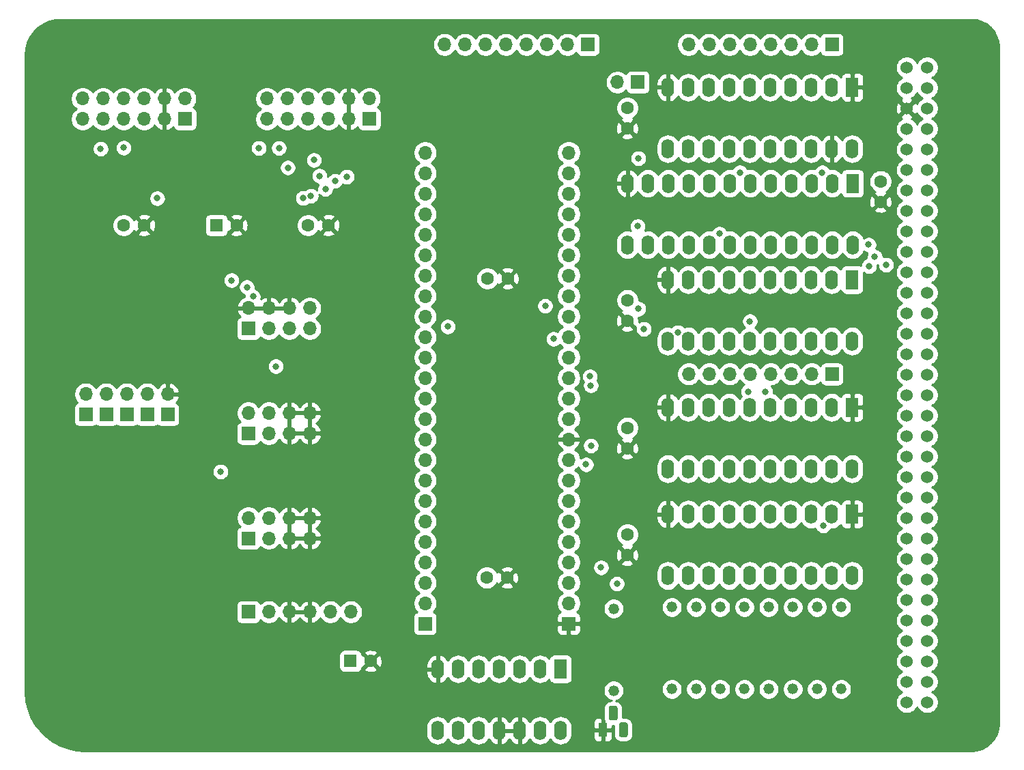
<source format=gbr>
G04 #@! TF.GenerationSoftware,KiCad,Pcbnew,(5.1.5-0-10_14)*
G04 #@! TF.CreationDate,2021-08-13T01:45:21+01:00*
G04 #@! TF.ProjectId,xosera,786f7365-7261-42e6-9b69-6361645f7063,rev?*
G04 #@! TF.SameCoordinates,Original*
G04 #@! TF.FileFunction,Copper,L2,Inr*
G04 #@! TF.FilePolarity,Positive*
%FSLAX46Y46*%
G04 Gerber Fmt 4.6, Leading zero omitted, Abs format (unit mm)*
G04 Created by KiCad (PCBNEW (5.1.5-0-10_14)) date 2021-08-13 01:45:21*
%MOMM*%
%LPD*%
G04 APERTURE LIST*
%ADD10O,1.700000X1.700000*%
%ADD11R,1.700000X1.700000*%
%ADD12O,1.600000X2.400000*%
%ADD13R,1.600000X2.400000*%
%ADD14R,1.100000X1.800000*%
%ADD15C,0.100000*%
%ADD16C,1.320800*%
%ADD17C,1.524000*%
%ADD18C,1.600200*%
%ADD19C,1.600000*%
%ADD20R,1.600000X1.600000*%
%ADD21C,0.800000*%
%ADD22C,0.254000*%
G04 APERTURE END LIST*
D10*
X140008000Y-119125000D03*
X137468000Y-119125000D03*
X134928000Y-119125000D03*
X132388000Y-119125000D03*
X129848000Y-119125000D03*
D11*
X127308000Y-119125000D03*
D10*
X173071000Y-53433000D03*
D11*
X175611000Y-53433000D03*
D12*
X202208000Y-114620000D03*
X179348000Y-107000000D03*
X199668000Y-114620000D03*
X181888000Y-107000000D03*
X197128000Y-114620000D03*
X184428000Y-107000000D03*
X194588000Y-114620000D03*
X186968000Y-107000000D03*
X192048000Y-114620000D03*
X189508000Y-107000000D03*
X189508000Y-114620000D03*
X192048000Y-107000000D03*
X186968000Y-114620000D03*
X194588000Y-107000000D03*
X184428000Y-114620000D03*
X197128000Y-107000000D03*
X181888000Y-114620000D03*
X199668000Y-107000000D03*
X179348000Y-114620000D03*
D13*
X202208000Y-107000000D03*
D12*
X202208000Y-61694000D03*
X179348000Y-54074000D03*
X199668000Y-61694000D03*
X181888000Y-54074000D03*
X197128000Y-61694000D03*
X184428000Y-54074000D03*
X194588000Y-61694000D03*
X186968000Y-54074000D03*
X192048000Y-61694000D03*
X189508000Y-54074000D03*
X189508000Y-61694000D03*
X192048000Y-54074000D03*
X186968000Y-61694000D03*
X194588000Y-54074000D03*
X184428000Y-61694000D03*
X197128000Y-54074000D03*
X181888000Y-61694000D03*
X199668000Y-54074000D03*
X179348000Y-61694000D03*
D13*
X202208000Y-54074000D03*
D14*
X171274000Y-133751000D03*
G04 #@! TA.AperFunction,ViaPad*
D15*
G36*
X174115955Y-132852324D02*
G01*
X174142650Y-132856284D01*
X174168828Y-132862841D01*
X174194238Y-132871933D01*
X174218634Y-132883472D01*
X174241782Y-132897346D01*
X174263458Y-132913422D01*
X174283454Y-132931546D01*
X174301578Y-132951542D01*
X174317654Y-132973218D01*
X174331528Y-132996366D01*
X174343067Y-133020762D01*
X174352159Y-133046172D01*
X174358716Y-133072350D01*
X174362676Y-133099045D01*
X174364000Y-133126000D01*
X174364000Y-134376000D01*
X174362676Y-134402955D01*
X174358716Y-134429650D01*
X174352159Y-134455828D01*
X174343067Y-134481238D01*
X174331528Y-134505634D01*
X174317654Y-134528782D01*
X174301578Y-134550458D01*
X174283454Y-134570454D01*
X174263458Y-134588578D01*
X174241782Y-134604654D01*
X174218634Y-134618528D01*
X174194238Y-134630067D01*
X174168828Y-134639159D01*
X174142650Y-134645716D01*
X174115955Y-134649676D01*
X174089000Y-134651000D01*
X173539000Y-134651000D01*
X173512045Y-134649676D01*
X173485350Y-134645716D01*
X173459172Y-134639159D01*
X173433762Y-134630067D01*
X173409366Y-134618528D01*
X173386218Y-134604654D01*
X173364542Y-134588578D01*
X173344546Y-134570454D01*
X173326422Y-134550458D01*
X173310346Y-134528782D01*
X173296472Y-134505634D01*
X173284933Y-134481238D01*
X173275841Y-134455828D01*
X173269284Y-134429650D01*
X173265324Y-134402955D01*
X173264000Y-134376000D01*
X173264000Y-133126000D01*
X173265324Y-133099045D01*
X173269284Y-133072350D01*
X173275841Y-133046172D01*
X173284933Y-133020762D01*
X173296472Y-132996366D01*
X173310346Y-132973218D01*
X173326422Y-132951542D01*
X173344546Y-132931546D01*
X173364542Y-132913422D01*
X173386218Y-132897346D01*
X173409366Y-132883472D01*
X173433762Y-132871933D01*
X173459172Y-132862841D01*
X173485350Y-132856284D01*
X173512045Y-132852324D01*
X173539000Y-132851000D01*
X174089000Y-132851000D01*
X174115955Y-132852324D01*
G37*
G04 #@! TD.AperFunction*
G04 #@! TA.AperFunction,ViaPad*
G36*
X172845955Y-130782324D02*
G01*
X172872650Y-130786284D01*
X172898828Y-130792841D01*
X172924238Y-130801933D01*
X172948634Y-130813472D01*
X172971782Y-130827346D01*
X172993458Y-130843422D01*
X173013454Y-130861546D01*
X173031578Y-130881542D01*
X173047654Y-130903218D01*
X173061528Y-130926366D01*
X173073067Y-130950762D01*
X173082159Y-130976172D01*
X173088716Y-131002350D01*
X173092676Y-131029045D01*
X173094000Y-131056000D01*
X173094000Y-132306000D01*
X173092676Y-132332955D01*
X173088716Y-132359650D01*
X173082159Y-132385828D01*
X173073067Y-132411238D01*
X173061528Y-132435634D01*
X173047654Y-132458782D01*
X173031578Y-132480458D01*
X173013454Y-132500454D01*
X172993458Y-132518578D01*
X172971782Y-132534654D01*
X172948634Y-132548528D01*
X172924238Y-132560067D01*
X172898828Y-132569159D01*
X172872650Y-132575716D01*
X172845955Y-132579676D01*
X172819000Y-132581000D01*
X172269000Y-132581000D01*
X172242045Y-132579676D01*
X172215350Y-132575716D01*
X172189172Y-132569159D01*
X172163762Y-132560067D01*
X172139366Y-132548528D01*
X172116218Y-132534654D01*
X172094542Y-132518578D01*
X172074546Y-132500454D01*
X172056422Y-132480458D01*
X172040346Y-132458782D01*
X172026472Y-132435634D01*
X172014933Y-132411238D01*
X172005841Y-132385828D01*
X171999284Y-132359650D01*
X171995324Y-132332955D01*
X171994000Y-132306000D01*
X171994000Y-131056000D01*
X171995324Y-131029045D01*
X171999284Y-131002350D01*
X172005841Y-130976172D01*
X172014933Y-130950762D01*
X172026472Y-130926366D01*
X172040346Y-130903218D01*
X172056422Y-130881542D01*
X172074546Y-130861546D01*
X172094542Y-130843422D01*
X172116218Y-130827346D01*
X172139366Y-130813472D01*
X172163762Y-130801933D01*
X172189172Y-130792841D01*
X172215350Y-130786284D01*
X172242045Y-130782324D01*
X172269000Y-130781000D01*
X172819000Y-130781000D01*
X172845955Y-130782324D01*
G37*
G04 #@! TD.AperFunction*
D12*
X166033000Y-133831000D03*
X150793000Y-126211000D03*
X163493000Y-133831000D03*
X153333000Y-126211000D03*
X160953000Y-133831000D03*
X155873000Y-126211000D03*
X158413000Y-133831000D03*
X158413000Y-126211000D03*
X155873000Y-133831000D03*
X160953000Y-126211000D03*
X153333000Y-133831000D03*
X163493000Y-126211000D03*
X150793000Y-133831000D03*
D13*
X166033000Y-126211000D03*
D16*
X172619000Y-128878000D03*
X172619000Y-118718000D03*
D12*
X202258000Y-73602000D03*
X174318000Y-65982000D03*
X199718000Y-73602000D03*
X176858000Y-65982000D03*
X197178000Y-73602000D03*
X179398000Y-65982000D03*
X194638000Y-73602000D03*
X181938000Y-65982000D03*
X192098000Y-73602000D03*
X184478000Y-65982000D03*
X189558000Y-73602000D03*
X187018000Y-65982000D03*
X187018000Y-73602000D03*
X189558000Y-65982000D03*
X184478000Y-73602000D03*
X192098000Y-65982000D03*
X181938000Y-73602000D03*
X194638000Y-65982000D03*
X179398000Y-73602000D03*
X197178000Y-65982000D03*
X176858000Y-73602000D03*
X199718000Y-65982000D03*
X174318000Y-73602000D03*
D13*
X202258000Y-65982000D03*
D10*
X149234000Y-62170000D03*
X149234000Y-64710000D03*
X149234000Y-67250000D03*
X149234000Y-69790000D03*
X149234000Y-72330000D03*
X149234000Y-74870000D03*
X149234000Y-77410000D03*
X149234000Y-79950000D03*
X149234000Y-82490000D03*
X149234000Y-85030000D03*
X149234000Y-87570000D03*
X149234000Y-90110000D03*
X149234000Y-92650000D03*
X149234000Y-95190000D03*
X149234000Y-97730000D03*
X149234000Y-100270000D03*
X149234000Y-102810000D03*
X149234000Y-105350000D03*
X149234000Y-107890000D03*
X149234000Y-110430000D03*
X149234000Y-112970000D03*
X149234000Y-115510000D03*
X149234000Y-118050000D03*
D11*
X149234000Y-120590000D03*
D10*
X167034000Y-62170000D03*
X167034000Y-64710000D03*
X167034000Y-67250000D03*
X167034000Y-69790000D03*
X167034000Y-72330000D03*
X167034000Y-74870000D03*
X167034000Y-77410000D03*
X167034000Y-79950000D03*
X167034000Y-82490000D03*
X167034000Y-85030000D03*
X167034000Y-87570000D03*
X167034000Y-90110000D03*
X167034000Y-92650000D03*
X167034000Y-95190000D03*
X167034000Y-97730000D03*
X167034000Y-100270000D03*
X167034000Y-102810000D03*
X167034000Y-105350000D03*
X167034000Y-107890000D03*
X167034000Y-110430000D03*
X167034000Y-112970000D03*
X167034000Y-115510000D03*
X167034000Y-118050000D03*
D11*
X167034000Y-120590000D03*
D10*
X181900000Y-48760000D03*
X184440000Y-48760000D03*
X186980000Y-48760000D03*
X189520000Y-48760000D03*
X192060000Y-48760000D03*
X194600000Y-48760000D03*
X197140000Y-48760000D03*
D11*
X199680000Y-48760000D03*
D10*
X151650000Y-48750000D03*
X154190000Y-48750000D03*
X156730000Y-48750000D03*
X159270000Y-48750000D03*
X161810000Y-48750000D03*
X164350000Y-48750000D03*
X166890000Y-48750000D03*
D11*
X169430000Y-48750000D03*
D10*
X181920000Y-89630000D03*
X184460000Y-89630000D03*
X187000000Y-89630000D03*
X189540000Y-89630000D03*
X192080000Y-89630000D03*
X194620000Y-89630000D03*
X197160000Y-89630000D03*
D11*
X199700000Y-89630000D03*
D17*
X211498000Y-130344000D03*
X208958000Y-130344000D03*
X211498000Y-127804000D03*
X208958000Y-127804000D03*
X208958000Y-51604000D03*
X211498000Y-51604000D03*
X208958000Y-54144000D03*
X211498000Y-54144000D03*
X208958000Y-56684000D03*
X211498000Y-56684000D03*
X208958000Y-59224000D03*
X211498000Y-59224000D03*
X208958000Y-61764000D03*
X211498000Y-61764000D03*
X208958000Y-64304000D03*
X211498000Y-64304000D03*
X208958000Y-66844000D03*
X211498000Y-66844000D03*
X208958000Y-69384000D03*
X211498000Y-69384000D03*
X208958000Y-71924000D03*
X211498000Y-71924000D03*
X208958000Y-74464000D03*
X211498000Y-74464000D03*
X208958000Y-77004000D03*
X211498000Y-77004000D03*
X208958000Y-79544000D03*
X211498000Y-79544000D03*
X208958000Y-82084000D03*
X211498000Y-82084000D03*
X208958000Y-84624000D03*
X211498000Y-84624000D03*
X208958000Y-87164000D03*
X211498000Y-87164000D03*
X208958000Y-89704000D03*
X211498000Y-89704000D03*
X208958000Y-92244000D03*
X211498000Y-92244000D03*
X208958000Y-94784000D03*
X211498000Y-94784000D03*
X208958000Y-97324000D03*
X211498000Y-97324000D03*
X208958000Y-99864000D03*
X211498000Y-99864000D03*
X208958000Y-102404000D03*
X211498000Y-102404000D03*
X208958000Y-104944000D03*
X211498000Y-104944000D03*
X208958000Y-107484000D03*
X211498000Y-107484000D03*
X208958000Y-110024000D03*
X211498000Y-110024000D03*
X208958000Y-112564000D03*
X211498000Y-112564000D03*
X208958000Y-115104000D03*
X211498000Y-115104000D03*
X208958000Y-117644000D03*
X211498000Y-117644000D03*
X208958000Y-120184000D03*
X211498000Y-120184000D03*
X208958000Y-122724000D03*
X211498000Y-122724000D03*
X208958000Y-125264000D03*
X211498000Y-125264000D03*
D10*
X129608000Y-55465000D03*
X129608000Y-58005000D03*
X132148000Y-55465000D03*
X132148000Y-58005000D03*
X134688000Y-55465000D03*
X134688000Y-58005000D03*
X137228000Y-55465000D03*
X137228000Y-58005000D03*
X139768000Y-55465000D03*
X139768000Y-58005000D03*
X142308000Y-55465000D03*
D11*
X142308000Y-58005000D03*
D10*
X106748000Y-55465000D03*
X106748000Y-58005000D03*
X109288000Y-55465000D03*
X109288000Y-58005000D03*
X111828000Y-55465000D03*
X111828000Y-58005000D03*
X114368000Y-55465000D03*
X114368000Y-58005000D03*
X116908000Y-55465000D03*
X116908000Y-58005000D03*
X119448000Y-55465000D03*
D11*
X119448000Y-58005000D03*
D10*
X117298000Y-92118000D03*
D11*
X117298000Y-94658000D03*
D10*
X114758000Y-92118000D03*
D11*
X114758000Y-94658000D03*
D10*
X112218000Y-92118000D03*
D11*
X112218000Y-94658000D03*
D10*
X109678000Y-92118000D03*
D11*
X109678000Y-94658000D03*
D10*
X107135000Y-92113000D03*
D11*
X107135000Y-94653000D03*
D18*
X156940000Y-77770000D03*
X159480000Y-77770000D03*
X156864000Y-114890000D03*
X159404000Y-114890000D03*
X134713000Y-71174000D03*
X137253000Y-71174000D03*
X174308000Y-56604000D03*
X174308000Y-59144000D03*
X111853000Y-71174000D03*
X114393000Y-71174000D03*
X174308000Y-80470000D03*
X174308000Y-83010000D03*
X205711000Y-65726200D03*
X205711000Y-68266200D03*
X174308000Y-96298500D03*
X174308000Y-98838500D03*
X174308000Y-109530000D03*
X174308000Y-112070000D03*
D16*
X179828000Y-128704000D03*
X179828000Y-118544000D03*
X182828000Y-128704000D03*
X182828000Y-118544000D03*
X185828000Y-128704000D03*
X185828000Y-118544000D03*
X188828000Y-128704000D03*
X188828000Y-118544000D03*
X191828000Y-128704000D03*
X191828000Y-118544000D03*
X194828000Y-128704000D03*
X194828000Y-118544000D03*
X197828000Y-128704000D03*
X197828000Y-118544000D03*
X200828000Y-128704000D03*
X200828000Y-118544000D03*
D10*
X134928000Y-81460000D03*
X134928000Y-84000000D03*
X132388000Y-81460000D03*
X132388000Y-84000000D03*
X129848000Y-81460000D03*
X129848000Y-84000000D03*
X127308000Y-81460000D03*
D11*
X127308000Y-84000000D03*
D10*
X134928000Y-107460000D03*
X134928000Y-110000000D03*
X132388000Y-107460000D03*
X132388000Y-110000000D03*
X129848000Y-107460000D03*
X129848000Y-110000000D03*
X127308000Y-107460000D03*
D11*
X127308000Y-110000000D03*
D10*
X134928000Y-94460000D03*
X134928000Y-97000000D03*
X132388000Y-94460000D03*
X132388000Y-97000000D03*
X129848000Y-94460000D03*
X129848000Y-97000000D03*
X127308000Y-94460000D03*
D11*
X127308000Y-97000000D03*
D12*
X202200000Y-85560000D03*
X179340000Y-77940000D03*
X199660000Y-85560000D03*
X181880000Y-77940000D03*
X197120000Y-85560000D03*
X184420000Y-77940000D03*
X194580000Y-85560000D03*
X186960000Y-77940000D03*
X192040000Y-85560000D03*
X189500000Y-77940000D03*
X189500000Y-85560000D03*
X192040000Y-77940000D03*
X186960000Y-85560000D03*
X194580000Y-77940000D03*
X184420000Y-85560000D03*
X197120000Y-77940000D03*
X181880000Y-85560000D03*
X199660000Y-77940000D03*
X179340000Y-85560000D03*
D13*
X202200000Y-77940000D03*
D12*
X202208000Y-101388500D03*
X179348000Y-93768500D03*
X199668000Y-101388500D03*
X181888000Y-93768500D03*
X197128000Y-101388500D03*
X184428000Y-93768500D03*
X194588000Y-101388500D03*
X186968000Y-93768500D03*
X192048000Y-101388500D03*
X189508000Y-93768500D03*
X189508000Y-101388500D03*
X192048000Y-93768500D03*
X186968000Y-101388500D03*
X194588000Y-93768500D03*
X184428000Y-101388500D03*
X197128000Y-93768500D03*
X181888000Y-101388500D03*
X199668000Y-93768500D03*
X179348000Y-101388500D03*
D13*
X202208000Y-93768500D03*
D19*
X142475000Y-125225000D03*
D20*
X139975000Y-125225000D03*
D19*
X125848000Y-71174000D03*
D20*
X123348000Y-71174000D03*
D21*
X191407100Y-91808700D03*
X189320800Y-91808700D03*
X127125800Y-78845700D03*
X152031000Y-83736000D03*
X130719700Y-88666500D03*
X169680000Y-89926000D03*
X175678000Y-81530000D03*
X175682304Y-62875304D03*
X175598000Y-71289000D03*
X164123000Y-81170000D03*
X204308300Y-76255400D03*
X204240900Y-73582800D03*
X189503000Y-83080000D03*
X204992500Y-75095200D03*
X206387500Y-76078800D03*
X185730000Y-72228800D03*
X188269000Y-64626990D03*
X198477000Y-64622200D03*
X180579000Y-84453000D03*
X125216700Y-78005700D03*
X176367500Y-84041100D03*
X169781000Y-91049000D03*
X169790000Y-98511000D03*
X171053000Y-113619000D03*
X198604800Y-108425400D03*
X123869500Y-101736300D03*
X165160900Y-85270100D03*
X169190000Y-100850000D03*
X138039600Y-65676100D03*
X139504000Y-65162000D03*
X136114500Y-65050800D03*
X136853500Y-66674200D03*
X108980000Y-61690000D03*
X135450000Y-63090000D03*
X116006400Y-67828300D03*
X134093200Y-67800600D03*
X135057300Y-67527900D03*
X111850000Y-61557200D03*
X127879200Y-80010700D03*
X132204100Y-64035900D03*
X131100000Y-61592800D03*
X128610000Y-61592800D03*
X173015000Y-115632000D03*
D22*
G36*
X217648126Y-45726714D02*
G01*
X218271572Y-45914943D01*
X218846579Y-46220681D01*
X219351247Y-46632279D01*
X219766362Y-47134067D01*
X220076105Y-47706924D01*
X220268682Y-48329039D01*
X220340000Y-49007584D01*
X220340001Y-132967711D01*
X220273286Y-133648126D01*
X220085057Y-134271570D01*
X219779323Y-134846573D01*
X219367721Y-135351248D01*
X218865933Y-135766362D01*
X218293077Y-136076104D01*
X217670961Y-136268682D01*
X216992417Y-136340000D01*
X107023338Y-136340000D01*
X105966018Y-136265137D01*
X104952664Y-136046968D01*
X103980167Y-135688195D01*
X103067914Y-135195970D01*
X102234124Y-134580123D01*
X101495422Y-133852934D01*
X101119614Y-133360508D01*
X149358000Y-133360508D01*
X149358000Y-134301491D01*
X149378764Y-134512308D01*
X149460818Y-134782807D01*
X149594068Y-135032100D01*
X149773392Y-135250607D01*
X149991899Y-135429932D01*
X150241192Y-135563182D01*
X150511691Y-135645236D01*
X150793000Y-135672943D01*
X151074308Y-135645236D01*
X151344807Y-135563182D01*
X151594100Y-135429932D01*
X151812607Y-135250608D01*
X151991932Y-135032101D01*
X152063000Y-134899142D01*
X152134068Y-135032100D01*
X152313392Y-135250607D01*
X152531899Y-135429932D01*
X152781192Y-135563182D01*
X153051691Y-135645236D01*
X153333000Y-135672943D01*
X153614308Y-135645236D01*
X153884807Y-135563182D01*
X154134100Y-135429932D01*
X154352607Y-135250608D01*
X154531932Y-135032101D01*
X154603000Y-134899142D01*
X154674068Y-135032100D01*
X154853392Y-135250607D01*
X155071899Y-135429932D01*
X155321192Y-135563182D01*
X155591691Y-135645236D01*
X155873000Y-135672943D01*
X156154308Y-135645236D01*
X156424807Y-135563182D01*
X156674100Y-135429932D01*
X156892607Y-135250608D01*
X157071932Y-135032101D01*
X157140265Y-134904259D01*
X157290399Y-135133839D01*
X157488105Y-135335500D01*
X157721354Y-135494715D01*
X157981182Y-135605367D01*
X158063961Y-135622904D01*
X158286000Y-135500915D01*
X158286000Y-133958000D01*
X158540000Y-133958000D01*
X158540000Y-135500915D01*
X158762039Y-135622904D01*
X158844818Y-135605367D01*
X159104646Y-135494715D01*
X159337895Y-135335500D01*
X159535601Y-135133839D01*
X159683000Y-134908441D01*
X159830399Y-135133839D01*
X160028105Y-135335500D01*
X160261354Y-135494715D01*
X160521182Y-135605367D01*
X160603961Y-135622904D01*
X160826000Y-135500915D01*
X160826000Y-133958000D01*
X158540000Y-133958000D01*
X158286000Y-133958000D01*
X158266000Y-133958000D01*
X158266000Y-133704000D01*
X158286000Y-133704000D01*
X158286000Y-132161085D01*
X158540000Y-132161085D01*
X158540000Y-133704000D01*
X160826000Y-133704000D01*
X160826000Y-132161085D01*
X161080000Y-132161085D01*
X161080000Y-133704000D01*
X161100000Y-133704000D01*
X161100000Y-133958000D01*
X161080000Y-133958000D01*
X161080000Y-135500915D01*
X161302039Y-135622904D01*
X161384818Y-135605367D01*
X161644646Y-135494715D01*
X161877895Y-135335500D01*
X162075601Y-135133839D01*
X162225735Y-134904258D01*
X162294068Y-135032100D01*
X162473392Y-135250607D01*
X162691899Y-135429932D01*
X162941192Y-135563182D01*
X163211691Y-135645236D01*
X163493000Y-135672943D01*
X163774308Y-135645236D01*
X164044807Y-135563182D01*
X164294100Y-135429932D01*
X164512607Y-135250608D01*
X164691932Y-135032101D01*
X164763000Y-134899142D01*
X164834068Y-135032100D01*
X165013392Y-135250607D01*
X165231899Y-135429932D01*
X165481192Y-135563182D01*
X165751691Y-135645236D01*
X166033000Y-135672943D01*
X166314308Y-135645236D01*
X166584807Y-135563182D01*
X166834100Y-135429932D01*
X167052607Y-135250608D01*
X167231932Y-135032101D01*
X167365182Y-134782808D01*
X167405165Y-134651000D01*
X170085928Y-134651000D01*
X170098188Y-134775482D01*
X170134498Y-134895180D01*
X170193463Y-135005494D01*
X170272815Y-135102185D01*
X170369506Y-135181537D01*
X170479820Y-135240502D01*
X170599518Y-135276812D01*
X170724000Y-135289072D01*
X170988250Y-135286000D01*
X171147000Y-135127250D01*
X171147000Y-133878000D01*
X171401000Y-133878000D01*
X171401000Y-135127250D01*
X171559750Y-135286000D01*
X171824000Y-135289072D01*
X171948482Y-135276812D01*
X172068180Y-135240502D01*
X172178494Y-135181537D01*
X172275185Y-135102185D01*
X172354537Y-135005494D01*
X172413502Y-134895180D01*
X172449812Y-134775482D01*
X172462072Y-134651000D01*
X172459000Y-134036750D01*
X172300250Y-133878000D01*
X171401000Y-133878000D01*
X171147000Y-133878000D01*
X170247750Y-133878000D01*
X170089000Y-134036750D01*
X170085928Y-134651000D01*
X167405165Y-134651000D01*
X167447236Y-134512309D01*
X167468000Y-134301492D01*
X167468000Y-133360509D01*
X167447236Y-133149691D01*
X167365182Y-132879192D01*
X167350114Y-132851000D01*
X170085928Y-132851000D01*
X170089000Y-133465250D01*
X170247750Y-133624000D01*
X171147000Y-133624000D01*
X171147000Y-132374750D01*
X170988250Y-132216000D01*
X170724000Y-132212928D01*
X170599518Y-132225188D01*
X170479820Y-132261498D01*
X170369506Y-132320463D01*
X170272815Y-132399815D01*
X170193463Y-132496506D01*
X170134498Y-132606820D01*
X170098188Y-132726518D01*
X170085928Y-132851000D01*
X167350114Y-132851000D01*
X167231932Y-132629899D01*
X167052608Y-132411392D01*
X166834101Y-132232068D01*
X166584808Y-132098818D01*
X166314309Y-132016764D01*
X166033000Y-131989057D01*
X165751692Y-132016764D01*
X165481193Y-132098818D01*
X165231900Y-132232068D01*
X165013393Y-132411392D01*
X164834068Y-132629899D01*
X164763000Y-132762858D01*
X164691932Y-132629899D01*
X164512608Y-132411392D01*
X164294101Y-132232068D01*
X164044808Y-132098818D01*
X163774309Y-132016764D01*
X163493000Y-131989057D01*
X163211692Y-132016764D01*
X162941193Y-132098818D01*
X162691900Y-132232068D01*
X162473393Y-132411392D01*
X162294068Y-132629899D01*
X162225735Y-132757741D01*
X162075601Y-132528161D01*
X161877895Y-132326500D01*
X161644646Y-132167285D01*
X161384818Y-132056633D01*
X161302039Y-132039096D01*
X161080000Y-132161085D01*
X160826000Y-132161085D01*
X160603961Y-132039096D01*
X160521182Y-132056633D01*
X160261354Y-132167285D01*
X160028105Y-132326500D01*
X159830399Y-132528161D01*
X159683000Y-132753559D01*
X159535601Y-132528161D01*
X159337895Y-132326500D01*
X159104646Y-132167285D01*
X158844818Y-132056633D01*
X158762039Y-132039096D01*
X158540000Y-132161085D01*
X158286000Y-132161085D01*
X158063961Y-132039096D01*
X157981182Y-132056633D01*
X157721354Y-132167285D01*
X157488105Y-132326500D01*
X157290399Y-132528161D01*
X157140265Y-132757741D01*
X157071932Y-132629899D01*
X156892608Y-132411392D01*
X156674101Y-132232068D01*
X156424808Y-132098818D01*
X156154309Y-132016764D01*
X155873000Y-131989057D01*
X155591692Y-132016764D01*
X155321193Y-132098818D01*
X155071900Y-132232068D01*
X154853393Y-132411392D01*
X154674068Y-132629899D01*
X154603000Y-132762858D01*
X154531932Y-132629899D01*
X154352608Y-132411392D01*
X154134101Y-132232068D01*
X153884808Y-132098818D01*
X153614309Y-132016764D01*
X153333000Y-131989057D01*
X153051692Y-132016764D01*
X152781193Y-132098818D01*
X152531900Y-132232068D01*
X152313393Y-132411392D01*
X152134068Y-132629899D01*
X152063000Y-132762858D01*
X151991932Y-132629899D01*
X151812608Y-132411392D01*
X151594101Y-132232068D01*
X151344808Y-132098818D01*
X151074309Y-132016764D01*
X150793000Y-131989057D01*
X150511692Y-132016764D01*
X150241193Y-132098818D01*
X149991900Y-132232068D01*
X149773393Y-132411392D01*
X149594068Y-132629899D01*
X149460818Y-132879192D01*
X149378764Y-133149691D01*
X149358000Y-133360508D01*
X101119614Y-133360508D01*
X100866559Y-133028927D01*
X100360065Y-132124516D01*
X99986057Y-131157766D01*
X99752000Y-130147976D01*
X99660763Y-129094555D01*
X99660000Y-128997362D01*
X99660000Y-128750414D01*
X171323600Y-128750414D01*
X171323600Y-129005586D01*
X171373381Y-129255854D01*
X171471031Y-129491602D01*
X171612797Y-129703769D01*
X171793231Y-129884203D01*
X172005398Y-130025969D01*
X172241146Y-130123619D01*
X172338220Y-130142928D01*
X172269000Y-130142928D01*
X172090868Y-130160472D01*
X171919582Y-130212431D01*
X171761724Y-130296808D01*
X171623361Y-130410361D01*
X171509808Y-130548724D01*
X171425431Y-130706582D01*
X171373472Y-130877868D01*
X171355928Y-131056000D01*
X171355928Y-132306000D01*
X171373472Y-132484132D01*
X171401000Y-132574880D01*
X171401000Y-133624000D01*
X172300250Y-133624000D01*
X172459000Y-133465250D01*
X172460231Y-133219072D01*
X172625928Y-133219072D01*
X172625928Y-134376000D01*
X172643472Y-134554132D01*
X172695431Y-134725418D01*
X172779808Y-134883276D01*
X172893361Y-135021639D01*
X173031724Y-135135192D01*
X173189582Y-135219569D01*
X173360868Y-135271528D01*
X173539000Y-135289072D01*
X174089000Y-135289072D01*
X174267132Y-135271528D01*
X174438418Y-135219569D01*
X174596276Y-135135192D01*
X174734639Y-135021639D01*
X174848192Y-134883276D01*
X174932569Y-134725418D01*
X174984528Y-134554132D01*
X175002072Y-134376000D01*
X175002072Y-133126000D01*
X174984528Y-132947868D01*
X174932569Y-132776582D01*
X174848192Y-132618724D01*
X174734639Y-132480361D01*
X174596276Y-132366808D01*
X174438418Y-132282431D01*
X174267132Y-132230472D01*
X174089000Y-132212928D01*
X173732072Y-132212928D01*
X173732072Y-131056000D01*
X173714528Y-130877868D01*
X173662569Y-130706582D01*
X173578192Y-130548724D01*
X173464639Y-130410361D01*
X173326276Y-130296808D01*
X173168418Y-130212431D01*
X172997132Y-130160472D01*
X172873029Y-130148249D01*
X172996854Y-130123619D01*
X173232602Y-130025969D01*
X173444769Y-129884203D01*
X173625203Y-129703769D01*
X173766969Y-129491602D01*
X173864619Y-129255854D01*
X173914400Y-129005586D01*
X173914400Y-128750414D01*
X173879790Y-128576414D01*
X178532600Y-128576414D01*
X178532600Y-128831586D01*
X178582381Y-129081854D01*
X178680031Y-129317602D01*
X178821797Y-129529769D01*
X179002231Y-129710203D01*
X179214398Y-129851969D01*
X179450146Y-129949619D01*
X179700414Y-129999400D01*
X179955586Y-129999400D01*
X180205854Y-129949619D01*
X180441602Y-129851969D01*
X180653769Y-129710203D01*
X180834203Y-129529769D01*
X180975969Y-129317602D01*
X181073619Y-129081854D01*
X181123400Y-128831586D01*
X181123400Y-128576414D01*
X181532600Y-128576414D01*
X181532600Y-128831586D01*
X181582381Y-129081854D01*
X181680031Y-129317602D01*
X181821797Y-129529769D01*
X182002231Y-129710203D01*
X182214398Y-129851969D01*
X182450146Y-129949619D01*
X182700414Y-129999400D01*
X182955586Y-129999400D01*
X183205854Y-129949619D01*
X183441602Y-129851969D01*
X183653769Y-129710203D01*
X183834203Y-129529769D01*
X183975969Y-129317602D01*
X184073619Y-129081854D01*
X184123400Y-128831586D01*
X184123400Y-128576414D01*
X184532600Y-128576414D01*
X184532600Y-128831586D01*
X184582381Y-129081854D01*
X184680031Y-129317602D01*
X184821797Y-129529769D01*
X185002231Y-129710203D01*
X185214398Y-129851969D01*
X185450146Y-129949619D01*
X185700414Y-129999400D01*
X185955586Y-129999400D01*
X186205854Y-129949619D01*
X186441602Y-129851969D01*
X186653769Y-129710203D01*
X186834203Y-129529769D01*
X186975969Y-129317602D01*
X187073619Y-129081854D01*
X187123400Y-128831586D01*
X187123400Y-128576414D01*
X187532600Y-128576414D01*
X187532600Y-128831586D01*
X187582381Y-129081854D01*
X187680031Y-129317602D01*
X187821797Y-129529769D01*
X188002231Y-129710203D01*
X188214398Y-129851969D01*
X188450146Y-129949619D01*
X188700414Y-129999400D01*
X188955586Y-129999400D01*
X189205854Y-129949619D01*
X189441602Y-129851969D01*
X189653769Y-129710203D01*
X189834203Y-129529769D01*
X189975969Y-129317602D01*
X190073619Y-129081854D01*
X190123400Y-128831586D01*
X190123400Y-128576414D01*
X190532600Y-128576414D01*
X190532600Y-128831586D01*
X190582381Y-129081854D01*
X190680031Y-129317602D01*
X190821797Y-129529769D01*
X191002231Y-129710203D01*
X191214398Y-129851969D01*
X191450146Y-129949619D01*
X191700414Y-129999400D01*
X191955586Y-129999400D01*
X192205854Y-129949619D01*
X192441602Y-129851969D01*
X192653769Y-129710203D01*
X192834203Y-129529769D01*
X192975969Y-129317602D01*
X193073619Y-129081854D01*
X193123400Y-128831586D01*
X193123400Y-128576414D01*
X193532600Y-128576414D01*
X193532600Y-128831586D01*
X193582381Y-129081854D01*
X193680031Y-129317602D01*
X193821797Y-129529769D01*
X194002231Y-129710203D01*
X194214398Y-129851969D01*
X194450146Y-129949619D01*
X194700414Y-129999400D01*
X194955586Y-129999400D01*
X195205854Y-129949619D01*
X195441602Y-129851969D01*
X195653769Y-129710203D01*
X195834203Y-129529769D01*
X195975969Y-129317602D01*
X196073619Y-129081854D01*
X196123400Y-128831586D01*
X196123400Y-128576414D01*
X196532600Y-128576414D01*
X196532600Y-128831586D01*
X196582381Y-129081854D01*
X196680031Y-129317602D01*
X196821797Y-129529769D01*
X197002231Y-129710203D01*
X197214398Y-129851969D01*
X197450146Y-129949619D01*
X197700414Y-129999400D01*
X197955586Y-129999400D01*
X198205854Y-129949619D01*
X198441602Y-129851969D01*
X198653769Y-129710203D01*
X198834203Y-129529769D01*
X198975969Y-129317602D01*
X199073619Y-129081854D01*
X199123400Y-128831586D01*
X199123400Y-128576414D01*
X199532600Y-128576414D01*
X199532600Y-128831586D01*
X199582381Y-129081854D01*
X199680031Y-129317602D01*
X199821797Y-129529769D01*
X200002231Y-129710203D01*
X200214398Y-129851969D01*
X200450146Y-129949619D01*
X200700414Y-129999400D01*
X200955586Y-129999400D01*
X201205854Y-129949619D01*
X201441602Y-129851969D01*
X201653769Y-129710203D01*
X201834203Y-129529769D01*
X201975969Y-129317602D01*
X202073619Y-129081854D01*
X202123400Y-128831586D01*
X202123400Y-128576414D01*
X202073619Y-128326146D01*
X201975969Y-128090398D01*
X201834203Y-127878231D01*
X201653769Y-127697797D01*
X201441602Y-127556031D01*
X201205854Y-127458381D01*
X200955586Y-127408600D01*
X200700414Y-127408600D01*
X200450146Y-127458381D01*
X200214398Y-127556031D01*
X200002231Y-127697797D01*
X199821797Y-127878231D01*
X199680031Y-128090398D01*
X199582381Y-128326146D01*
X199532600Y-128576414D01*
X199123400Y-128576414D01*
X199073619Y-128326146D01*
X198975969Y-128090398D01*
X198834203Y-127878231D01*
X198653769Y-127697797D01*
X198441602Y-127556031D01*
X198205854Y-127458381D01*
X197955586Y-127408600D01*
X197700414Y-127408600D01*
X197450146Y-127458381D01*
X197214398Y-127556031D01*
X197002231Y-127697797D01*
X196821797Y-127878231D01*
X196680031Y-128090398D01*
X196582381Y-128326146D01*
X196532600Y-128576414D01*
X196123400Y-128576414D01*
X196073619Y-128326146D01*
X195975969Y-128090398D01*
X195834203Y-127878231D01*
X195653769Y-127697797D01*
X195441602Y-127556031D01*
X195205854Y-127458381D01*
X194955586Y-127408600D01*
X194700414Y-127408600D01*
X194450146Y-127458381D01*
X194214398Y-127556031D01*
X194002231Y-127697797D01*
X193821797Y-127878231D01*
X193680031Y-128090398D01*
X193582381Y-128326146D01*
X193532600Y-128576414D01*
X193123400Y-128576414D01*
X193073619Y-128326146D01*
X192975969Y-128090398D01*
X192834203Y-127878231D01*
X192653769Y-127697797D01*
X192441602Y-127556031D01*
X192205854Y-127458381D01*
X191955586Y-127408600D01*
X191700414Y-127408600D01*
X191450146Y-127458381D01*
X191214398Y-127556031D01*
X191002231Y-127697797D01*
X190821797Y-127878231D01*
X190680031Y-128090398D01*
X190582381Y-128326146D01*
X190532600Y-128576414D01*
X190123400Y-128576414D01*
X190073619Y-128326146D01*
X189975969Y-128090398D01*
X189834203Y-127878231D01*
X189653769Y-127697797D01*
X189441602Y-127556031D01*
X189205854Y-127458381D01*
X188955586Y-127408600D01*
X188700414Y-127408600D01*
X188450146Y-127458381D01*
X188214398Y-127556031D01*
X188002231Y-127697797D01*
X187821797Y-127878231D01*
X187680031Y-128090398D01*
X187582381Y-128326146D01*
X187532600Y-128576414D01*
X187123400Y-128576414D01*
X187073619Y-128326146D01*
X186975969Y-128090398D01*
X186834203Y-127878231D01*
X186653769Y-127697797D01*
X186441602Y-127556031D01*
X186205854Y-127458381D01*
X185955586Y-127408600D01*
X185700414Y-127408600D01*
X185450146Y-127458381D01*
X185214398Y-127556031D01*
X185002231Y-127697797D01*
X184821797Y-127878231D01*
X184680031Y-128090398D01*
X184582381Y-128326146D01*
X184532600Y-128576414D01*
X184123400Y-128576414D01*
X184073619Y-128326146D01*
X183975969Y-128090398D01*
X183834203Y-127878231D01*
X183653769Y-127697797D01*
X183441602Y-127556031D01*
X183205854Y-127458381D01*
X182955586Y-127408600D01*
X182700414Y-127408600D01*
X182450146Y-127458381D01*
X182214398Y-127556031D01*
X182002231Y-127697797D01*
X181821797Y-127878231D01*
X181680031Y-128090398D01*
X181582381Y-128326146D01*
X181532600Y-128576414D01*
X181123400Y-128576414D01*
X181073619Y-128326146D01*
X180975969Y-128090398D01*
X180834203Y-127878231D01*
X180653769Y-127697797D01*
X180441602Y-127556031D01*
X180205854Y-127458381D01*
X179955586Y-127408600D01*
X179700414Y-127408600D01*
X179450146Y-127458381D01*
X179214398Y-127556031D01*
X179002231Y-127697797D01*
X178821797Y-127878231D01*
X178680031Y-128090398D01*
X178582381Y-128326146D01*
X178532600Y-128576414D01*
X173879790Y-128576414D01*
X173864619Y-128500146D01*
X173766969Y-128264398D01*
X173625203Y-128052231D01*
X173444769Y-127871797D01*
X173232602Y-127730031D01*
X172996854Y-127632381D01*
X172746586Y-127582600D01*
X172491414Y-127582600D01*
X172241146Y-127632381D01*
X172005398Y-127730031D01*
X171793231Y-127871797D01*
X171612797Y-128052231D01*
X171471031Y-128264398D01*
X171373381Y-128500146D01*
X171323600Y-128750414D01*
X99660000Y-128750414D01*
X99660000Y-124425000D01*
X138536928Y-124425000D01*
X138536928Y-126025000D01*
X138549188Y-126149482D01*
X138585498Y-126269180D01*
X138644463Y-126379494D01*
X138723815Y-126476185D01*
X138820506Y-126555537D01*
X138930820Y-126614502D01*
X139050518Y-126650812D01*
X139175000Y-126663072D01*
X140775000Y-126663072D01*
X140899482Y-126650812D01*
X141019180Y-126614502D01*
X141129494Y-126555537D01*
X141226185Y-126476185D01*
X141305537Y-126379494D01*
X141364502Y-126269180D01*
X141380117Y-126217702D01*
X141661903Y-126217702D01*
X141733486Y-126461671D01*
X141988996Y-126582571D01*
X142263184Y-126651300D01*
X142545512Y-126665217D01*
X142825130Y-126623787D01*
X143091292Y-126528603D01*
X143216514Y-126461671D01*
X143252800Y-126338000D01*
X149358000Y-126338000D01*
X149358000Y-126738000D01*
X149410350Y-127015514D01*
X149515834Y-127277483D01*
X149670399Y-127513839D01*
X149868105Y-127715500D01*
X150101354Y-127874715D01*
X150361182Y-127985367D01*
X150443961Y-128002904D01*
X150666000Y-127880915D01*
X150666000Y-126338000D01*
X149358000Y-126338000D01*
X143252800Y-126338000D01*
X143288097Y-126217702D01*
X142475000Y-125404605D01*
X141661903Y-126217702D01*
X141380117Y-126217702D01*
X141400812Y-126149482D01*
X141413072Y-126025000D01*
X141413072Y-126017785D01*
X141482298Y-126038097D01*
X142295395Y-125225000D01*
X142654605Y-125225000D01*
X143467702Y-126038097D01*
X143711671Y-125966514D01*
X143832571Y-125711004D01*
X143839339Y-125684000D01*
X149358000Y-125684000D01*
X149358000Y-126084000D01*
X150666000Y-126084000D01*
X150666000Y-124541085D01*
X150920000Y-124541085D01*
X150920000Y-126084000D01*
X150940000Y-126084000D01*
X150940000Y-126338000D01*
X150920000Y-126338000D01*
X150920000Y-127880915D01*
X151142039Y-128002904D01*
X151224818Y-127985367D01*
X151484646Y-127874715D01*
X151717895Y-127715500D01*
X151915601Y-127513839D01*
X152065735Y-127284258D01*
X152134068Y-127412100D01*
X152313392Y-127630607D01*
X152531899Y-127809932D01*
X152781192Y-127943182D01*
X153051691Y-128025236D01*
X153333000Y-128052943D01*
X153614308Y-128025236D01*
X153884807Y-127943182D01*
X154134100Y-127809932D01*
X154352607Y-127630608D01*
X154531932Y-127412101D01*
X154603000Y-127279142D01*
X154674068Y-127412100D01*
X154853392Y-127630607D01*
X155071899Y-127809932D01*
X155321192Y-127943182D01*
X155591691Y-128025236D01*
X155873000Y-128052943D01*
X156154308Y-128025236D01*
X156424807Y-127943182D01*
X156674100Y-127809932D01*
X156892607Y-127630608D01*
X157071932Y-127412101D01*
X157143000Y-127279142D01*
X157214068Y-127412100D01*
X157393392Y-127630607D01*
X157611899Y-127809932D01*
X157861192Y-127943182D01*
X158131691Y-128025236D01*
X158413000Y-128052943D01*
X158694308Y-128025236D01*
X158964807Y-127943182D01*
X159214100Y-127809932D01*
X159432607Y-127630608D01*
X159611932Y-127412101D01*
X159683000Y-127279142D01*
X159754068Y-127412100D01*
X159933392Y-127630607D01*
X160151899Y-127809932D01*
X160401192Y-127943182D01*
X160671691Y-128025236D01*
X160953000Y-128052943D01*
X161234308Y-128025236D01*
X161504807Y-127943182D01*
X161754100Y-127809932D01*
X161972607Y-127630608D01*
X162151932Y-127412101D01*
X162223000Y-127279142D01*
X162294068Y-127412100D01*
X162473392Y-127630607D01*
X162691899Y-127809932D01*
X162941192Y-127943182D01*
X163211691Y-128025236D01*
X163493000Y-128052943D01*
X163774308Y-128025236D01*
X164044807Y-127943182D01*
X164294100Y-127809932D01*
X164512607Y-127630608D01*
X164605419Y-127517517D01*
X164607188Y-127535482D01*
X164643498Y-127655180D01*
X164702463Y-127765494D01*
X164781815Y-127862185D01*
X164878506Y-127941537D01*
X164988820Y-128000502D01*
X165108518Y-128036812D01*
X165233000Y-128049072D01*
X166833000Y-128049072D01*
X166957482Y-128036812D01*
X167077180Y-128000502D01*
X167187494Y-127941537D01*
X167284185Y-127862185D01*
X167363537Y-127765494D01*
X167422502Y-127655180D01*
X167458812Y-127535482D01*
X167471072Y-127411000D01*
X167471072Y-125011000D01*
X167458812Y-124886518D01*
X167422502Y-124766820D01*
X167363537Y-124656506D01*
X167284185Y-124559815D01*
X167187494Y-124480463D01*
X167077180Y-124421498D01*
X166957482Y-124385188D01*
X166833000Y-124372928D01*
X165233000Y-124372928D01*
X165108518Y-124385188D01*
X164988820Y-124421498D01*
X164878506Y-124480463D01*
X164781815Y-124559815D01*
X164702463Y-124656506D01*
X164643498Y-124766820D01*
X164607188Y-124886518D01*
X164605419Y-124904482D01*
X164512608Y-124791392D01*
X164294101Y-124612068D01*
X164044808Y-124478818D01*
X163774309Y-124396764D01*
X163493000Y-124369057D01*
X163211692Y-124396764D01*
X162941193Y-124478818D01*
X162691900Y-124612068D01*
X162473393Y-124791392D01*
X162294068Y-125009899D01*
X162223000Y-125142858D01*
X162151932Y-125009899D01*
X161972608Y-124791392D01*
X161754101Y-124612068D01*
X161504808Y-124478818D01*
X161234309Y-124396764D01*
X160953000Y-124369057D01*
X160671692Y-124396764D01*
X160401193Y-124478818D01*
X160151900Y-124612068D01*
X159933393Y-124791392D01*
X159754068Y-125009899D01*
X159683000Y-125142858D01*
X159611932Y-125009899D01*
X159432608Y-124791392D01*
X159214101Y-124612068D01*
X158964808Y-124478818D01*
X158694309Y-124396764D01*
X158413000Y-124369057D01*
X158131692Y-124396764D01*
X157861193Y-124478818D01*
X157611900Y-124612068D01*
X157393393Y-124791392D01*
X157214068Y-125009899D01*
X157143000Y-125142858D01*
X157071932Y-125009899D01*
X156892608Y-124791392D01*
X156674101Y-124612068D01*
X156424808Y-124478818D01*
X156154309Y-124396764D01*
X155873000Y-124369057D01*
X155591692Y-124396764D01*
X155321193Y-124478818D01*
X155071900Y-124612068D01*
X154853393Y-124791392D01*
X154674068Y-125009899D01*
X154603000Y-125142858D01*
X154531932Y-125009899D01*
X154352608Y-124791392D01*
X154134101Y-124612068D01*
X153884808Y-124478818D01*
X153614309Y-124396764D01*
X153333000Y-124369057D01*
X153051692Y-124396764D01*
X152781193Y-124478818D01*
X152531900Y-124612068D01*
X152313393Y-124791392D01*
X152134068Y-125009899D01*
X152065735Y-125137741D01*
X151915601Y-124908161D01*
X151717895Y-124706500D01*
X151484646Y-124547285D01*
X151224818Y-124436633D01*
X151142039Y-124419096D01*
X150920000Y-124541085D01*
X150666000Y-124541085D01*
X150443961Y-124419096D01*
X150361182Y-124436633D01*
X150101354Y-124547285D01*
X149868105Y-124706500D01*
X149670399Y-124908161D01*
X149515834Y-125144517D01*
X149410350Y-125406486D01*
X149358000Y-125684000D01*
X143839339Y-125684000D01*
X143901300Y-125436816D01*
X143915217Y-125154488D01*
X143873787Y-124874870D01*
X143778603Y-124608708D01*
X143711671Y-124483486D01*
X143467702Y-124411903D01*
X142654605Y-125225000D01*
X142295395Y-125225000D01*
X141482298Y-124411903D01*
X141413072Y-124432215D01*
X141413072Y-124425000D01*
X141400812Y-124300518D01*
X141380118Y-124232298D01*
X141661903Y-124232298D01*
X142475000Y-125045395D01*
X143288097Y-124232298D01*
X143216514Y-123988329D01*
X142961004Y-123867429D01*
X142686816Y-123798700D01*
X142404488Y-123784783D01*
X142124870Y-123826213D01*
X141858708Y-123921397D01*
X141733486Y-123988329D01*
X141661903Y-124232298D01*
X141380118Y-124232298D01*
X141364502Y-124180820D01*
X141305537Y-124070506D01*
X141226185Y-123973815D01*
X141129494Y-123894463D01*
X141019180Y-123835498D01*
X140899482Y-123799188D01*
X140775000Y-123786928D01*
X139175000Y-123786928D01*
X139050518Y-123799188D01*
X138930820Y-123835498D01*
X138820506Y-123894463D01*
X138723815Y-123973815D01*
X138644463Y-124070506D01*
X138585498Y-124180820D01*
X138549188Y-124300518D01*
X138536928Y-124425000D01*
X99660000Y-124425000D01*
X99660000Y-118275000D01*
X125819928Y-118275000D01*
X125819928Y-119975000D01*
X125832188Y-120099482D01*
X125868498Y-120219180D01*
X125927463Y-120329494D01*
X126006815Y-120426185D01*
X126103506Y-120505537D01*
X126213820Y-120564502D01*
X126333518Y-120600812D01*
X126458000Y-120613072D01*
X128158000Y-120613072D01*
X128282482Y-120600812D01*
X128402180Y-120564502D01*
X128512494Y-120505537D01*
X128609185Y-120426185D01*
X128688537Y-120329494D01*
X128747502Y-120219180D01*
X128769513Y-120146620D01*
X128901368Y-120278475D01*
X129144589Y-120440990D01*
X129414842Y-120552932D01*
X129701740Y-120610000D01*
X129994260Y-120610000D01*
X130281158Y-120552932D01*
X130551411Y-120440990D01*
X130794632Y-120278475D01*
X131001475Y-120071632D01*
X131123195Y-119889466D01*
X131192822Y-120006355D01*
X131387731Y-120222588D01*
X131621080Y-120396641D01*
X131883901Y-120521825D01*
X132031110Y-120566476D01*
X132261000Y-120445155D01*
X132261000Y-119252000D01*
X132515000Y-119252000D01*
X132515000Y-120445155D01*
X132744890Y-120566476D01*
X132892099Y-120521825D01*
X133154920Y-120396641D01*
X133388269Y-120222588D01*
X133583178Y-120006355D01*
X133658000Y-119880745D01*
X133732822Y-120006355D01*
X133927731Y-120222588D01*
X134161080Y-120396641D01*
X134423901Y-120521825D01*
X134571110Y-120566476D01*
X134801000Y-120445155D01*
X134801000Y-119252000D01*
X132515000Y-119252000D01*
X132261000Y-119252000D01*
X132241000Y-119252000D01*
X132241000Y-118998000D01*
X132261000Y-118998000D01*
X132261000Y-117804845D01*
X132515000Y-117804845D01*
X132515000Y-118998000D01*
X134801000Y-118998000D01*
X134801000Y-117804845D01*
X135055000Y-117804845D01*
X135055000Y-118998000D01*
X135075000Y-118998000D01*
X135075000Y-119252000D01*
X135055000Y-119252000D01*
X135055000Y-120445155D01*
X135284890Y-120566476D01*
X135432099Y-120521825D01*
X135694920Y-120396641D01*
X135928269Y-120222588D01*
X136123178Y-120006355D01*
X136192805Y-119889466D01*
X136314525Y-120071632D01*
X136521368Y-120278475D01*
X136764589Y-120440990D01*
X137034842Y-120552932D01*
X137321740Y-120610000D01*
X137614260Y-120610000D01*
X137901158Y-120552932D01*
X138171411Y-120440990D01*
X138414632Y-120278475D01*
X138621475Y-120071632D01*
X138738000Y-119897240D01*
X138854525Y-120071632D01*
X139061368Y-120278475D01*
X139304589Y-120440990D01*
X139574842Y-120552932D01*
X139861740Y-120610000D01*
X140154260Y-120610000D01*
X140441158Y-120552932D01*
X140711411Y-120440990D01*
X140954632Y-120278475D01*
X141161475Y-120071632D01*
X141323990Y-119828411D01*
X141360610Y-119740000D01*
X147745928Y-119740000D01*
X147745928Y-121440000D01*
X147758188Y-121564482D01*
X147794498Y-121684180D01*
X147853463Y-121794494D01*
X147932815Y-121891185D01*
X148029506Y-121970537D01*
X148139820Y-122029502D01*
X148259518Y-122065812D01*
X148384000Y-122078072D01*
X150084000Y-122078072D01*
X150208482Y-122065812D01*
X150328180Y-122029502D01*
X150438494Y-121970537D01*
X150535185Y-121891185D01*
X150614537Y-121794494D01*
X150673502Y-121684180D01*
X150709812Y-121564482D01*
X150722072Y-121440000D01*
X165545928Y-121440000D01*
X165558188Y-121564482D01*
X165594498Y-121684180D01*
X165653463Y-121794494D01*
X165732815Y-121891185D01*
X165829506Y-121970537D01*
X165939820Y-122029502D01*
X166059518Y-122065812D01*
X166184000Y-122078072D01*
X166748250Y-122075000D01*
X166907000Y-121916250D01*
X166907000Y-120717000D01*
X167161000Y-120717000D01*
X167161000Y-121916250D01*
X167319750Y-122075000D01*
X167884000Y-122078072D01*
X168008482Y-122065812D01*
X168128180Y-122029502D01*
X168238494Y-121970537D01*
X168335185Y-121891185D01*
X168414537Y-121794494D01*
X168473502Y-121684180D01*
X168509812Y-121564482D01*
X168522072Y-121440000D01*
X168519000Y-120875750D01*
X168360250Y-120717000D01*
X167161000Y-120717000D01*
X166907000Y-120717000D01*
X165707750Y-120717000D01*
X165549000Y-120875750D01*
X165545928Y-121440000D01*
X150722072Y-121440000D01*
X150722072Y-119740000D01*
X165545928Y-119740000D01*
X165549000Y-120304250D01*
X165707750Y-120463000D01*
X166907000Y-120463000D01*
X166907000Y-120443000D01*
X167161000Y-120443000D01*
X167161000Y-120463000D01*
X168360250Y-120463000D01*
X168519000Y-120304250D01*
X168522072Y-119740000D01*
X168509812Y-119615518D01*
X168473502Y-119495820D01*
X168414537Y-119385506D01*
X168335185Y-119288815D01*
X168238494Y-119209463D01*
X168128180Y-119150498D01*
X168055620Y-119128487D01*
X168187475Y-118996632D01*
X168349990Y-118753411D01*
X168417505Y-118590414D01*
X171323600Y-118590414D01*
X171323600Y-118845586D01*
X171373381Y-119095854D01*
X171471031Y-119331602D01*
X171612797Y-119543769D01*
X171793231Y-119724203D01*
X172005398Y-119865969D01*
X172241146Y-119963619D01*
X172491414Y-120013400D01*
X172746586Y-120013400D01*
X172996854Y-119963619D01*
X173232602Y-119865969D01*
X173444769Y-119724203D01*
X173625203Y-119543769D01*
X173766969Y-119331602D01*
X173864619Y-119095854D01*
X173914400Y-118845586D01*
X173914400Y-118590414D01*
X173879790Y-118416414D01*
X178532600Y-118416414D01*
X178532600Y-118671586D01*
X178582381Y-118921854D01*
X178680031Y-119157602D01*
X178821797Y-119369769D01*
X179002231Y-119550203D01*
X179214398Y-119691969D01*
X179450146Y-119789619D01*
X179700414Y-119839400D01*
X179955586Y-119839400D01*
X180205854Y-119789619D01*
X180441602Y-119691969D01*
X180653769Y-119550203D01*
X180834203Y-119369769D01*
X180975969Y-119157602D01*
X181073619Y-118921854D01*
X181123400Y-118671586D01*
X181123400Y-118416414D01*
X181532600Y-118416414D01*
X181532600Y-118671586D01*
X181582381Y-118921854D01*
X181680031Y-119157602D01*
X181821797Y-119369769D01*
X182002231Y-119550203D01*
X182214398Y-119691969D01*
X182450146Y-119789619D01*
X182700414Y-119839400D01*
X182955586Y-119839400D01*
X183205854Y-119789619D01*
X183441602Y-119691969D01*
X183653769Y-119550203D01*
X183834203Y-119369769D01*
X183975969Y-119157602D01*
X184073619Y-118921854D01*
X184123400Y-118671586D01*
X184123400Y-118416414D01*
X184532600Y-118416414D01*
X184532600Y-118671586D01*
X184582381Y-118921854D01*
X184680031Y-119157602D01*
X184821797Y-119369769D01*
X185002231Y-119550203D01*
X185214398Y-119691969D01*
X185450146Y-119789619D01*
X185700414Y-119839400D01*
X185955586Y-119839400D01*
X186205854Y-119789619D01*
X186441602Y-119691969D01*
X186653769Y-119550203D01*
X186834203Y-119369769D01*
X186975969Y-119157602D01*
X187073619Y-118921854D01*
X187123400Y-118671586D01*
X187123400Y-118416414D01*
X187532600Y-118416414D01*
X187532600Y-118671586D01*
X187582381Y-118921854D01*
X187680031Y-119157602D01*
X187821797Y-119369769D01*
X188002231Y-119550203D01*
X188214398Y-119691969D01*
X188450146Y-119789619D01*
X188700414Y-119839400D01*
X188955586Y-119839400D01*
X189205854Y-119789619D01*
X189441602Y-119691969D01*
X189653769Y-119550203D01*
X189834203Y-119369769D01*
X189975969Y-119157602D01*
X190073619Y-118921854D01*
X190123400Y-118671586D01*
X190123400Y-118416414D01*
X190532600Y-118416414D01*
X190532600Y-118671586D01*
X190582381Y-118921854D01*
X190680031Y-119157602D01*
X190821797Y-119369769D01*
X191002231Y-119550203D01*
X191214398Y-119691969D01*
X191450146Y-119789619D01*
X191700414Y-119839400D01*
X191955586Y-119839400D01*
X192205854Y-119789619D01*
X192441602Y-119691969D01*
X192653769Y-119550203D01*
X192834203Y-119369769D01*
X192975969Y-119157602D01*
X193073619Y-118921854D01*
X193123400Y-118671586D01*
X193123400Y-118416414D01*
X193532600Y-118416414D01*
X193532600Y-118671586D01*
X193582381Y-118921854D01*
X193680031Y-119157602D01*
X193821797Y-119369769D01*
X194002231Y-119550203D01*
X194214398Y-119691969D01*
X194450146Y-119789619D01*
X194700414Y-119839400D01*
X194955586Y-119839400D01*
X195205854Y-119789619D01*
X195441602Y-119691969D01*
X195653769Y-119550203D01*
X195834203Y-119369769D01*
X195975969Y-119157602D01*
X196073619Y-118921854D01*
X196123400Y-118671586D01*
X196123400Y-118416414D01*
X196532600Y-118416414D01*
X196532600Y-118671586D01*
X196582381Y-118921854D01*
X196680031Y-119157602D01*
X196821797Y-119369769D01*
X197002231Y-119550203D01*
X197214398Y-119691969D01*
X197450146Y-119789619D01*
X197700414Y-119839400D01*
X197955586Y-119839400D01*
X198205854Y-119789619D01*
X198441602Y-119691969D01*
X198653769Y-119550203D01*
X198834203Y-119369769D01*
X198975969Y-119157602D01*
X199073619Y-118921854D01*
X199123400Y-118671586D01*
X199123400Y-118416414D01*
X199532600Y-118416414D01*
X199532600Y-118671586D01*
X199582381Y-118921854D01*
X199680031Y-119157602D01*
X199821797Y-119369769D01*
X200002231Y-119550203D01*
X200214398Y-119691969D01*
X200450146Y-119789619D01*
X200700414Y-119839400D01*
X200955586Y-119839400D01*
X201205854Y-119789619D01*
X201441602Y-119691969D01*
X201653769Y-119550203D01*
X201834203Y-119369769D01*
X201975969Y-119157602D01*
X202073619Y-118921854D01*
X202123400Y-118671586D01*
X202123400Y-118416414D01*
X202073619Y-118166146D01*
X201975969Y-117930398D01*
X201834203Y-117718231D01*
X201653769Y-117537797D01*
X201441602Y-117396031D01*
X201205854Y-117298381D01*
X200955586Y-117248600D01*
X200700414Y-117248600D01*
X200450146Y-117298381D01*
X200214398Y-117396031D01*
X200002231Y-117537797D01*
X199821797Y-117718231D01*
X199680031Y-117930398D01*
X199582381Y-118166146D01*
X199532600Y-118416414D01*
X199123400Y-118416414D01*
X199073619Y-118166146D01*
X198975969Y-117930398D01*
X198834203Y-117718231D01*
X198653769Y-117537797D01*
X198441602Y-117396031D01*
X198205854Y-117298381D01*
X197955586Y-117248600D01*
X197700414Y-117248600D01*
X197450146Y-117298381D01*
X197214398Y-117396031D01*
X197002231Y-117537797D01*
X196821797Y-117718231D01*
X196680031Y-117930398D01*
X196582381Y-118166146D01*
X196532600Y-118416414D01*
X196123400Y-118416414D01*
X196073619Y-118166146D01*
X195975969Y-117930398D01*
X195834203Y-117718231D01*
X195653769Y-117537797D01*
X195441602Y-117396031D01*
X195205854Y-117298381D01*
X194955586Y-117248600D01*
X194700414Y-117248600D01*
X194450146Y-117298381D01*
X194214398Y-117396031D01*
X194002231Y-117537797D01*
X193821797Y-117718231D01*
X193680031Y-117930398D01*
X193582381Y-118166146D01*
X193532600Y-118416414D01*
X193123400Y-118416414D01*
X193073619Y-118166146D01*
X192975969Y-117930398D01*
X192834203Y-117718231D01*
X192653769Y-117537797D01*
X192441602Y-117396031D01*
X192205854Y-117298381D01*
X191955586Y-117248600D01*
X191700414Y-117248600D01*
X191450146Y-117298381D01*
X191214398Y-117396031D01*
X191002231Y-117537797D01*
X190821797Y-117718231D01*
X190680031Y-117930398D01*
X190582381Y-118166146D01*
X190532600Y-118416414D01*
X190123400Y-118416414D01*
X190073619Y-118166146D01*
X189975969Y-117930398D01*
X189834203Y-117718231D01*
X189653769Y-117537797D01*
X189441602Y-117396031D01*
X189205854Y-117298381D01*
X188955586Y-117248600D01*
X188700414Y-117248600D01*
X188450146Y-117298381D01*
X188214398Y-117396031D01*
X188002231Y-117537797D01*
X187821797Y-117718231D01*
X187680031Y-117930398D01*
X187582381Y-118166146D01*
X187532600Y-118416414D01*
X187123400Y-118416414D01*
X187073619Y-118166146D01*
X186975969Y-117930398D01*
X186834203Y-117718231D01*
X186653769Y-117537797D01*
X186441602Y-117396031D01*
X186205854Y-117298381D01*
X185955586Y-117248600D01*
X185700414Y-117248600D01*
X185450146Y-117298381D01*
X185214398Y-117396031D01*
X185002231Y-117537797D01*
X184821797Y-117718231D01*
X184680031Y-117930398D01*
X184582381Y-118166146D01*
X184532600Y-118416414D01*
X184123400Y-118416414D01*
X184073619Y-118166146D01*
X183975969Y-117930398D01*
X183834203Y-117718231D01*
X183653769Y-117537797D01*
X183441602Y-117396031D01*
X183205854Y-117298381D01*
X182955586Y-117248600D01*
X182700414Y-117248600D01*
X182450146Y-117298381D01*
X182214398Y-117396031D01*
X182002231Y-117537797D01*
X181821797Y-117718231D01*
X181680031Y-117930398D01*
X181582381Y-118166146D01*
X181532600Y-118416414D01*
X181123400Y-118416414D01*
X181073619Y-118166146D01*
X180975969Y-117930398D01*
X180834203Y-117718231D01*
X180653769Y-117537797D01*
X180441602Y-117396031D01*
X180205854Y-117298381D01*
X179955586Y-117248600D01*
X179700414Y-117248600D01*
X179450146Y-117298381D01*
X179214398Y-117396031D01*
X179002231Y-117537797D01*
X178821797Y-117718231D01*
X178680031Y-117930398D01*
X178582381Y-118166146D01*
X178532600Y-118416414D01*
X173879790Y-118416414D01*
X173864619Y-118340146D01*
X173766969Y-118104398D01*
X173625203Y-117892231D01*
X173444769Y-117711797D01*
X173232602Y-117570031D01*
X172996854Y-117472381D01*
X172746586Y-117422600D01*
X172491414Y-117422600D01*
X172241146Y-117472381D01*
X172005398Y-117570031D01*
X171793231Y-117711797D01*
X171612797Y-117892231D01*
X171471031Y-118104398D01*
X171373381Y-118340146D01*
X171323600Y-118590414D01*
X168417505Y-118590414D01*
X168461932Y-118483158D01*
X168519000Y-118196260D01*
X168519000Y-117903740D01*
X168461932Y-117616842D01*
X168349990Y-117346589D01*
X168187475Y-117103368D01*
X167980632Y-116896525D01*
X167806240Y-116780000D01*
X167980632Y-116663475D01*
X168187475Y-116456632D01*
X168349990Y-116213411D01*
X168461932Y-115943158D01*
X168519000Y-115656260D01*
X168519000Y-115530061D01*
X171980000Y-115530061D01*
X171980000Y-115733939D01*
X172019774Y-115933898D01*
X172097795Y-116122256D01*
X172211063Y-116291774D01*
X172355226Y-116435937D01*
X172524744Y-116549205D01*
X172713102Y-116627226D01*
X172913061Y-116667000D01*
X173116939Y-116667000D01*
X173316898Y-116627226D01*
X173505256Y-116549205D01*
X173674774Y-116435937D01*
X173818937Y-116291774D01*
X173932205Y-116122256D01*
X174010226Y-115933898D01*
X174050000Y-115733939D01*
X174050000Y-115530061D01*
X174010226Y-115330102D01*
X173932205Y-115141744D01*
X173818937Y-114972226D01*
X173674774Y-114828063D01*
X173505256Y-114714795D01*
X173316898Y-114636774D01*
X173116939Y-114597000D01*
X172913061Y-114597000D01*
X172713102Y-114636774D01*
X172524744Y-114714795D01*
X172355226Y-114828063D01*
X172211063Y-114972226D01*
X172097795Y-115141744D01*
X172019774Y-115330102D01*
X171980000Y-115530061D01*
X168519000Y-115530061D01*
X168519000Y-115363740D01*
X168461932Y-115076842D01*
X168349990Y-114806589D01*
X168187475Y-114563368D01*
X167980632Y-114356525D01*
X167806240Y-114240000D01*
X167980632Y-114123475D01*
X168187475Y-113916632D01*
X168349990Y-113673411D01*
X168414752Y-113517061D01*
X170018000Y-113517061D01*
X170018000Y-113720939D01*
X170057774Y-113920898D01*
X170135795Y-114109256D01*
X170249063Y-114278774D01*
X170393226Y-114422937D01*
X170562744Y-114536205D01*
X170751102Y-114614226D01*
X170951061Y-114654000D01*
X171154939Y-114654000D01*
X171354898Y-114614226D01*
X171543256Y-114536205D01*
X171712774Y-114422937D01*
X171856937Y-114278774D01*
X171943309Y-114149508D01*
X177913000Y-114149508D01*
X177913000Y-115090491D01*
X177933764Y-115301308D01*
X178015818Y-115571807D01*
X178149068Y-115821100D01*
X178328392Y-116039607D01*
X178546899Y-116218932D01*
X178796192Y-116352182D01*
X179066691Y-116434236D01*
X179348000Y-116461943D01*
X179629308Y-116434236D01*
X179899807Y-116352182D01*
X180149100Y-116218932D01*
X180367607Y-116039608D01*
X180546932Y-115821101D01*
X180618000Y-115688142D01*
X180689068Y-115821100D01*
X180868392Y-116039607D01*
X181086899Y-116218932D01*
X181336192Y-116352182D01*
X181606691Y-116434236D01*
X181888000Y-116461943D01*
X182169308Y-116434236D01*
X182439807Y-116352182D01*
X182689100Y-116218932D01*
X182907607Y-116039608D01*
X183086932Y-115821101D01*
X183158000Y-115688142D01*
X183229068Y-115821100D01*
X183408392Y-116039607D01*
X183626899Y-116218932D01*
X183876192Y-116352182D01*
X184146691Y-116434236D01*
X184428000Y-116461943D01*
X184709308Y-116434236D01*
X184979807Y-116352182D01*
X185229100Y-116218932D01*
X185447607Y-116039608D01*
X185626932Y-115821101D01*
X185698000Y-115688142D01*
X185769068Y-115821100D01*
X185948392Y-116039607D01*
X186166899Y-116218932D01*
X186416192Y-116352182D01*
X186686691Y-116434236D01*
X186968000Y-116461943D01*
X187249308Y-116434236D01*
X187519807Y-116352182D01*
X187769100Y-116218932D01*
X187987607Y-116039608D01*
X188166932Y-115821101D01*
X188238000Y-115688142D01*
X188309068Y-115821100D01*
X188488392Y-116039607D01*
X188706899Y-116218932D01*
X188956192Y-116352182D01*
X189226691Y-116434236D01*
X189508000Y-116461943D01*
X189789308Y-116434236D01*
X190059807Y-116352182D01*
X190309100Y-116218932D01*
X190527607Y-116039608D01*
X190706932Y-115821101D01*
X190778000Y-115688142D01*
X190849068Y-115821100D01*
X191028392Y-116039607D01*
X191246899Y-116218932D01*
X191496192Y-116352182D01*
X191766691Y-116434236D01*
X192048000Y-116461943D01*
X192329308Y-116434236D01*
X192599807Y-116352182D01*
X192849100Y-116218932D01*
X193067607Y-116039608D01*
X193246932Y-115821101D01*
X193318000Y-115688142D01*
X193389068Y-115821100D01*
X193568392Y-116039607D01*
X193786899Y-116218932D01*
X194036192Y-116352182D01*
X194306691Y-116434236D01*
X194588000Y-116461943D01*
X194869308Y-116434236D01*
X195139807Y-116352182D01*
X195389100Y-116218932D01*
X195607607Y-116039608D01*
X195786932Y-115821101D01*
X195858000Y-115688142D01*
X195929068Y-115821100D01*
X196108392Y-116039607D01*
X196326899Y-116218932D01*
X196576192Y-116352182D01*
X196846691Y-116434236D01*
X197128000Y-116461943D01*
X197409308Y-116434236D01*
X197679807Y-116352182D01*
X197929100Y-116218932D01*
X198147607Y-116039608D01*
X198326932Y-115821101D01*
X198398000Y-115688142D01*
X198469068Y-115821100D01*
X198648392Y-116039607D01*
X198866899Y-116218932D01*
X199116192Y-116352182D01*
X199386691Y-116434236D01*
X199668000Y-116461943D01*
X199949308Y-116434236D01*
X200219807Y-116352182D01*
X200469100Y-116218932D01*
X200687607Y-116039608D01*
X200866932Y-115821101D01*
X200938000Y-115688142D01*
X201009068Y-115821100D01*
X201188392Y-116039607D01*
X201406899Y-116218932D01*
X201656192Y-116352182D01*
X201926691Y-116434236D01*
X202208000Y-116461943D01*
X202489308Y-116434236D01*
X202759807Y-116352182D01*
X203009100Y-116218932D01*
X203227607Y-116039608D01*
X203406932Y-115821101D01*
X203540182Y-115571808D01*
X203622236Y-115301309D01*
X203643000Y-115090492D01*
X203643000Y-114149509D01*
X203622236Y-113938691D01*
X203540182Y-113668192D01*
X203406932Y-113418899D01*
X203227608Y-113200392D01*
X203009101Y-113021068D01*
X202759808Y-112887818D01*
X202489309Y-112805764D01*
X202208000Y-112778057D01*
X201926692Y-112805764D01*
X201656193Y-112887818D01*
X201406900Y-113021068D01*
X201188393Y-113200392D01*
X201009068Y-113418899D01*
X200938000Y-113551858D01*
X200866932Y-113418899D01*
X200687608Y-113200392D01*
X200469101Y-113021068D01*
X200219808Y-112887818D01*
X199949309Y-112805764D01*
X199668000Y-112778057D01*
X199386692Y-112805764D01*
X199116193Y-112887818D01*
X198866900Y-113021068D01*
X198648393Y-113200392D01*
X198469068Y-113418899D01*
X198398000Y-113551858D01*
X198326932Y-113418899D01*
X198147608Y-113200392D01*
X197929101Y-113021068D01*
X197679808Y-112887818D01*
X197409309Y-112805764D01*
X197128000Y-112778057D01*
X196846692Y-112805764D01*
X196576193Y-112887818D01*
X196326900Y-113021068D01*
X196108393Y-113200392D01*
X195929068Y-113418899D01*
X195858000Y-113551858D01*
X195786932Y-113418899D01*
X195607608Y-113200392D01*
X195389101Y-113021068D01*
X195139808Y-112887818D01*
X194869309Y-112805764D01*
X194588000Y-112778057D01*
X194306692Y-112805764D01*
X194036193Y-112887818D01*
X193786900Y-113021068D01*
X193568393Y-113200392D01*
X193389068Y-113418899D01*
X193318000Y-113551858D01*
X193246932Y-113418899D01*
X193067608Y-113200392D01*
X192849101Y-113021068D01*
X192599808Y-112887818D01*
X192329309Y-112805764D01*
X192048000Y-112778057D01*
X191766692Y-112805764D01*
X191496193Y-112887818D01*
X191246900Y-113021068D01*
X191028393Y-113200392D01*
X190849068Y-113418899D01*
X190778000Y-113551858D01*
X190706932Y-113418899D01*
X190527608Y-113200392D01*
X190309101Y-113021068D01*
X190059808Y-112887818D01*
X189789309Y-112805764D01*
X189508000Y-112778057D01*
X189226692Y-112805764D01*
X188956193Y-112887818D01*
X188706900Y-113021068D01*
X188488393Y-113200392D01*
X188309068Y-113418899D01*
X188238000Y-113551858D01*
X188166932Y-113418899D01*
X187987608Y-113200392D01*
X187769101Y-113021068D01*
X187519808Y-112887818D01*
X187249309Y-112805764D01*
X186968000Y-112778057D01*
X186686692Y-112805764D01*
X186416193Y-112887818D01*
X186166900Y-113021068D01*
X185948393Y-113200392D01*
X185769068Y-113418899D01*
X185698000Y-113551858D01*
X185626932Y-113418899D01*
X185447608Y-113200392D01*
X185229101Y-113021068D01*
X184979808Y-112887818D01*
X184709309Y-112805764D01*
X184428000Y-112778057D01*
X184146692Y-112805764D01*
X183876193Y-112887818D01*
X183626900Y-113021068D01*
X183408393Y-113200392D01*
X183229068Y-113418899D01*
X183158000Y-113551858D01*
X183086932Y-113418899D01*
X182907608Y-113200392D01*
X182689101Y-113021068D01*
X182439808Y-112887818D01*
X182169309Y-112805764D01*
X181888000Y-112778057D01*
X181606692Y-112805764D01*
X181336193Y-112887818D01*
X181086900Y-113021068D01*
X180868393Y-113200392D01*
X180689068Y-113418899D01*
X180618000Y-113551858D01*
X180546932Y-113418899D01*
X180367608Y-113200392D01*
X180149101Y-113021068D01*
X179899808Y-112887818D01*
X179629309Y-112805764D01*
X179348000Y-112778057D01*
X179066692Y-112805764D01*
X178796193Y-112887818D01*
X178546900Y-113021068D01*
X178328393Y-113200392D01*
X178149068Y-113418899D01*
X178015818Y-113668192D01*
X177933764Y-113938691D01*
X177913000Y-114149508D01*
X171943309Y-114149508D01*
X171970205Y-114109256D01*
X172048226Y-113920898D01*
X172088000Y-113720939D01*
X172088000Y-113517061D01*
X172048226Y-113317102D01*
X171970205Y-113128744D01*
X171926126Y-113062774D01*
X173494831Y-113062774D01*
X173566426Y-113306754D01*
X173821954Y-113427664D01*
X174096161Y-113496400D01*
X174378508Y-113510320D01*
X174658147Y-113468889D01*
X174924328Y-113373700D01*
X175049574Y-113306754D01*
X175121169Y-113062774D01*
X174308000Y-112249605D01*
X173494831Y-113062774D01*
X171926126Y-113062774D01*
X171856937Y-112959226D01*
X171712774Y-112815063D01*
X171543256Y-112701795D01*
X171354898Y-112623774D01*
X171154939Y-112584000D01*
X170951061Y-112584000D01*
X170751102Y-112623774D01*
X170562744Y-112701795D01*
X170393226Y-112815063D01*
X170249063Y-112959226D01*
X170135795Y-113128744D01*
X170057774Y-113317102D01*
X170018000Y-113517061D01*
X168414752Y-113517061D01*
X168461932Y-113403158D01*
X168519000Y-113116260D01*
X168519000Y-112823740D01*
X168461932Y-112536842D01*
X168349990Y-112266589D01*
X168265746Y-112140508D01*
X172867680Y-112140508D01*
X172909111Y-112420147D01*
X173004300Y-112686328D01*
X173071246Y-112811574D01*
X173315226Y-112883169D01*
X174128395Y-112070000D01*
X174487605Y-112070000D01*
X175300774Y-112883169D01*
X175544754Y-112811574D01*
X175665664Y-112556046D01*
X175734400Y-112281839D01*
X175748320Y-111999492D01*
X175706889Y-111719853D01*
X175611700Y-111453672D01*
X175544754Y-111328426D01*
X175300774Y-111256831D01*
X174487605Y-112070000D01*
X174128395Y-112070000D01*
X173315226Y-111256831D01*
X173071246Y-111328426D01*
X172950336Y-111583954D01*
X172881600Y-111858161D01*
X172867680Y-112140508D01*
X168265746Y-112140508D01*
X168187475Y-112023368D01*
X167980632Y-111816525D01*
X167806240Y-111700000D01*
X167980632Y-111583475D01*
X168187475Y-111376632D01*
X168349990Y-111133411D01*
X168461932Y-110863158D01*
X168519000Y-110576260D01*
X168519000Y-110283740D01*
X168461932Y-109996842D01*
X168349990Y-109726589D01*
X168187475Y-109483368D01*
X168092762Y-109388655D01*
X172872900Y-109388655D01*
X172872900Y-109671345D01*
X172928050Y-109948603D01*
X173036231Y-110209775D01*
X173193285Y-110444823D01*
X173393177Y-110644715D01*
X173626932Y-110800905D01*
X173566426Y-110833246D01*
X173494831Y-111077226D01*
X174308000Y-111890395D01*
X175121169Y-111077226D01*
X175049574Y-110833246D01*
X174985256Y-110802812D01*
X174987775Y-110801769D01*
X175222823Y-110644715D01*
X175422715Y-110444823D01*
X175579769Y-110209775D01*
X175687950Y-109948603D01*
X175743100Y-109671345D01*
X175743100Y-109388655D01*
X175687950Y-109111397D01*
X175579769Y-108850225D01*
X175422715Y-108615177D01*
X175222823Y-108415285D01*
X174987775Y-108258231D01*
X174726603Y-108150050D01*
X174449345Y-108094900D01*
X174166655Y-108094900D01*
X173889397Y-108150050D01*
X173628225Y-108258231D01*
X173393177Y-108415285D01*
X173193285Y-108615177D01*
X173036231Y-108850225D01*
X172928050Y-109111397D01*
X172872900Y-109388655D01*
X168092762Y-109388655D01*
X167980632Y-109276525D01*
X167806240Y-109160000D01*
X167980632Y-109043475D01*
X168187475Y-108836632D01*
X168349990Y-108593411D01*
X168461932Y-108323158D01*
X168519000Y-108036260D01*
X168519000Y-107743740D01*
X168461932Y-107456842D01*
X168349990Y-107186589D01*
X168310174Y-107127000D01*
X177913000Y-107127000D01*
X177913000Y-107527000D01*
X177965350Y-107804514D01*
X178070834Y-108066483D01*
X178225399Y-108302839D01*
X178423105Y-108504500D01*
X178656354Y-108663715D01*
X178916182Y-108774367D01*
X178998961Y-108791904D01*
X179221000Y-108669915D01*
X179221000Y-107127000D01*
X177913000Y-107127000D01*
X168310174Y-107127000D01*
X168187475Y-106943368D01*
X167980632Y-106736525D01*
X167806240Y-106620000D01*
X167980632Y-106503475D01*
X168011107Y-106473000D01*
X177913000Y-106473000D01*
X177913000Y-106873000D01*
X179221000Y-106873000D01*
X179221000Y-105330085D01*
X179475000Y-105330085D01*
X179475000Y-106873000D01*
X179495000Y-106873000D01*
X179495000Y-107127000D01*
X179475000Y-107127000D01*
X179475000Y-108669915D01*
X179697039Y-108791904D01*
X179779818Y-108774367D01*
X180039646Y-108663715D01*
X180272895Y-108504500D01*
X180470601Y-108302839D01*
X180620735Y-108073258D01*
X180689068Y-108201100D01*
X180868392Y-108419607D01*
X181086899Y-108598932D01*
X181336192Y-108732182D01*
X181606691Y-108814236D01*
X181888000Y-108841943D01*
X182169308Y-108814236D01*
X182439807Y-108732182D01*
X182689100Y-108598932D01*
X182907607Y-108419608D01*
X183086932Y-108201101D01*
X183158000Y-108068142D01*
X183229068Y-108201100D01*
X183408392Y-108419607D01*
X183626899Y-108598932D01*
X183876192Y-108732182D01*
X184146691Y-108814236D01*
X184428000Y-108841943D01*
X184709308Y-108814236D01*
X184979807Y-108732182D01*
X185229100Y-108598932D01*
X185447607Y-108419608D01*
X185626932Y-108201101D01*
X185698000Y-108068142D01*
X185769068Y-108201100D01*
X185948392Y-108419607D01*
X186166899Y-108598932D01*
X186416192Y-108732182D01*
X186686691Y-108814236D01*
X186968000Y-108841943D01*
X187249308Y-108814236D01*
X187519807Y-108732182D01*
X187769100Y-108598932D01*
X187987607Y-108419608D01*
X188166932Y-108201101D01*
X188238000Y-108068142D01*
X188309068Y-108201100D01*
X188488392Y-108419607D01*
X188706899Y-108598932D01*
X188956192Y-108732182D01*
X189226691Y-108814236D01*
X189508000Y-108841943D01*
X189789308Y-108814236D01*
X190059807Y-108732182D01*
X190309100Y-108598932D01*
X190527607Y-108419608D01*
X190706932Y-108201101D01*
X190778000Y-108068142D01*
X190849068Y-108201100D01*
X191028392Y-108419607D01*
X191246899Y-108598932D01*
X191496192Y-108732182D01*
X191766691Y-108814236D01*
X192048000Y-108841943D01*
X192329308Y-108814236D01*
X192599807Y-108732182D01*
X192849100Y-108598932D01*
X193067607Y-108419608D01*
X193246932Y-108201101D01*
X193318000Y-108068142D01*
X193389068Y-108201100D01*
X193568392Y-108419607D01*
X193786899Y-108598932D01*
X194036192Y-108732182D01*
X194306691Y-108814236D01*
X194588000Y-108841943D01*
X194869308Y-108814236D01*
X195139807Y-108732182D01*
X195389100Y-108598932D01*
X195607607Y-108419608D01*
X195786932Y-108201101D01*
X195858000Y-108068142D01*
X195929068Y-108201100D01*
X196108392Y-108419607D01*
X196326899Y-108598932D01*
X196576192Y-108732182D01*
X196846691Y-108814236D01*
X197128000Y-108841943D01*
X197409308Y-108814236D01*
X197619211Y-108750563D01*
X197687595Y-108915656D01*
X197800863Y-109085174D01*
X197945026Y-109229337D01*
X198114544Y-109342605D01*
X198302902Y-109420626D01*
X198502861Y-109460400D01*
X198706739Y-109460400D01*
X198906698Y-109420626D01*
X199095056Y-109342605D01*
X199264574Y-109229337D01*
X199408737Y-109085174D01*
X199522005Y-108915656D01*
X199557064Y-108831017D01*
X199668000Y-108841943D01*
X199949308Y-108814236D01*
X200219807Y-108732182D01*
X200469100Y-108598932D01*
X200687607Y-108419608D01*
X200780419Y-108306517D01*
X200782188Y-108324482D01*
X200818498Y-108444180D01*
X200877463Y-108554494D01*
X200956815Y-108651185D01*
X201053506Y-108730537D01*
X201163820Y-108789502D01*
X201283518Y-108825812D01*
X201408000Y-108838072D01*
X201922250Y-108835000D01*
X202081000Y-108676250D01*
X202081000Y-107127000D01*
X202335000Y-107127000D01*
X202335000Y-108676250D01*
X202493750Y-108835000D01*
X203008000Y-108838072D01*
X203132482Y-108825812D01*
X203252180Y-108789502D01*
X203362494Y-108730537D01*
X203459185Y-108651185D01*
X203538537Y-108554494D01*
X203597502Y-108444180D01*
X203633812Y-108324482D01*
X203646072Y-108200000D01*
X203643000Y-107285750D01*
X203484250Y-107127000D01*
X202335000Y-107127000D01*
X202081000Y-107127000D01*
X202061000Y-107127000D01*
X202061000Y-106873000D01*
X202081000Y-106873000D01*
X202081000Y-105323750D01*
X202335000Y-105323750D01*
X202335000Y-106873000D01*
X203484250Y-106873000D01*
X203643000Y-106714250D01*
X203646072Y-105800000D01*
X203633812Y-105675518D01*
X203597502Y-105555820D01*
X203538537Y-105445506D01*
X203459185Y-105348815D01*
X203362494Y-105269463D01*
X203252180Y-105210498D01*
X203132482Y-105174188D01*
X203008000Y-105161928D01*
X202493750Y-105165000D01*
X202335000Y-105323750D01*
X202081000Y-105323750D01*
X201922250Y-105165000D01*
X201408000Y-105161928D01*
X201283518Y-105174188D01*
X201163820Y-105210498D01*
X201053506Y-105269463D01*
X200956815Y-105348815D01*
X200877463Y-105445506D01*
X200818498Y-105555820D01*
X200782188Y-105675518D01*
X200780419Y-105693482D01*
X200687608Y-105580392D01*
X200469101Y-105401068D01*
X200219808Y-105267818D01*
X199949309Y-105185764D01*
X199668000Y-105158057D01*
X199386692Y-105185764D01*
X199116193Y-105267818D01*
X198866900Y-105401068D01*
X198648393Y-105580392D01*
X198469068Y-105798899D01*
X198398000Y-105931858D01*
X198326932Y-105798899D01*
X198147608Y-105580392D01*
X197929101Y-105401068D01*
X197679808Y-105267818D01*
X197409309Y-105185764D01*
X197128000Y-105158057D01*
X196846692Y-105185764D01*
X196576193Y-105267818D01*
X196326900Y-105401068D01*
X196108393Y-105580392D01*
X195929068Y-105798899D01*
X195858000Y-105931858D01*
X195786932Y-105798899D01*
X195607608Y-105580392D01*
X195389101Y-105401068D01*
X195139808Y-105267818D01*
X194869309Y-105185764D01*
X194588000Y-105158057D01*
X194306692Y-105185764D01*
X194036193Y-105267818D01*
X193786900Y-105401068D01*
X193568393Y-105580392D01*
X193389068Y-105798899D01*
X193318000Y-105931858D01*
X193246932Y-105798899D01*
X193067608Y-105580392D01*
X192849101Y-105401068D01*
X192599808Y-105267818D01*
X192329309Y-105185764D01*
X192048000Y-105158057D01*
X191766692Y-105185764D01*
X191496193Y-105267818D01*
X191246900Y-105401068D01*
X191028393Y-105580392D01*
X190849068Y-105798899D01*
X190778000Y-105931858D01*
X190706932Y-105798899D01*
X190527608Y-105580392D01*
X190309101Y-105401068D01*
X190059808Y-105267818D01*
X189789309Y-105185764D01*
X189508000Y-105158057D01*
X189226692Y-105185764D01*
X188956193Y-105267818D01*
X188706900Y-105401068D01*
X188488393Y-105580392D01*
X188309068Y-105798899D01*
X188238000Y-105931858D01*
X188166932Y-105798899D01*
X187987608Y-105580392D01*
X187769101Y-105401068D01*
X187519808Y-105267818D01*
X187249309Y-105185764D01*
X186968000Y-105158057D01*
X186686692Y-105185764D01*
X186416193Y-105267818D01*
X186166900Y-105401068D01*
X185948393Y-105580392D01*
X185769068Y-105798899D01*
X185698000Y-105931858D01*
X185626932Y-105798899D01*
X185447608Y-105580392D01*
X185229101Y-105401068D01*
X184979808Y-105267818D01*
X184709309Y-105185764D01*
X184428000Y-105158057D01*
X184146692Y-105185764D01*
X183876193Y-105267818D01*
X183626900Y-105401068D01*
X183408393Y-105580392D01*
X183229068Y-105798899D01*
X183158000Y-105931858D01*
X183086932Y-105798899D01*
X182907608Y-105580392D01*
X182689101Y-105401068D01*
X182439808Y-105267818D01*
X182169309Y-105185764D01*
X181888000Y-105158057D01*
X181606692Y-105185764D01*
X181336193Y-105267818D01*
X181086900Y-105401068D01*
X180868393Y-105580392D01*
X180689068Y-105798899D01*
X180620735Y-105926741D01*
X180470601Y-105697161D01*
X180272895Y-105495500D01*
X180039646Y-105336285D01*
X179779818Y-105225633D01*
X179697039Y-105208096D01*
X179475000Y-105330085D01*
X179221000Y-105330085D01*
X178998961Y-105208096D01*
X178916182Y-105225633D01*
X178656354Y-105336285D01*
X178423105Y-105495500D01*
X178225399Y-105697161D01*
X178070834Y-105933517D01*
X177965350Y-106195486D01*
X177913000Y-106473000D01*
X168011107Y-106473000D01*
X168187475Y-106296632D01*
X168349990Y-106053411D01*
X168461932Y-105783158D01*
X168519000Y-105496260D01*
X168519000Y-105203740D01*
X168461932Y-104916842D01*
X168349990Y-104646589D01*
X168187475Y-104403368D01*
X167980632Y-104196525D01*
X167806240Y-104080000D01*
X167980632Y-103963475D01*
X168187475Y-103756632D01*
X168349990Y-103513411D01*
X168461932Y-103243158D01*
X168519000Y-102956260D01*
X168519000Y-102663740D01*
X168461932Y-102376842D01*
X168349990Y-102106589D01*
X168187475Y-101863368D01*
X167980632Y-101656525D01*
X167806240Y-101540000D01*
X167980632Y-101423475D01*
X168187475Y-101216632D01*
X168208533Y-101185116D01*
X168272795Y-101340256D01*
X168386063Y-101509774D01*
X168530226Y-101653937D01*
X168699744Y-101767205D01*
X168888102Y-101845226D01*
X169088061Y-101885000D01*
X169291939Y-101885000D01*
X169491898Y-101845226D01*
X169680256Y-101767205D01*
X169849774Y-101653937D01*
X169993937Y-101509774D01*
X170107205Y-101340256D01*
X170185226Y-101151898D01*
X170225000Y-100951939D01*
X170225000Y-100918008D01*
X177913000Y-100918008D01*
X177913000Y-101858991D01*
X177933764Y-102069808D01*
X178015818Y-102340307D01*
X178149068Y-102589600D01*
X178328392Y-102808107D01*
X178546899Y-102987432D01*
X178796192Y-103120682D01*
X179066691Y-103202736D01*
X179348000Y-103230443D01*
X179629308Y-103202736D01*
X179899807Y-103120682D01*
X180149100Y-102987432D01*
X180367607Y-102808108D01*
X180546932Y-102589601D01*
X180618000Y-102456642D01*
X180689068Y-102589600D01*
X180868392Y-102808107D01*
X181086899Y-102987432D01*
X181336192Y-103120682D01*
X181606691Y-103202736D01*
X181888000Y-103230443D01*
X182169308Y-103202736D01*
X182439807Y-103120682D01*
X182689100Y-102987432D01*
X182907607Y-102808108D01*
X183086932Y-102589601D01*
X183158000Y-102456642D01*
X183229068Y-102589600D01*
X183408392Y-102808107D01*
X183626899Y-102987432D01*
X183876192Y-103120682D01*
X184146691Y-103202736D01*
X184428000Y-103230443D01*
X184709308Y-103202736D01*
X184979807Y-103120682D01*
X185229100Y-102987432D01*
X185447607Y-102808108D01*
X185626932Y-102589601D01*
X185698000Y-102456642D01*
X185769068Y-102589600D01*
X185948392Y-102808107D01*
X186166899Y-102987432D01*
X186416192Y-103120682D01*
X186686691Y-103202736D01*
X186968000Y-103230443D01*
X187249308Y-103202736D01*
X187519807Y-103120682D01*
X187769100Y-102987432D01*
X187987607Y-102808108D01*
X188166932Y-102589601D01*
X188238000Y-102456642D01*
X188309068Y-102589600D01*
X188488392Y-102808107D01*
X188706899Y-102987432D01*
X188956192Y-103120682D01*
X189226691Y-103202736D01*
X189508000Y-103230443D01*
X189789308Y-103202736D01*
X190059807Y-103120682D01*
X190309100Y-102987432D01*
X190527607Y-102808108D01*
X190706932Y-102589601D01*
X190778000Y-102456642D01*
X190849068Y-102589600D01*
X191028392Y-102808107D01*
X191246899Y-102987432D01*
X191496192Y-103120682D01*
X191766691Y-103202736D01*
X192048000Y-103230443D01*
X192329308Y-103202736D01*
X192599807Y-103120682D01*
X192849100Y-102987432D01*
X193067607Y-102808108D01*
X193246932Y-102589601D01*
X193318000Y-102456642D01*
X193389068Y-102589600D01*
X193568392Y-102808107D01*
X193786899Y-102987432D01*
X194036192Y-103120682D01*
X194306691Y-103202736D01*
X194588000Y-103230443D01*
X194869308Y-103202736D01*
X195139807Y-103120682D01*
X195389100Y-102987432D01*
X195607607Y-102808108D01*
X195786932Y-102589601D01*
X195858000Y-102456642D01*
X195929068Y-102589600D01*
X196108392Y-102808107D01*
X196326899Y-102987432D01*
X196576192Y-103120682D01*
X196846691Y-103202736D01*
X197128000Y-103230443D01*
X197409308Y-103202736D01*
X197679807Y-103120682D01*
X197929100Y-102987432D01*
X198147607Y-102808108D01*
X198326932Y-102589601D01*
X198398000Y-102456642D01*
X198469068Y-102589600D01*
X198648392Y-102808107D01*
X198866899Y-102987432D01*
X199116192Y-103120682D01*
X199386691Y-103202736D01*
X199668000Y-103230443D01*
X199949308Y-103202736D01*
X200219807Y-103120682D01*
X200469100Y-102987432D01*
X200687607Y-102808108D01*
X200866932Y-102589601D01*
X200938000Y-102456642D01*
X201009068Y-102589600D01*
X201188392Y-102808107D01*
X201406899Y-102987432D01*
X201656192Y-103120682D01*
X201926691Y-103202736D01*
X202208000Y-103230443D01*
X202489308Y-103202736D01*
X202759807Y-103120682D01*
X203009100Y-102987432D01*
X203227607Y-102808108D01*
X203406932Y-102589601D01*
X203540182Y-102340308D01*
X203622236Y-102069809D01*
X203643000Y-101858992D01*
X203643000Y-100918009D01*
X203622236Y-100707191D01*
X203540182Y-100436692D01*
X203406932Y-100187399D01*
X203227608Y-99968892D01*
X203009101Y-99789568D01*
X202759808Y-99656318D01*
X202489309Y-99574264D01*
X202208000Y-99546557D01*
X201926692Y-99574264D01*
X201656193Y-99656318D01*
X201406900Y-99789568D01*
X201188393Y-99968892D01*
X201009068Y-100187399D01*
X200938000Y-100320358D01*
X200866932Y-100187399D01*
X200687608Y-99968892D01*
X200469101Y-99789568D01*
X200219808Y-99656318D01*
X199949309Y-99574264D01*
X199668000Y-99546557D01*
X199386692Y-99574264D01*
X199116193Y-99656318D01*
X198866900Y-99789568D01*
X198648393Y-99968892D01*
X198469068Y-100187399D01*
X198398000Y-100320358D01*
X198326932Y-100187399D01*
X198147608Y-99968892D01*
X197929101Y-99789568D01*
X197679808Y-99656318D01*
X197409309Y-99574264D01*
X197128000Y-99546557D01*
X196846692Y-99574264D01*
X196576193Y-99656318D01*
X196326900Y-99789568D01*
X196108393Y-99968892D01*
X195929068Y-100187399D01*
X195858000Y-100320358D01*
X195786932Y-100187399D01*
X195607608Y-99968892D01*
X195389101Y-99789568D01*
X195139808Y-99656318D01*
X194869309Y-99574264D01*
X194588000Y-99546557D01*
X194306692Y-99574264D01*
X194036193Y-99656318D01*
X193786900Y-99789568D01*
X193568393Y-99968892D01*
X193389068Y-100187399D01*
X193318000Y-100320358D01*
X193246932Y-100187399D01*
X193067608Y-99968892D01*
X192849101Y-99789568D01*
X192599808Y-99656318D01*
X192329309Y-99574264D01*
X192048000Y-99546557D01*
X191766692Y-99574264D01*
X191496193Y-99656318D01*
X191246900Y-99789568D01*
X191028393Y-99968892D01*
X190849068Y-100187399D01*
X190778000Y-100320358D01*
X190706932Y-100187399D01*
X190527608Y-99968892D01*
X190309101Y-99789568D01*
X190059808Y-99656318D01*
X189789309Y-99574264D01*
X189508000Y-99546557D01*
X189226692Y-99574264D01*
X188956193Y-99656318D01*
X188706900Y-99789568D01*
X188488393Y-99968892D01*
X188309068Y-100187399D01*
X188238000Y-100320358D01*
X188166932Y-100187399D01*
X187987608Y-99968892D01*
X187769101Y-99789568D01*
X187519808Y-99656318D01*
X187249309Y-99574264D01*
X186968000Y-99546557D01*
X186686692Y-99574264D01*
X186416193Y-99656318D01*
X186166900Y-99789568D01*
X185948393Y-99968892D01*
X185769068Y-100187399D01*
X185698000Y-100320358D01*
X185626932Y-100187399D01*
X185447608Y-99968892D01*
X185229101Y-99789568D01*
X184979808Y-99656318D01*
X184709309Y-99574264D01*
X184428000Y-99546557D01*
X184146692Y-99574264D01*
X183876193Y-99656318D01*
X183626900Y-99789568D01*
X183408393Y-99968892D01*
X183229068Y-100187399D01*
X183158000Y-100320358D01*
X183086932Y-100187399D01*
X182907608Y-99968892D01*
X182689101Y-99789568D01*
X182439808Y-99656318D01*
X182169309Y-99574264D01*
X181888000Y-99546557D01*
X181606692Y-99574264D01*
X181336193Y-99656318D01*
X181086900Y-99789568D01*
X180868393Y-99968892D01*
X180689068Y-100187399D01*
X180618000Y-100320358D01*
X180546932Y-100187399D01*
X180367608Y-99968892D01*
X180149101Y-99789568D01*
X179899808Y-99656318D01*
X179629309Y-99574264D01*
X179348000Y-99546557D01*
X179066692Y-99574264D01*
X178796193Y-99656318D01*
X178546900Y-99789568D01*
X178328393Y-99968892D01*
X178149068Y-100187399D01*
X178015818Y-100436692D01*
X177933764Y-100707191D01*
X177913000Y-100918008D01*
X170225000Y-100918008D01*
X170225000Y-100748061D01*
X170185226Y-100548102D01*
X170107205Y-100359744D01*
X169993937Y-100190226D01*
X169849774Y-100046063D01*
X169680256Y-99932795D01*
X169491898Y-99854774D01*
X169373755Y-99831274D01*
X173494831Y-99831274D01*
X173566426Y-100075254D01*
X173821954Y-100196164D01*
X174096161Y-100264900D01*
X174378508Y-100278820D01*
X174658147Y-100237389D01*
X174924328Y-100142200D01*
X175049574Y-100075254D01*
X175121169Y-99831274D01*
X174308000Y-99018105D01*
X173494831Y-99831274D01*
X169373755Y-99831274D01*
X169291939Y-99815000D01*
X169088061Y-99815000D01*
X168888102Y-99854774D01*
X168699744Y-99932795D01*
X168530226Y-100046063D01*
X168507975Y-100068314D01*
X168461932Y-99836842D01*
X168349990Y-99566589D01*
X168187475Y-99323368D01*
X167980632Y-99116525D01*
X167798466Y-98994805D01*
X167915355Y-98925178D01*
X168131588Y-98730269D01*
X168305641Y-98496920D01*
X168347489Y-98409061D01*
X168755000Y-98409061D01*
X168755000Y-98612939D01*
X168794774Y-98812898D01*
X168872795Y-99001256D01*
X168986063Y-99170774D01*
X169130226Y-99314937D01*
X169299744Y-99428205D01*
X169488102Y-99506226D01*
X169688061Y-99546000D01*
X169891939Y-99546000D01*
X170091898Y-99506226D01*
X170280256Y-99428205D01*
X170449774Y-99314937D01*
X170593937Y-99170774D01*
X170707205Y-99001256D01*
X170745415Y-98909008D01*
X172867680Y-98909008D01*
X172909111Y-99188647D01*
X173004300Y-99454828D01*
X173071246Y-99580074D01*
X173315226Y-99651669D01*
X174128395Y-98838500D01*
X174487605Y-98838500D01*
X175300774Y-99651669D01*
X175544754Y-99580074D01*
X175665664Y-99324546D01*
X175734400Y-99050339D01*
X175748320Y-98767992D01*
X175706889Y-98488353D01*
X175611700Y-98222172D01*
X175544754Y-98096926D01*
X175300774Y-98025331D01*
X174487605Y-98838500D01*
X174128395Y-98838500D01*
X173315226Y-98025331D01*
X173071246Y-98096926D01*
X172950336Y-98352454D01*
X172881600Y-98626661D01*
X172867680Y-98909008D01*
X170745415Y-98909008D01*
X170785226Y-98812898D01*
X170825000Y-98612939D01*
X170825000Y-98409061D01*
X170785226Y-98209102D01*
X170707205Y-98020744D01*
X170593937Y-97851226D01*
X170449774Y-97707063D01*
X170280256Y-97593795D01*
X170091898Y-97515774D01*
X169891939Y-97476000D01*
X169688061Y-97476000D01*
X169488102Y-97515774D01*
X169299744Y-97593795D01*
X169130226Y-97707063D01*
X168986063Y-97851226D01*
X168872795Y-98020744D01*
X168794774Y-98209102D01*
X168755000Y-98409061D01*
X168347489Y-98409061D01*
X168430825Y-98234099D01*
X168475476Y-98086890D01*
X168354155Y-97857000D01*
X167161000Y-97857000D01*
X167161000Y-97877000D01*
X166907000Y-97877000D01*
X166907000Y-97857000D01*
X165713845Y-97857000D01*
X165592524Y-98086890D01*
X165637175Y-98234099D01*
X165762359Y-98496920D01*
X165936412Y-98730269D01*
X166152645Y-98925178D01*
X166269534Y-98994805D01*
X166087368Y-99116525D01*
X165880525Y-99323368D01*
X165718010Y-99566589D01*
X165606068Y-99836842D01*
X165549000Y-100123740D01*
X165549000Y-100416260D01*
X165606068Y-100703158D01*
X165718010Y-100973411D01*
X165880525Y-101216632D01*
X166087368Y-101423475D01*
X166261760Y-101540000D01*
X166087368Y-101656525D01*
X165880525Y-101863368D01*
X165718010Y-102106589D01*
X165606068Y-102376842D01*
X165549000Y-102663740D01*
X165549000Y-102956260D01*
X165606068Y-103243158D01*
X165718010Y-103513411D01*
X165880525Y-103756632D01*
X166087368Y-103963475D01*
X166261760Y-104080000D01*
X166087368Y-104196525D01*
X165880525Y-104403368D01*
X165718010Y-104646589D01*
X165606068Y-104916842D01*
X165549000Y-105203740D01*
X165549000Y-105496260D01*
X165606068Y-105783158D01*
X165718010Y-106053411D01*
X165880525Y-106296632D01*
X166087368Y-106503475D01*
X166261760Y-106620000D01*
X166087368Y-106736525D01*
X165880525Y-106943368D01*
X165718010Y-107186589D01*
X165606068Y-107456842D01*
X165549000Y-107743740D01*
X165549000Y-108036260D01*
X165606068Y-108323158D01*
X165718010Y-108593411D01*
X165880525Y-108836632D01*
X166087368Y-109043475D01*
X166261760Y-109160000D01*
X166087368Y-109276525D01*
X165880525Y-109483368D01*
X165718010Y-109726589D01*
X165606068Y-109996842D01*
X165549000Y-110283740D01*
X165549000Y-110576260D01*
X165606068Y-110863158D01*
X165718010Y-111133411D01*
X165880525Y-111376632D01*
X166087368Y-111583475D01*
X166261760Y-111700000D01*
X166087368Y-111816525D01*
X165880525Y-112023368D01*
X165718010Y-112266589D01*
X165606068Y-112536842D01*
X165549000Y-112823740D01*
X165549000Y-113116260D01*
X165606068Y-113403158D01*
X165718010Y-113673411D01*
X165880525Y-113916632D01*
X166087368Y-114123475D01*
X166261760Y-114240000D01*
X166087368Y-114356525D01*
X165880525Y-114563368D01*
X165718010Y-114806589D01*
X165606068Y-115076842D01*
X165549000Y-115363740D01*
X165549000Y-115656260D01*
X165606068Y-115943158D01*
X165718010Y-116213411D01*
X165880525Y-116456632D01*
X166087368Y-116663475D01*
X166261760Y-116780000D01*
X166087368Y-116896525D01*
X165880525Y-117103368D01*
X165718010Y-117346589D01*
X165606068Y-117616842D01*
X165549000Y-117903740D01*
X165549000Y-118196260D01*
X165606068Y-118483158D01*
X165718010Y-118753411D01*
X165880525Y-118996632D01*
X166012380Y-119128487D01*
X165939820Y-119150498D01*
X165829506Y-119209463D01*
X165732815Y-119288815D01*
X165653463Y-119385506D01*
X165594498Y-119495820D01*
X165558188Y-119615518D01*
X165545928Y-119740000D01*
X150722072Y-119740000D01*
X150709812Y-119615518D01*
X150673502Y-119495820D01*
X150614537Y-119385506D01*
X150535185Y-119288815D01*
X150438494Y-119209463D01*
X150328180Y-119150498D01*
X150255620Y-119128487D01*
X150387475Y-118996632D01*
X150549990Y-118753411D01*
X150661932Y-118483158D01*
X150719000Y-118196260D01*
X150719000Y-117903740D01*
X150661932Y-117616842D01*
X150549990Y-117346589D01*
X150387475Y-117103368D01*
X150180632Y-116896525D01*
X150006240Y-116780000D01*
X150180632Y-116663475D01*
X150387475Y-116456632D01*
X150549990Y-116213411D01*
X150661932Y-115943158D01*
X150719000Y-115656260D01*
X150719000Y-115363740D01*
X150661932Y-115076842D01*
X150549990Y-114806589D01*
X150511280Y-114748655D01*
X155428900Y-114748655D01*
X155428900Y-115031345D01*
X155484050Y-115308603D01*
X155592231Y-115569775D01*
X155749285Y-115804823D01*
X155949177Y-116004715D01*
X156184225Y-116161769D01*
X156445397Y-116269950D01*
X156722655Y-116325100D01*
X157005345Y-116325100D01*
X157282603Y-116269950D01*
X157543775Y-116161769D01*
X157778823Y-116004715D01*
X157900764Y-115882774D01*
X158590831Y-115882774D01*
X158662426Y-116126754D01*
X158917954Y-116247664D01*
X159192161Y-116316400D01*
X159474508Y-116330320D01*
X159754147Y-116288889D01*
X160020328Y-116193700D01*
X160145574Y-116126754D01*
X160217169Y-115882774D01*
X159404000Y-115069605D01*
X158590831Y-115882774D01*
X157900764Y-115882774D01*
X157978715Y-115804823D01*
X158134905Y-115571068D01*
X158167246Y-115631574D01*
X158411226Y-115703169D01*
X159224395Y-114890000D01*
X159583605Y-114890000D01*
X160396774Y-115703169D01*
X160640754Y-115631574D01*
X160761664Y-115376046D01*
X160830400Y-115101839D01*
X160844320Y-114819492D01*
X160802889Y-114539853D01*
X160707700Y-114273672D01*
X160640754Y-114148426D01*
X160396774Y-114076831D01*
X159583605Y-114890000D01*
X159224395Y-114890000D01*
X158411226Y-114076831D01*
X158167246Y-114148426D01*
X158136812Y-114212744D01*
X158135769Y-114210225D01*
X157978715Y-113975177D01*
X157900764Y-113897226D01*
X158590831Y-113897226D01*
X159404000Y-114710395D01*
X160217169Y-113897226D01*
X160145574Y-113653246D01*
X159890046Y-113532336D01*
X159615839Y-113463600D01*
X159333492Y-113449680D01*
X159053853Y-113491111D01*
X158787672Y-113586300D01*
X158662426Y-113653246D01*
X158590831Y-113897226D01*
X157900764Y-113897226D01*
X157778823Y-113775285D01*
X157543775Y-113618231D01*
X157282603Y-113510050D01*
X157005345Y-113454900D01*
X156722655Y-113454900D01*
X156445397Y-113510050D01*
X156184225Y-113618231D01*
X155949177Y-113775285D01*
X155749285Y-113975177D01*
X155592231Y-114210225D01*
X155484050Y-114471397D01*
X155428900Y-114748655D01*
X150511280Y-114748655D01*
X150387475Y-114563368D01*
X150180632Y-114356525D01*
X150006240Y-114240000D01*
X150180632Y-114123475D01*
X150387475Y-113916632D01*
X150549990Y-113673411D01*
X150661932Y-113403158D01*
X150719000Y-113116260D01*
X150719000Y-112823740D01*
X150661932Y-112536842D01*
X150549990Y-112266589D01*
X150387475Y-112023368D01*
X150180632Y-111816525D01*
X150006240Y-111700000D01*
X150180632Y-111583475D01*
X150387475Y-111376632D01*
X150549990Y-111133411D01*
X150661932Y-110863158D01*
X150719000Y-110576260D01*
X150719000Y-110283740D01*
X150661932Y-109996842D01*
X150549990Y-109726589D01*
X150387475Y-109483368D01*
X150180632Y-109276525D01*
X150006240Y-109160000D01*
X150180632Y-109043475D01*
X150387475Y-108836632D01*
X150549990Y-108593411D01*
X150661932Y-108323158D01*
X150719000Y-108036260D01*
X150719000Y-107743740D01*
X150661932Y-107456842D01*
X150549990Y-107186589D01*
X150387475Y-106943368D01*
X150180632Y-106736525D01*
X150006240Y-106620000D01*
X150180632Y-106503475D01*
X150387475Y-106296632D01*
X150549990Y-106053411D01*
X150661932Y-105783158D01*
X150719000Y-105496260D01*
X150719000Y-105203740D01*
X150661932Y-104916842D01*
X150549990Y-104646589D01*
X150387475Y-104403368D01*
X150180632Y-104196525D01*
X150006240Y-104080000D01*
X150180632Y-103963475D01*
X150387475Y-103756632D01*
X150549990Y-103513411D01*
X150661932Y-103243158D01*
X150719000Y-102956260D01*
X150719000Y-102663740D01*
X150661932Y-102376842D01*
X150549990Y-102106589D01*
X150387475Y-101863368D01*
X150180632Y-101656525D01*
X150006240Y-101540000D01*
X150180632Y-101423475D01*
X150387475Y-101216632D01*
X150549990Y-100973411D01*
X150661932Y-100703158D01*
X150719000Y-100416260D01*
X150719000Y-100123740D01*
X150661932Y-99836842D01*
X150549990Y-99566589D01*
X150387475Y-99323368D01*
X150180632Y-99116525D01*
X150006240Y-99000000D01*
X150180632Y-98883475D01*
X150387475Y-98676632D01*
X150549990Y-98433411D01*
X150661932Y-98163158D01*
X150719000Y-97876260D01*
X150719000Y-97583740D01*
X150661932Y-97296842D01*
X150549990Y-97026589D01*
X150387475Y-96783368D01*
X150180632Y-96576525D01*
X150006240Y-96460000D01*
X150180632Y-96343475D01*
X150387475Y-96136632D01*
X150549990Y-95893411D01*
X150661932Y-95623158D01*
X150719000Y-95336260D01*
X150719000Y-95043740D01*
X150661932Y-94756842D01*
X150549990Y-94486589D01*
X150387475Y-94243368D01*
X150180632Y-94036525D01*
X150006240Y-93920000D01*
X150180632Y-93803475D01*
X150387475Y-93596632D01*
X150549990Y-93353411D01*
X150661932Y-93083158D01*
X150719000Y-92796260D01*
X150719000Y-92503740D01*
X150661932Y-92216842D01*
X150549990Y-91946589D01*
X150387475Y-91703368D01*
X150180632Y-91496525D01*
X150006240Y-91380000D01*
X150180632Y-91263475D01*
X150387475Y-91056632D01*
X150549990Y-90813411D01*
X150661932Y-90543158D01*
X150719000Y-90256260D01*
X150719000Y-89963740D01*
X150661932Y-89676842D01*
X150549990Y-89406589D01*
X150387475Y-89163368D01*
X150180632Y-88956525D01*
X150006240Y-88840000D01*
X150180632Y-88723475D01*
X150387475Y-88516632D01*
X150549990Y-88273411D01*
X150661932Y-88003158D01*
X150719000Y-87716260D01*
X150719000Y-87423740D01*
X150661932Y-87136842D01*
X150549990Y-86866589D01*
X150387475Y-86623368D01*
X150180632Y-86416525D01*
X150006240Y-86300000D01*
X150180632Y-86183475D01*
X150387475Y-85976632D01*
X150549990Y-85733411D01*
X150661932Y-85463158D01*
X150719000Y-85176260D01*
X150719000Y-85168161D01*
X164125900Y-85168161D01*
X164125900Y-85372039D01*
X164165674Y-85571998D01*
X164243695Y-85760356D01*
X164356963Y-85929874D01*
X164501126Y-86074037D01*
X164670644Y-86187305D01*
X164859002Y-86265326D01*
X165058961Y-86305100D01*
X165262839Y-86305100D01*
X165462798Y-86265326D01*
X165651156Y-86187305D01*
X165820674Y-86074037D01*
X165899302Y-85995409D01*
X166087368Y-86183475D01*
X166261760Y-86300000D01*
X166087368Y-86416525D01*
X165880525Y-86623368D01*
X165718010Y-86866589D01*
X165606068Y-87136842D01*
X165549000Y-87423740D01*
X165549000Y-87716260D01*
X165606068Y-88003158D01*
X165718010Y-88273411D01*
X165880525Y-88516632D01*
X166087368Y-88723475D01*
X166261760Y-88840000D01*
X166087368Y-88956525D01*
X165880525Y-89163368D01*
X165718010Y-89406589D01*
X165606068Y-89676842D01*
X165549000Y-89963740D01*
X165549000Y-90256260D01*
X165606068Y-90543158D01*
X165718010Y-90813411D01*
X165880525Y-91056632D01*
X166087368Y-91263475D01*
X166261760Y-91380000D01*
X166087368Y-91496525D01*
X165880525Y-91703368D01*
X165718010Y-91946589D01*
X165606068Y-92216842D01*
X165549000Y-92503740D01*
X165549000Y-92796260D01*
X165606068Y-93083158D01*
X165718010Y-93353411D01*
X165880525Y-93596632D01*
X166087368Y-93803475D01*
X166261760Y-93920000D01*
X166087368Y-94036525D01*
X165880525Y-94243368D01*
X165718010Y-94486589D01*
X165606068Y-94756842D01*
X165549000Y-95043740D01*
X165549000Y-95336260D01*
X165606068Y-95623158D01*
X165718010Y-95893411D01*
X165880525Y-96136632D01*
X166087368Y-96343475D01*
X166269534Y-96465195D01*
X166152645Y-96534822D01*
X165936412Y-96729731D01*
X165762359Y-96963080D01*
X165637175Y-97225901D01*
X165592524Y-97373110D01*
X165713845Y-97603000D01*
X166907000Y-97603000D01*
X166907000Y-97583000D01*
X167161000Y-97583000D01*
X167161000Y-97603000D01*
X168354155Y-97603000D01*
X168475476Y-97373110D01*
X168430825Y-97225901D01*
X168305641Y-96963080D01*
X168131588Y-96729731D01*
X167915355Y-96534822D01*
X167798466Y-96465195D01*
X167980632Y-96343475D01*
X168166952Y-96157155D01*
X172872900Y-96157155D01*
X172872900Y-96439845D01*
X172928050Y-96717103D01*
X173036231Y-96978275D01*
X173193285Y-97213323D01*
X173393177Y-97413215D01*
X173626932Y-97569405D01*
X173566426Y-97601746D01*
X173494831Y-97845726D01*
X174308000Y-98658895D01*
X175121169Y-97845726D01*
X175049574Y-97601746D01*
X174985256Y-97571312D01*
X174987775Y-97570269D01*
X175222823Y-97413215D01*
X175422715Y-97213323D01*
X175579769Y-96978275D01*
X175687950Y-96717103D01*
X175743100Y-96439845D01*
X175743100Y-96157155D01*
X175687950Y-95879897D01*
X175579769Y-95618725D01*
X175422715Y-95383677D01*
X175222823Y-95183785D01*
X174987775Y-95026731D01*
X174726603Y-94918550D01*
X174449345Y-94863400D01*
X174166655Y-94863400D01*
X173889397Y-94918550D01*
X173628225Y-95026731D01*
X173393177Y-95183785D01*
X173193285Y-95383677D01*
X173036231Y-95618725D01*
X172928050Y-95879897D01*
X172872900Y-96157155D01*
X168166952Y-96157155D01*
X168187475Y-96136632D01*
X168349990Y-95893411D01*
X168461932Y-95623158D01*
X168519000Y-95336260D01*
X168519000Y-95043740D01*
X168461932Y-94756842D01*
X168349990Y-94486589D01*
X168187475Y-94243368D01*
X167980632Y-94036525D01*
X167806240Y-93920000D01*
X167842906Y-93895500D01*
X177913000Y-93895500D01*
X177913000Y-94295500D01*
X177965350Y-94573014D01*
X178070834Y-94834983D01*
X178225399Y-95071339D01*
X178423105Y-95273000D01*
X178656354Y-95432215D01*
X178916182Y-95542867D01*
X178998961Y-95560404D01*
X179221000Y-95438415D01*
X179221000Y-93895500D01*
X177913000Y-93895500D01*
X167842906Y-93895500D01*
X167980632Y-93803475D01*
X168187475Y-93596632D01*
X168349990Y-93353411D01*
X168396344Y-93241500D01*
X177913000Y-93241500D01*
X177913000Y-93641500D01*
X179221000Y-93641500D01*
X179221000Y-92098585D01*
X179475000Y-92098585D01*
X179475000Y-93641500D01*
X179495000Y-93641500D01*
X179495000Y-93895500D01*
X179475000Y-93895500D01*
X179475000Y-95438415D01*
X179697039Y-95560404D01*
X179779818Y-95542867D01*
X180039646Y-95432215D01*
X180272895Y-95273000D01*
X180470601Y-95071339D01*
X180620735Y-94841758D01*
X180689068Y-94969600D01*
X180868392Y-95188107D01*
X181086899Y-95367432D01*
X181336192Y-95500682D01*
X181606691Y-95582736D01*
X181888000Y-95610443D01*
X182169308Y-95582736D01*
X182439807Y-95500682D01*
X182689100Y-95367432D01*
X182907607Y-95188108D01*
X183086932Y-94969601D01*
X183158000Y-94836642D01*
X183229068Y-94969600D01*
X183408392Y-95188107D01*
X183626899Y-95367432D01*
X183876192Y-95500682D01*
X184146691Y-95582736D01*
X184428000Y-95610443D01*
X184709308Y-95582736D01*
X184979807Y-95500682D01*
X185229100Y-95367432D01*
X185447607Y-95188108D01*
X185626932Y-94969601D01*
X185698000Y-94836642D01*
X185769068Y-94969600D01*
X185948392Y-95188107D01*
X186166899Y-95367432D01*
X186416192Y-95500682D01*
X186686691Y-95582736D01*
X186968000Y-95610443D01*
X187249308Y-95582736D01*
X187519807Y-95500682D01*
X187769100Y-95367432D01*
X187987607Y-95188108D01*
X188166932Y-94969601D01*
X188238000Y-94836642D01*
X188309068Y-94969600D01*
X188488392Y-95188107D01*
X188706899Y-95367432D01*
X188956192Y-95500682D01*
X189226691Y-95582736D01*
X189508000Y-95610443D01*
X189789308Y-95582736D01*
X190059807Y-95500682D01*
X190309100Y-95367432D01*
X190527607Y-95188108D01*
X190706932Y-94969601D01*
X190778000Y-94836642D01*
X190849068Y-94969600D01*
X191028392Y-95188107D01*
X191246899Y-95367432D01*
X191496192Y-95500682D01*
X191766691Y-95582736D01*
X192048000Y-95610443D01*
X192329308Y-95582736D01*
X192599807Y-95500682D01*
X192849100Y-95367432D01*
X193067607Y-95188108D01*
X193246932Y-94969601D01*
X193318000Y-94836642D01*
X193389068Y-94969600D01*
X193568392Y-95188107D01*
X193786899Y-95367432D01*
X194036192Y-95500682D01*
X194306691Y-95582736D01*
X194588000Y-95610443D01*
X194869308Y-95582736D01*
X195139807Y-95500682D01*
X195389100Y-95367432D01*
X195607607Y-95188108D01*
X195786932Y-94969601D01*
X195858000Y-94836642D01*
X195929068Y-94969600D01*
X196108392Y-95188107D01*
X196326899Y-95367432D01*
X196576192Y-95500682D01*
X196846691Y-95582736D01*
X197128000Y-95610443D01*
X197409308Y-95582736D01*
X197679807Y-95500682D01*
X197929100Y-95367432D01*
X198147607Y-95188108D01*
X198326932Y-94969601D01*
X198398000Y-94836642D01*
X198469068Y-94969600D01*
X198648392Y-95188107D01*
X198866899Y-95367432D01*
X199116192Y-95500682D01*
X199386691Y-95582736D01*
X199668000Y-95610443D01*
X199949308Y-95582736D01*
X200219807Y-95500682D01*
X200469100Y-95367432D01*
X200687607Y-95188108D01*
X200780419Y-95075017D01*
X200782188Y-95092982D01*
X200818498Y-95212680D01*
X200877463Y-95322994D01*
X200956815Y-95419685D01*
X201053506Y-95499037D01*
X201163820Y-95558002D01*
X201283518Y-95594312D01*
X201408000Y-95606572D01*
X201922250Y-95603500D01*
X202081000Y-95444750D01*
X202081000Y-93895500D01*
X202335000Y-93895500D01*
X202335000Y-95444750D01*
X202493750Y-95603500D01*
X203008000Y-95606572D01*
X203132482Y-95594312D01*
X203252180Y-95558002D01*
X203362494Y-95499037D01*
X203459185Y-95419685D01*
X203538537Y-95322994D01*
X203597502Y-95212680D01*
X203633812Y-95092982D01*
X203646072Y-94968500D01*
X203643000Y-94054250D01*
X203484250Y-93895500D01*
X202335000Y-93895500D01*
X202081000Y-93895500D01*
X202061000Y-93895500D01*
X202061000Y-93641500D01*
X202081000Y-93641500D01*
X202081000Y-92092250D01*
X202335000Y-92092250D01*
X202335000Y-93641500D01*
X203484250Y-93641500D01*
X203643000Y-93482750D01*
X203646072Y-92568500D01*
X203633812Y-92444018D01*
X203597502Y-92324320D01*
X203538537Y-92214006D01*
X203459185Y-92117315D01*
X203362494Y-92037963D01*
X203252180Y-91978998D01*
X203132482Y-91942688D01*
X203008000Y-91930428D01*
X202493750Y-91933500D01*
X202335000Y-92092250D01*
X202081000Y-92092250D01*
X201922250Y-91933500D01*
X201408000Y-91930428D01*
X201283518Y-91942688D01*
X201163820Y-91978998D01*
X201053506Y-92037963D01*
X200956815Y-92117315D01*
X200877463Y-92214006D01*
X200818498Y-92324320D01*
X200782188Y-92444018D01*
X200780419Y-92461982D01*
X200687608Y-92348892D01*
X200469101Y-92169568D01*
X200219808Y-92036318D01*
X199949309Y-91954264D01*
X199668000Y-91926557D01*
X199386692Y-91954264D01*
X199116193Y-92036318D01*
X198866900Y-92169568D01*
X198648393Y-92348892D01*
X198469068Y-92567399D01*
X198398000Y-92700358D01*
X198326932Y-92567399D01*
X198147608Y-92348892D01*
X197929101Y-92169568D01*
X197679808Y-92036318D01*
X197409309Y-91954264D01*
X197128000Y-91926557D01*
X196846692Y-91954264D01*
X196576193Y-92036318D01*
X196326900Y-92169568D01*
X196108393Y-92348892D01*
X195929068Y-92567399D01*
X195858000Y-92700358D01*
X195786932Y-92567399D01*
X195607608Y-92348892D01*
X195389101Y-92169568D01*
X195139808Y-92036318D01*
X194869309Y-91954264D01*
X194588000Y-91926557D01*
X194306692Y-91954264D01*
X194036193Y-92036318D01*
X193786900Y-92169568D01*
X193568393Y-92348892D01*
X193389068Y-92567399D01*
X193318000Y-92700358D01*
X193246932Y-92567399D01*
X193067608Y-92348892D01*
X192849101Y-92169568D01*
X192599808Y-92036318D01*
X192427498Y-91984049D01*
X192442100Y-91910639D01*
X192442100Y-91706761D01*
X192402326Y-91506802D01*
X192324305Y-91318444D01*
X192211037Y-91148926D01*
X192177111Y-91115000D01*
X192226260Y-91115000D01*
X192513158Y-91057932D01*
X192783411Y-90945990D01*
X193026632Y-90783475D01*
X193233475Y-90576632D01*
X193350000Y-90402240D01*
X193466525Y-90576632D01*
X193673368Y-90783475D01*
X193916589Y-90945990D01*
X194186842Y-91057932D01*
X194473740Y-91115000D01*
X194766260Y-91115000D01*
X195053158Y-91057932D01*
X195323411Y-90945990D01*
X195566632Y-90783475D01*
X195773475Y-90576632D01*
X195890000Y-90402240D01*
X196006525Y-90576632D01*
X196213368Y-90783475D01*
X196456589Y-90945990D01*
X196726842Y-91057932D01*
X197013740Y-91115000D01*
X197306260Y-91115000D01*
X197593158Y-91057932D01*
X197863411Y-90945990D01*
X198106632Y-90783475D01*
X198238487Y-90651620D01*
X198260498Y-90724180D01*
X198319463Y-90834494D01*
X198398815Y-90931185D01*
X198495506Y-91010537D01*
X198605820Y-91069502D01*
X198725518Y-91105812D01*
X198850000Y-91118072D01*
X200550000Y-91118072D01*
X200674482Y-91105812D01*
X200794180Y-91069502D01*
X200904494Y-91010537D01*
X201001185Y-90931185D01*
X201080537Y-90834494D01*
X201139502Y-90724180D01*
X201175812Y-90604482D01*
X201188072Y-90480000D01*
X201188072Y-88780000D01*
X201175812Y-88655518D01*
X201139502Y-88535820D01*
X201080537Y-88425506D01*
X201001185Y-88328815D01*
X200904494Y-88249463D01*
X200794180Y-88190498D01*
X200674482Y-88154188D01*
X200550000Y-88141928D01*
X198850000Y-88141928D01*
X198725518Y-88154188D01*
X198605820Y-88190498D01*
X198495506Y-88249463D01*
X198398815Y-88328815D01*
X198319463Y-88425506D01*
X198260498Y-88535820D01*
X198238487Y-88608380D01*
X198106632Y-88476525D01*
X197863411Y-88314010D01*
X197593158Y-88202068D01*
X197306260Y-88145000D01*
X197013740Y-88145000D01*
X196726842Y-88202068D01*
X196456589Y-88314010D01*
X196213368Y-88476525D01*
X196006525Y-88683368D01*
X195890000Y-88857760D01*
X195773475Y-88683368D01*
X195566632Y-88476525D01*
X195323411Y-88314010D01*
X195053158Y-88202068D01*
X194766260Y-88145000D01*
X194473740Y-88145000D01*
X194186842Y-88202068D01*
X193916589Y-88314010D01*
X193673368Y-88476525D01*
X193466525Y-88683368D01*
X193350000Y-88857760D01*
X193233475Y-88683368D01*
X193026632Y-88476525D01*
X192783411Y-88314010D01*
X192513158Y-88202068D01*
X192226260Y-88145000D01*
X191933740Y-88145000D01*
X191646842Y-88202068D01*
X191376589Y-88314010D01*
X191133368Y-88476525D01*
X190926525Y-88683368D01*
X190810000Y-88857760D01*
X190693475Y-88683368D01*
X190486632Y-88476525D01*
X190243411Y-88314010D01*
X189973158Y-88202068D01*
X189686260Y-88145000D01*
X189393740Y-88145000D01*
X189106842Y-88202068D01*
X188836589Y-88314010D01*
X188593368Y-88476525D01*
X188386525Y-88683368D01*
X188270000Y-88857760D01*
X188153475Y-88683368D01*
X187946632Y-88476525D01*
X187703411Y-88314010D01*
X187433158Y-88202068D01*
X187146260Y-88145000D01*
X186853740Y-88145000D01*
X186566842Y-88202068D01*
X186296589Y-88314010D01*
X186053368Y-88476525D01*
X185846525Y-88683368D01*
X185730000Y-88857760D01*
X185613475Y-88683368D01*
X185406632Y-88476525D01*
X185163411Y-88314010D01*
X184893158Y-88202068D01*
X184606260Y-88145000D01*
X184313740Y-88145000D01*
X184026842Y-88202068D01*
X183756589Y-88314010D01*
X183513368Y-88476525D01*
X183306525Y-88683368D01*
X183190000Y-88857760D01*
X183073475Y-88683368D01*
X182866632Y-88476525D01*
X182623411Y-88314010D01*
X182353158Y-88202068D01*
X182066260Y-88145000D01*
X181773740Y-88145000D01*
X181486842Y-88202068D01*
X181216589Y-88314010D01*
X180973368Y-88476525D01*
X180766525Y-88683368D01*
X180604010Y-88926589D01*
X180492068Y-89196842D01*
X180435000Y-89483740D01*
X180435000Y-89776260D01*
X180492068Y-90063158D01*
X180604010Y-90333411D01*
X180766525Y-90576632D01*
X180973368Y-90783475D01*
X181216589Y-90945990D01*
X181486842Y-91057932D01*
X181773740Y-91115000D01*
X182066260Y-91115000D01*
X182353158Y-91057932D01*
X182623411Y-90945990D01*
X182866632Y-90783475D01*
X183073475Y-90576632D01*
X183190000Y-90402240D01*
X183306525Y-90576632D01*
X183513368Y-90783475D01*
X183756589Y-90945990D01*
X184026842Y-91057932D01*
X184313740Y-91115000D01*
X184606260Y-91115000D01*
X184893158Y-91057932D01*
X185163411Y-90945990D01*
X185406632Y-90783475D01*
X185613475Y-90576632D01*
X185730000Y-90402240D01*
X185846525Y-90576632D01*
X186053368Y-90783475D01*
X186296589Y-90945990D01*
X186566842Y-91057932D01*
X186853740Y-91115000D01*
X187146260Y-91115000D01*
X187433158Y-91057932D01*
X187703411Y-90945990D01*
X187946632Y-90783475D01*
X188153475Y-90576632D01*
X188270000Y-90402240D01*
X188386525Y-90576632D01*
X188593368Y-90783475D01*
X188792788Y-90916723D01*
X188661026Y-91004763D01*
X188516863Y-91148926D01*
X188403595Y-91318444D01*
X188325574Y-91506802D01*
X188285800Y-91706761D01*
X188285800Y-91910639D01*
X188325574Y-92110598D01*
X188403595Y-92298956D01*
X188460043Y-92383437D01*
X188309068Y-92567399D01*
X188238000Y-92700358D01*
X188166932Y-92567399D01*
X187987608Y-92348892D01*
X187769101Y-92169568D01*
X187519808Y-92036318D01*
X187249309Y-91954264D01*
X186968000Y-91926557D01*
X186686692Y-91954264D01*
X186416193Y-92036318D01*
X186166900Y-92169568D01*
X185948393Y-92348892D01*
X185769068Y-92567399D01*
X185698000Y-92700358D01*
X185626932Y-92567399D01*
X185447608Y-92348892D01*
X185229101Y-92169568D01*
X184979808Y-92036318D01*
X184709309Y-91954264D01*
X184428000Y-91926557D01*
X184146692Y-91954264D01*
X183876193Y-92036318D01*
X183626900Y-92169568D01*
X183408393Y-92348892D01*
X183229068Y-92567399D01*
X183158000Y-92700358D01*
X183086932Y-92567399D01*
X182907608Y-92348892D01*
X182689101Y-92169568D01*
X182439808Y-92036318D01*
X182169309Y-91954264D01*
X181888000Y-91926557D01*
X181606692Y-91954264D01*
X181336193Y-92036318D01*
X181086900Y-92169568D01*
X180868393Y-92348892D01*
X180689068Y-92567399D01*
X180620735Y-92695241D01*
X180470601Y-92465661D01*
X180272895Y-92264000D01*
X180039646Y-92104785D01*
X179779818Y-91994133D01*
X179697039Y-91976596D01*
X179475000Y-92098585D01*
X179221000Y-92098585D01*
X178998961Y-91976596D01*
X178916182Y-91994133D01*
X178656354Y-92104785D01*
X178423105Y-92264000D01*
X178225399Y-92465661D01*
X178070834Y-92702017D01*
X177965350Y-92963986D01*
X177913000Y-93241500D01*
X168396344Y-93241500D01*
X168461932Y-93083158D01*
X168519000Y-92796260D01*
X168519000Y-92503740D01*
X168461932Y-92216842D01*
X168349990Y-91946589D01*
X168187475Y-91703368D01*
X167980632Y-91496525D01*
X167806240Y-91380000D01*
X167980632Y-91263475D01*
X168187475Y-91056632D01*
X168349990Y-90813411D01*
X168461932Y-90543158D01*
X168519000Y-90256260D01*
X168519000Y-89963740D01*
X168491216Y-89824061D01*
X168645000Y-89824061D01*
X168645000Y-90027939D01*
X168684774Y-90227898D01*
X168762795Y-90416256D01*
X168861578Y-90564096D01*
X168785774Y-90747102D01*
X168746000Y-90947061D01*
X168746000Y-91150939D01*
X168785774Y-91350898D01*
X168863795Y-91539256D01*
X168977063Y-91708774D01*
X169121226Y-91852937D01*
X169290744Y-91966205D01*
X169479102Y-92044226D01*
X169679061Y-92084000D01*
X169882939Y-92084000D01*
X170082898Y-92044226D01*
X170271256Y-91966205D01*
X170440774Y-91852937D01*
X170584937Y-91708774D01*
X170698205Y-91539256D01*
X170776226Y-91350898D01*
X170816000Y-91150939D01*
X170816000Y-90947061D01*
X170776226Y-90747102D01*
X170698205Y-90558744D01*
X170599422Y-90410904D01*
X170675226Y-90227898D01*
X170715000Y-90027939D01*
X170715000Y-89824061D01*
X170675226Y-89624102D01*
X170597205Y-89435744D01*
X170483937Y-89266226D01*
X170339774Y-89122063D01*
X170170256Y-89008795D01*
X169981898Y-88930774D01*
X169781939Y-88891000D01*
X169578061Y-88891000D01*
X169378102Y-88930774D01*
X169189744Y-89008795D01*
X169020226Y-89122063D01*
X168876063Y-89266226D01*
X168762795Y-89435744D01*
X168684774Y-89624102D01*
X168645000Y-89824061D01*
X168491216Y-89824061D01*
X168461932Y-89676842D01*
X168349990Y-89406589D01*
X168187475Y-89163368D01*
X167980632Y-88956525D01*
X167806240Y-88840000D01*
X167980632Y-88723475D01*
X168187475Y-88516632D01*
X168349990Y-88273411D01*
X168461932Y-88003158D01*
X168519000Y-87716260D01*
X168519000Y-87423740D01*
X168461932Y-87136842D01*
X168349990Y-86866589D01*
X168187475Y-86623368D01*
X167980632Y-86416525D01*
X167806240Y-86300000D01*
X167980632Y-86183475D01*
X168187475Y-85976632D01*
X168349990Y-85733411D01*
X168461932Y-85463158D01*
X168519000Y-85176260D01*
X168519000Y-85089508D01*
X177905000Y-85089508D01*
X177905000Y-86030491D01*
X177925764Y-86241308D01*
X178007818Y-86511807D01*
X178141068Y-86761100D01*
X178320392Y-86979607D01*
X178538899Y-87158932D01*
X178788192Y-87292182D01*
X179058691Y-87374236D01*
X179340000Y-87401943D01*
X179621308Y-87374236D01*
X179891807Y-87292182D01*
X180141100Y-87158932D01*
X180359607Y-86979608D01*
X180538932Y-86761101D01*
X180610000Y-86628142D01*
X180681068Y-86761100D01*
X180860392Y-86979607D01*
X181078899Y-87158932D01*
X181328192Y-87292182D01*
X181598691Y-87374236D01*
X181880000Y-87401943D01*
X182161308Y-87374236D01*
X182431807Y-87292182D01*
X182681100Y-87158932D01*
X182899607Y-86979608D01*
X183078932Y-86761101D01*
X183150000Y-86628142D01*
X183221068Y-86761100D01*
X183400392Y-86979607D01*
X183618899Y-87158932D01*
X183868192Y-87292182D01*
X184138691Y-87374236D01*
X184420000Y-87401943D01*
X184701308Y-87374236D01*
X184971807Y-87292182D01*
X185221100Y-87158932D01*
X185439607Y-86979608D01*
X185618932Y-86761101D01*
X185690000Y-86628142D01*
X185761068Y-86761100D01*
X185940392Y-86979607D01*
X186158899Y-87158932D01*
X186408192Y-87292182D01*
X186678691Y-87374236D01*
X186960000Y-87401943D01*
X187241308Y-87374236D01*
X187511807Y-87292182D01*
X187761100Y-87158932D01*
X187979607Y-86979608D01*
X188158932Y-86761101D01*
X188230000Y-86628142D01*
X188301068Y-86761100D01*
X188480392Y-86979607D01*
X188698899Y-87158932D01*
X188948192Y-87292182D01*
X189218691Y-87374236D01*
X189500000Y-87401943D01*
X189781308Y-87374236D01*
X190051807Y-87292182D01*
X190301100Y-87158932D01*
X190519607Y-86979608D01*
X190698932Y-86761101D01*
X190770000Y-86628142D01*
X190841068Y-86761100D01*
X191020392Y-86979607D01*
X191238899Y-87158932D01*
X191488192Y-87292182D01*
X191758691Y-87374236D01*
X192040000Y-87401943D01*
X192321308Y-87374236D01*
X192591807Y-87292182D01*
X192841100Y-87158932D01*
X193059607Y-86979608D01*
X193238932Y-86761101D01*
X193310000Y-86628142D01*
X193381068Y-86761100D01*
X193560392Y-86979607D01*
X193778899Y-87158932D01*
X194028192Y-87292182D01*
X194298691Y-87374236D01*
X194580000Y-87401943D01*
X194861308Y-87374236D01*
X195131807Y-87292182D01*
X195381100Y-87158932D01*
X195599607Y-86979608D01*
X195778932Y-86761101D01*
X195850000Y-86628142D01*
X195921068Y-86761100D01*
X196100392Y-86979607D01*
X196318899Y-87158932D01*
X196568192Y-87292182D01*
X196838691Y-87374236D01*
X197120000Y-87401943D01*
X197401308Y-87374236D01*
X197671807Y-87292182D01*
X197921100Y-87158932D01*
X198139607Y-86979608D01*
X198318932Y-86761101D01*
X198390000Y-86628142D01*
X198461068Y-86761100D01*
X198640392Y-86979607D01*
X198858899Y-87158932D01*
X199108192Y-87292182D01*
X199378691Y-87374236D01*
X199660000Y-87401943D01*
X199941308Y-87374236D01*
X200211807Y-87292182D01*
X200461100Y-87158932D01*
X200679607Y-86979608D01*
X200858932Y-86761101D01*
X200930000Y-86628142D01*
X201001068Y-86761100D01*
X201180392Y-86979607D01*
X201398899Y-87158932D01*
X201648192Y-87292182D01*
X201918691Y-87374236D01*
X202200000Y-87401943D01*
X202481308Y-87374236D01*
X202751807Y-87292182D01*
X203001100Y-87158932D01*
X203219607Y-86979608D01*
X203398932Y-86761101D01*
X203532182Y-86511808D01*
X203614236Y-86241309D01*
X203635000Y-86030492D01*
X203635000Y-85089509D01*
X203614236Y-84878691D01*
X203532182Y-84608192D01*
X203398932Y-84358899D01*
X203219608Y-84140392D01*
X203001101Y-83961068D01*
X202751808Y-83827818D01*
X202481309Y-83745764D01*
X202200000Y-83718057D01*
X201918692Y-83745764D01*
X201648193Y-83827818D01*
X201398900Y-83961068D01*
X201180393Y-84140392D01*
X201001068Y-84358899D01*
X200930000Y-84491858D01*
X200858932Y-84358899D01*
X200679608Y-84140392D01*
X200461101Y-83961068D01*
X200211808Y-83827818D01*
X199941309Y-83745764D01*
X199660000Y-83718057D01*
X199378692Y-83745764D01*
X199108193Y-83827818D01*
X198858900Y-83961068D01*
X198640393Y-84140392D01*
X198461068Y-84358899D01*
X198390000Y-84491858D01*
X198318932Y-84358899D01*
X198139608Y-84140392D01*
X197921101Y-83961068D01*
X197671808Y-83827818D01*
X197401309Y-83745764D01*
X197120000Y-83718057D01*
X196838692Y-83745764D01*
X196568193Y-83827818D01*
X196318900Y-83961068D01*
X196100393Y-84140392D01*
X195921068Y-84358899D01*
X195850000Y-84491858D01*
X195778932Y-84358899D01*
X195599608Y-84140392D01*
X195381101Y-83961068D01*
X195131808Y-83827818D01*
X194861309Y-83745764D01*
X194580000Y-83718057D01*
X194298692Y-83745764D01*
X194028193Y-83827818D01*
X193778900Y-83961068D01*
X193560393Y-84140392D01*
X193381068Y-84358899D01*
X193310000Y-84491858D01*
X193238932Y-84358899D01*
X193059608Y-84140392D01*
X192841101Y-83961068D01*
X192591808Y-83827818D01*
X192321309Y-83745764D01*
X192040000Y-83718057D01*
X191758692Y-83745764D01*
X191488193Y-83827818D01*
X191238900Y-83961068D01*
X191020393Y-84140392D01*
X190841068Y-84358899D01*
X190770000Y-84491858D01*
X190698932Y-84358899D01*
X190519608Y-84140392D01*
X190301101Y-83961068D01*
X190160119Y-83885711D01*
X190162774Y-83883937D01*
X190306937Y-83739774D01*
X190420205Y-83570256D01*
X190498226Y-83381898D01*
X190538000Y-83181939D01*
X190538000Y-82978061D01*
X190498226Y-82778102D01*
X190420205Y-82589744D01*
X190306937Y-82420226D01*
X190162774Y-82276063D01*
X189993256Y-82162795D01*
X189804898Y-82084774D01*
X189604939Y-82045000D01*
X189401061Y-82045000D01*
X189201102Y-82084774D01*
X189012744Y-82162795D01*
X188843226Y-82276063D01*
X188699063Y-82420226D01*
X188585795Y-82589744D01*
X188507774Y-82778102D01*
X188468000Y-82978061D01*
X188468000Y-83181939D01*
X188507774Y-83381898D01*
X188585795Y-83570256D01*
X188699063Y-83739774D01*
X188843218Y-83883929D01*
X188698900Y-83961068D01*
X188480393Y-84140392D01*
X188301068Y-84358899D01*
X188230000Y-84491858D01*
X188158932Y-84358899D01*
X187979608Y-84140392D01*
X187761101Y-83961068D01*
X187511808Y-83827818D01*
X187241309Y-83745764D01*
X186960000Y-83718057D01*
X186678692Y-83745764D01*
X186408193Y-83827818D01*
X186158900Y-83961068D01*
X185940393Y-84140392D01*
X185761068Y-84358899D01*
X185690000Y-84491858D01*
X185618932Y-84358899D01*
X185439608Y-84140392D01*
X185221101Y-83961068D01*
X184971808Y-83827818D01*
X184701309Y-83745764D01*
X184420000Y-83718057D01*
X184138692Y-83745764D01*
X183868193Y-83827818D01*
X183618900Y-83961068D01*
X183400393Y-84140392D01*
X183221068Y-84358899D01*
X183150000Y-84491858D01*
X183078932Y-84358899D01*
X182899608Y-84140392D01*
X182681101Y-83961068D01*
X182431808Y-83827818D01*
X182161309Y-83745764D01*
X181880000Y-83718057D01*
X181598692Y-83745764D01*
X181392929Y-83808181D01*
X181382937Y-83793226D01*
X181238774Y-83649063D01*
X181069256Y-83535795D01*
X180880898Y-83457774D01*
X180680939Y-83418000D01*
X180477061Y-83418000D01*
X180277102Y-83457774D01*
X180088744Y-83535795D01*
X179919226Y-83649063D01*
X179775694Y-83792595D01*
X179621309Y-83745764D01*
X179340000Y-83718057D01*
X179058692Y-83745764D01*
X178788193Y-83827818D01*
X178538900Y-83961068D01*
X178320393Y-84140392D01*
X178141068Y-84358899D01*
X178007818Y-84608192D01*
X177925764Y-84878691D01*
X177905000Y-85089508D01*
X168519000Y-85089508D01*
X168519000Y-84883740D01*
X168461932Y-84596842D01*
X168349990Y-84326589D01*
X168187475Y-84083368D01*
X168106881Y-84002774D01*
X173494831Y-84002774D01*
X173566426Y-84246754D01*
X173821954Y-84367664D01*
X174096161Y-84436400D01*
X174378508Y-84450320D01*
X174658147Y-84408889D01*
X174924328Y-84313700D01*
X175049574Y-84246754D01*
X175121169Y-84002774D01*
X174308000Y-83189605D01*
X173494831Y-84002774D01*
X168106881Y-84002774D01*
X167980632Y-83876525D01*
X167806240Y-83760000D01*
X167980632Y-83643475D01*
X168187475Y-83436632D01*
X168349990Y-83193411D01*
X168396755Y-83080508D01*
X172867680Y-83080508D01*
X172909111Y-83360147D01*
X173004300Y-83626328D01*
X173071246Y-83751574D01*
X173315226Y-83823169D01*
X174128395Y-83010000D01*
X173315226Y-82196831D01*
X173071246Y-82268426D01*
X172950336Y-82523954D01*
X172881600Y-82798161D01*
X172867680Y-83080508D01*
X168396755Y-83080508D01*
X168461932Y-82923158D01*
X168519000Y-82636260D01*
X168519000Y-82343740D01*
X168461932Y-82056842D01*
X168349990Y-81786589D01*
X168187475Y-81543368D01*
X167980632Y-81336525D01*
X167806240Y-81220000D01*
X167980632Y-81103475D01*
X168187475Y-80896632D01*
X168349990Y-80653411D01*
X168461932Y-80383158D01*
X168472773Y-80328655D01*
X172872900Y-80328655D01*
X172872900Y-80611345D01*
X172928050Y-80888603D01*
X173036231Y-81149775D01*
X173193285Y-81384823D01*
X173393177Y-81584715D01*
X173626932Y-81740905D01*
X173566426Y-81773246D01*
X173494831Y-82017226D01*
X174308000Y-82830395D01*
X174322143Y-82816253D01*
X174501748Y-82995858D01*
X174487605Y-83010000D01*
X175300774Y-83823169D01*
X175358969Y-83806092D01*
X175332500Y-83939161D01*
X175332500Y-84143039D01*
X175372274Y-84342998D01*
X175450295Y-84531356D01*
X175563563Y-84700874D01*
X175707726Y-84845037D01*
X175877244Y-84958305D01*
X176065602Y-85036326D01*
X176265561Y-85076100D01*
X176469439Y-85076100D01*
X176669398Y-85036326D01*
X176857756Y-84958305D01*
X177027274Y-84845037D01*
X177171437Y-84700874D01*
X177284705Y-84531356D01*
X177362726Y-84342998D01*
X177402500Y-84143039D01*
X177402500Y-83939161D01*
X177362726Y-83739202D01*
X177284705Y-83550844D01*
X177171437Y-83381326D01*
X177027274Y-83237163D01*
X176857756Y-83123895D01*
X176669398Y-83045874D01*
X176469439Y-83006100D01*
X176265561Y-83006100D01*
X176065602Y-83045874D01*
X175877244Y-83123895D01*
X175734527Y-83219255D01*
X175748320Y-82939492D01*
X175706889Y-82659853D01*
X175672969Y-82565000D01*
X175779939Y-82565000D01*
X175979898Y-82525226D01*
X176168256Y-82447205D01*
X176337774Y-82333937D01*
X176481937Y-82189774D01*
X176595205Y-82020256D01*
X176673226Y-81831898D01*
X176713000Y-81631939D01*
X176713000Y-81428061D01*
X176673226Y-81228102D01*
X176595205Y-81039744D01*
X176481937Y-80870226D01*
X176337774Y-80726063D01*
X176168256Y-80612795D01*
X175979898Y-80534774D01*
X175779939Y-80495000D01*
X175743100Y-80495000D01*
X175743100Y-80328655D01*
X175687950Y-80051397D01*
X175579769Y-79790225D01*
X175422715Y-79555177D01*
X175222823Y-79355285D01*
X174987775Y-79198231D01*
X174726603Y-79090050D01*
X174449345Y-79034900D01*
X174166655Y-79034900D01*
X173889397Y-79090050D01*
X173628225Y-79198231D01*
X173393177Y-79355285D01*
X173193285Y-79555177D01*
X173036231Y-79790225D01*
X172928050Y-80051397D01*
X172872900Y-80328655D01*
X168472773Y-80328655D01*
X168519000Y-80096260D01*
X168519000Y-79803740D01*
X168461932Y-79516842D01*
X168349990Y-79246589D01*
X168187475Y-79003368D01*
X167980632Y-78796525D01*
X167806240Y-78680000D01*
X167980632Y-78563475D01*
X168187475Y-78356632D01*
X168349990Y-78113411D01*
X168369213Y-78067000D01*
X177905000Y-78067000D01*
X177905000Y-78467000D01*
X177957350Y-78744514D01*
X178062834Y-79006483D01*
X178217399Y-79242839D01*
X178415105Y-79444500D01*
X178648354Y-79603715D01*
X178908182Y-79714367D01*
X178990961Y-79731904D01*
X179213000Y-79609915D01*
X179213000Y-78067000D01*
X177905000Y-78067000D01*
X168369213Y-78067000D01*
X168461932Y-77843158D01*
X168519000Y-77556260D01*
X168519000Y-77413000D01*
X177905000Y-77413000D01*
X177905000Y-77813000D01*
X179213000Y-77813000D01*
X179213000Y-76270085D01*
X178990961Y-76148096D01*
X178908182Y-76165633D01*
X178648354Y-76276285D01*
X178415105Y-76435500D01*
X178217399Y-76637161D01*
X178062834Y-76873517D01*
X177957350Y-77135486D01*
X177905000Y-77413000D01*
X168519000Y-77413000D01*
X168519000Y-77263740D01*
X168461932Y-76976842D01*
X168349990Y-76706589D01*
X168187475Y-76463368D01*
X167980632Y-76256525D01*
X167806240Y-76140000D01*
X167980632Y-76023475D01*
X168187475Y-75816632D01*
X168349990Y-75573411D01*
X168461932Y-75303158D01*
X168519000Y-75016260D01*
X168519000Y-74723740D01*
X168461932Y-74436842D01*
X168349990Y-74166589D01*
X168187475Y-73923368D01*
X167980632Y-73716525D01*
X167806240Y-73600000D01*
X167980632Y-73483475D01*
X168187475Y-73276632D01*
X168284443Y-73131508D01*
X172883000Y-73131508D01*
X172883000Y-74072491D01*
X172903764Y-74283308D01*
X172985818Y-74553807D01*
X173119068Y-74803100D01*
X173298392Y-75021607D01*
X173516899Y-75200932D01*
X173766192Y-75334182D01*
X174036691Y-75416236D01*
X174318000Y-75443943D01*
X174599308Y-75416236D01*
X174869807Y-75334182D01*
X175119100Y-75200932D01*
X175337607Y-75021608D01*
X175516932Y-74803101D01*
X175588000Y-74670142D01*
X175659068Y-74803100D01*
X175838392Y-75021607D01*
X176056899Y-75200932D01*
X176306192Y-75334182D01*
X176576691Y-75416236D01*
X176858000Y-75443943D01*
X177139308Y-75416236D01*
X177409807Y-75334182D01*
X177659100Y-75200932D01*
X177877607Y-75021608D01*
X178056932Y-74803101D01*
X178128000Y-74670142D01*
X178199068Y-74803100D01*
X178378392Y-75021607D01*
X178596899Y-75200932D01*
X178846192Y-75334182D01*
X179116691Y-75416236D01*
X179398000Y-75443943D01*
X179679308Y-75416236D01*
X179949807Y-75334182D01*
X180199100Y-75200932D01*
X180417607Y-75021608D01*
X180596932Y-74803101D01*
X180668000Y-74670142D01*
X180739068Y-74803100D01*
X180918392Y-75021607D01*
X181136899Y-75200932D01*
X181386192Y-75334182D01*
X181656691Y-75416236D01*
X181938000Y-75443943D01*
X182219308Y-75416236D01*
X182489807Y-75334182D01*
X182739100Y-75200932D01*
X182957607Y-75021608D01*
X183136932Y-74803101D01*
X183208000Y-74670142D01*
X183279068Y-74803100D01*
X183458392Y-75021607D01*
X183676899Y-75200932D01*
X183926192Y-75334182D01*
X184196691Y-75416236D01*
X184478000Y-75443943D01*
X184759308Y-75416236D01*
X185029807Y-75334182D01*
X185279100Y-75200932D01*
X185497607Y-75021608D01*
X185676932Y-74803101D01*
X185748000Y-74670142D01*
X185819068Y-74803100D01*
X185998392Y-75021607D01*
X186216899Y-75200932D01*
X186466192Y-75334182D01*
X186736691Y-75416236D01*
X187018000Y-75443943D01*
X187299308Y-75416236D01*
X187569807Y-75334182D01*
X187819100Y-75200932D01*
X188037607Y-75021608D01*
X188216932Y-74803101D01*
X188288000Y-74670142D01*
X188359068Y-74803100D01*
X188538392Y-75021607D01*
X188756899Y-75200932D01*
X189006192Y-75334182D01*
X189276691Y-75416236D01*
X189558000Y-75443943D01*
X189839308Y-75416236D01*
X190109807Y-75334182D01*
X190359100Y-75200932D01*
X190577607Y-75021608D01*
X190756932Y-74803101D01*
X190828000Y-74670142D01*
X190899068Y-74803100D01*
X191078392Y-75021607D01*
X191296899Y-75200932D01*
X191546192Y-75334182D01*
X191816691Y-75416236D01*
X192098000Y-75443943D01*
X192379308Y-75416236D01*
X192649807Y-75334182D01*
X192899100Y-75200932D01*
X193117607Y-75021608D01*
X193296932Y-74803101D01*
X193368000Y-74670142D01*
X193439068Y-74803100D01*
X193618392Y-75021607D01*
X193836899Y-75200932D01*
X194086192Y-75334182D01*
X194356691Y-75416236D01*
X194638000Y-75443943D01*
X194919308Y-75416236D01*
X195189807Y-75334182D01*
X195439100Y-75200932D01*
X195657607Y-75021608D01*
X195836932Y-74803101D01*
X195908000Y-74670142D01*
X195979068Y-74803100D01*
X196158392Y-75021607D01*
X196376899Y-75200932D01*
X196626192Y-75334182D01*
X196896691Y-75416236D01*
X197178000Y-75443943D01*
X197459308Y-75416236D01*
X197729807Y-75334182D01*
X197979100Y-75200932D01*
X198197607Y-75021608D01*
X198376932Y-74803101D01*
X198448000Y-74670142D01*
X198519068Y-74803100D01*
X198698392Y-75021607D01*
X198916899Y-75200932D01*
X199166192Y-75334182D01*
X199436691Y-75416236D01*
X199718000Y-75443943D01*
X199999308Y-75416236D01*
X200269807Y-75334182D01*
X200519100Y-75200932D01*
X200737607Y-75021608D01*
X200916932Y-74803101D01*
X200988000Y-74670142D01*
X201059068Y-74803100D01*
X201238392Y-75021607D01*
X201456899Y-75200932D01*
X201706192Y-75334182D01*
X201976691Y-75416236D01*
X202258000Y-75443943D01*
X202539308Y-75416236D01*
X202809807Y-75334182D01*
X203059100Y-75200932D01*
X203277607Y-75021608D01*
X203456932Y-74803101D01*
X203590182Y-74553808D01*
X203630795Y-74419924D01*
X203750644Y-74500005D01*
X203939002Y-74578026D01*
X204075221Y-74605122D01*
X203997274Y-74793302D01*
X203957500Y-74993261D01*
X203957500Y-75197139D01*
X203972806Y-75274090D01*
X203818044Y-75338195D01*
X203648526Y-75451463D01*
X203504363Y-75595626D01*
X203391095Y-75765144D01*
X203313074Y-75953502D01*
X203273300Y-76153461D01*
X203273300Y-76166063D01*
X203244180Y-76150498D01*
X203124482Y-76114188D01*
X203000000Y-76101928D01*
X201400000Y-76101928D01*
X201275518Y-76114188D01*
X201155820Y-76150498D01*
X201045506Y-76209463D01*
X200948815Y-76288815D01*
X200869463Y-76385506D01*
X200810498Y-76495820D01*
X200774188Y-76615518D01*
X200772419Y-76633482D01*
X200679608Y-76520392D01*
X200461101Y-76341068D01*
X200211808Y-76207818D01*
X199941309Y-76125764D01*
X199660000Y-76098057D01*
X199378692Y-76125764D01*
X199108193Y-76207818D01*
X198858900Y-76341068D01*
X198640393Y-76520392D01*
X198461068Y-76738899D01*
X198390000Y-76871858D01*
X198318932Y-76738899D01*
X198139608Y-76520392D01*
X197921101Y-76341068D01*
X197671808Y-76207818D01*
X197401309Y-76125764D01*
X197120000Y-76098057D01*
X196838692Y-76125764D01*
X196568193Y-76207818D01*
X196318900Y-76341068D01*
X196100393Y-76520392D01*
X195921068Y-76738899D01*
X195850000Y-76871858D01*
X195778932Y-76738899D01*
X195599608Y-76520392D01*
X195381101Y-76341068D01*
X195131808Y-76207818D01*
X194861309Y-76125764D01*
X194580000Y-76098057D01*
X194298692Y-76125764D01*
X194028193Y-76207818D01*
X193778900Y-76341068D01*
X193560393Y-76520392D01*
X193381068Y-76738899D01*
X193310000Y-76871858D01*
X193238932Y-76738899D01*
X193059608Y-76520392D01*
X192841101Y-76341068D01*
X192591808Y-76207818D01*
X192321309Y-76125764D01*
X192040000Y-76098057D01*
X191758692Y-76125764D01*
X191488193Y-76207818D01*
X191238900Y-76341068D01*
X191020393Y-76520392D01*
X190841068Y-76738899D01*
X190770000Y-76871858D01*
X190698932Y-76738899D01*
X190519608Y-76520392D01*
X190301101Y-76341068D01*
X190051808Y-76207818D01*
X189781309Y-76125764D01*
X189500000Y-76098057D01*
X189218692Y-76125764D01*
X188948193Y-76207818D01*
X188698900Y-76341068D01*
X188480393Y-76520392D01*
X188301068Y-76738899D01*
X188230000Y-76871858D01*
X188158932Y-76738899D01*
X187979608Y-76520392D01*
X187761101Y-76341068D01*
X187511808Y-76207818D01*
X187241309Y-76125764D01*
X186960000Y-76098057D01*
X186678692Y-76125764D01*
X186408193Y-76207818D01*
X186158900Y-76341068D01*
X185940393Y-76520392D01*
X185761068Y-76738899D01*
X185690000Y-76871858D01*
X185618932Y-76738899D01*
X185439608Y-76520392D01*
X185221101Y-76341068D01*
X184971808Y-76207818D01*
X184701309Y-76125764D01*
X184420000Y-76098057D01*
X184138692Y-76125764D01*
X183868193Y-76207818D01*
X183618900Y-76341068D01*
X183400393Y-76520392D01*
X183221068Y-76738899D01*
X183150000Y-76871858D01*
X183078932Y-76738899D01*
X182899608Y-76520392D01*
X182681101Y-76341068D01*
X182431808Y-76207818D01*
X182161309Y-76125764D01*
X181880000Y-76098057D01*
X181598692Y-76125764D01*
X181328193Y-76207818D01*
X181078900Y-76341068D01*
X180860393Y-76520392D01*
X180681068Y-76738899D01*
X180612735Y-76866741D01*
X180462601Y-76637161D01*
X180264895Y-76435500D01*
X180031646Y-76276285D01*
X179771818Y-76165633D01*
X179689039Y-76148096D01*
X179467000Y-76270085D01*
X179467000Y-77813000D01*
X179487000Y-77813000D01*
X179487000Y-78067000D01*
X179467000Y-78067000D01*
X179467000Y-79609915D01*
X179689039Y-79731904D01*
X179771818Y-79714367D01*
X180031646Y-79603715D01*
X180264895Y-79444500D01*
X180462601Y-79242839D01*
X180612735Y-79013258D01*
X180681068Y-79141100D01*
X180860392Y-79359607D01*
X181078899Y-79538932D01*
X181328192Y-79672182D01*
X181598691Y-79754236D01*
X181880000Y-79781943D01*
X182161308Y-79754236D01*
X182431807Y-79672182D01*
X182681100Y-79538932D01*
X182899607Y-79359608D01*
X183078932Y-79141101D01*
X183150000Y-79008142D01*
X183221068Y-79141100D01*
X183400392Y-79359607D01*
X183618899Y-79538932D01*
X183868192Y-79672182D01*
X184138691Y-79754236D01*
X184420000Y-79781943D01*
X184701308Y-79754236D01*
X184971807Y-79672182D01*
X185221100Y-79538932D01*
X185439607Y-79359608D01*
X185618932Y-79141101D01*
X185690000Y-79008142D01*
X185761068Y-79141100D01*
X185940392Y-79359607D01*
X186158899Y-79538932D01*
X186408192Y-79672182D01*
X186678691Y-79754236D01*
X186960000Y-79781943D01*
X187241308Y-79754236D01*
X187511807Y-79672182D01*
X187761100Y-79538932D01*
X187979607Y-79359608D01*
X188158932Y-79141101D01*
X188230000Y-79008142D01*
X188301068Y-79141100D01*
X188480392Y-79359607D01*
X188698899Y-79538932D01*
X188948192Y-79672182D01*
X189218691Y-79754236D01*
X189500000Y-79781943D01*
X189781308Y-79754236D01*
X190051807Y-79672182D01*
X190301100Y-79538932D01*
X190519607Y-79359608D01*
X190698932Y-79141101D01*
X190770000Y-79008142D01*
X190841068Y-79141100D01*
X191020392Y-79359607D01*
X191238899Y-79538932D01*
X191488192Y-79672182D01*
X191758691Y-79754236D01*
X192040000Y-79781943D01*
X192321308Y-79754236D01*
X192591807Y-79672182D01*
X192841100Y-79538932D01*
X193059607Y-79359608D01*
X193238932Y-79141101D01*
X193310000Y-79008142D01*
X193381068Y-79141100D01*
X193560392Y-79359607D01*
X193778899Y-79538932D01*
X194028192Y-79672182D01*
X194298691Y-79754236D01*
X194580000Y-79781943D01*
X194861308Y-79754236D01*
X195131807Y-79672182D01*
X195381100Y-79538932D01*
X195599607Y-79359608D01*
X195778932Y-79141101D01*
X195850000Y-79008142D01*
X195921068Y-79141100D01*
X196100392Y-79359607D01*
X196318899Y-79538932D01*
X196568192Y-79672182D01*
X196838691Y-79754236D01*
X197120000Y-79781943D01*
X197401308Y-79754236D01*
X197671807Y-79672182D01*
X197921100Y-79538932D01*
X198139607Y-79359608D01*
X198318932Y-79141101D01*
X198390000Y-79008142D01*
X198461068Y-79141100D01*
X198640392Y-79359607D01*
X198858899Y-79538932D01*
X199108192Y-79672182D01*
X199378691Y-79754236D01*
X199660000Y-79781943D01*
X199941308Y-79754236D01*
X200211807Y-79672182D01*
X200461100Y-79538932D01*
X200679607Y-79359608D01*
X200772419Y-79246517D01*
X200774188Y-79264482D01*
X200810498Y-79384180D01*
X200869463Y-79494494D01*
X200948815Y-79591185D01*
X201045506Y-79670537D01*
X201155820Y-79729502D01*
X201275518Y-79765812D01*
X201400000Y-79778072D01*
X203000000Y-79778072D01*
X203124482Y-79765812D01*
X203244180Y-79729502D01*
X203354494Y-79670537D01*
X203451185Y-79591185D01*
X203530537Y-79494494D01*
X203589502Y-79384180D01*
X203625812Y-79264482D01*
X203638072Y-79140000D01*
X203638072Y-77048883D01*
X203648526Y-77059337D01*
X203818044Y-77172605D01*
X204006402Y-77250626D01*
X204206361Y-77290400D01*
X204410239Y-77290400D01*
X204610198Y-77250626D01*
X204798556Y-77172605D01*
X204968074Y-77059337D01*
X205112237Y-76915174D01*
X205225505Y-76745656D01*
X205303526Y-76557298D01*
X205343300Y-76357339D01*
X205343300Y-76153461D01*
X205327994Y-76076510D01*
X205352500Y-76066359D01*
X205352500Y-76180739D01*
X205392274Y-76380698D01*
X205470295Y-76569056D01*
X205583563Y-76738574D01*
X205727726Y-76882737D01*
X205897244Y-76996005D01*
X206085602Y-77074026D01*
X206285561Y-77113800D01*
X206489439Y-77113800D01*
X206689398Y-77074026D01*
X206877756Y-76996005D01*
X207047274Y-76882737D01*
X207191437Y-76738574D01*
X207304705Y-76569056D01*
X207382726Y-76380698D01*
X207422500Y-76180739D01*
X207422500Y-75976861D01*
X207382726Y-75776902D01*
X207304705Y-75588544D01*
X207191437Y-75419026D01*
X207047274Y-75274863D01*
X206877756Y-75161595D01*
X206689398Y-75083574D01*
X206489439Y-75043800D01*
X206285561Y-75043800D01*
X206085602Y-75083574D01*
X206027500Y-75107641D01*
X206027500Y-74993261D01*
X205987726Y-74793302D01*
X205909705Y-74604944D01*
X205796437Y-74435426D01*
X205652274Y-74291263D01*
X205482756Y-74177995D01*
X205294398Y-74099974D01*
X205158179Y-74072878D01*
X205236126Y-73884698D01*
X205275900Y-73684739D01*
X205275900Y-73480861D01*
X205236126Y-73280902D01*
X205158105Y-73092544D01*
X205044837Y-72923026D01*
X204900674Y-72778863D01*
X204731156Y-72665595D01*
X204542798Y-72587574D01*
X204342839Y-72547800D01*
X204138961Y-72547800D01*
X203939002Y-72587574D01*
X203750644Y-72665595D01*
X203621109Y-72752147D01*
X203590182Y-72650192D01*
X203456932Y-72400899D01*
X203277608Y-72182392D01*
X203059101Y-72003068D01*
X202809808Y-71869818D01*
X202539309Y-71787764D01*
X202258000Y-71760057D01*
X201976692Y-71787764D01*
X201706193Y-71869818D01*
X201456900Y-72003068D01*
X201238393Y-72182392D01*
X201059068Y-72400899D01*
X200988000Y-72533858D01*
X200916932Y-72400899D01*
X200737608Y-72182392D01*
X200519101Y-72003068D01*
X200269808Y-71869818D01*
X199999309Y-71787764D01*
X199718000Y-71760057D01*
X199436692Y-71787764D01*
X199166193Y-71869818D01*
X198916900Y-72003068D01*
X198698393Y-72182392D01*
X198519068Y-72400899D01*
X198448000Y-72533858D01*
X198376932Y-72400899D01*
X198197608Y-72182392D01*
X197979101Y-72003068D01*
X197729808Y-71869818D01*
X197459309Y-71787764D01*
X197178000Y-71760057D01*
X196896692Y-71787764D01*
X196626193Y-71869818D01*
X196376900Y-72003068D01*
X196158393Y-72182392D01*
X195979068Y-72400899D01*
X195908000Y-72533858D01*
X195836932Y-72400899D01*
X195657608Y-72182392D01*
X195439101Y-72003068D01*
X195189808Y-71869818D01*
X194919309Y-71787764D01*
X194638000Y-71760057D01*
X194356692Y-71787764D01*
X194086193Y-71869818D01*
X193836900Y-72003068D01*
X193618393Y-72182392D01*
X193439068Y-72400899D01*
X193368000Y-72533858D01*
X193296932Y-72400899D01*
X193117608Y-72182392D01*
X192899101Y-72003068D01*
X192649808Y-71869818D01*
X192379309Y-71787764D01*
X192098000Y-71760057D01*
X191816692Y-71787764D01*
X191546193Y-71869818D01*
X191296900Y-72003068D01*
X191078393Y-72182392D01*
X190899068Y-72400899D01*
X190828000Y-72533858D01*
X190756932Y-72400899D01*
X190577608Y-72182392D01*
X190359101Y-72003068D01*
X190109808Y-71869818D01*
X189839309Y-71787764D01*
X189558000Y-71760057D01*
X189276692Y-71787764D01*
X189006193Y-71869818D01*
X188756900Y-72003068D01*
X188538393Y-72182392D01*
X188359068Y-72400899D01*
X188288000Y-72533858D01*
X188216932Y-72400899D01*
X188037608Y-72182392D01*
X187819101Y-72003068D01*
X187569808Y-71869818D01*
X187299309Y-71787764D01*
X187018000Y-71760057D01*
X186736692Y-71787764D01*
X186675306Y-71806385D01*
X186647205Y-71738544D01*
X186533937Y-71569026D01*
X186389774Y-71424863D01*
X186220256Y-71311595D01*
X186031898Y-71233574D01*
X185831939Y-71193800D01*
X185628061Y-71193800D01*
X185428102Y-71233574D01*
X185239744Y-71311595D01*
X185070226Y-71424863D01*
X184926063Y-71569026D01*
X184812795Y-71738544D01*
X184788713Y-71796683D01*
X184759309Y-71787764D01*
X184478000Y-71760057D01*
X184196692Y-71787764D01*
X183926193Y-71869818D01*
X183676900Y-72003068D01*
X183458393Y-72182392D01*
X183279068Y-72400899D01*
X183208000Y-72533858D01*
X183136932Y-72400899D01*
X182957608Y-72182392D01*
X182739101Y-72003068D01*
X182489808Y-71869818D01*
X182219309Y-71787764D01*
X181938000Y-71760057D01*
X181656692Y-71787764D01*
X181386193Y-71869818D01*
X181136900Y-72003068D01*
X180918393Y-72182392D01*
X180739068Y-72400899D01*
X180668000Y-72533858D01*
X180596932Y-72400899D01*
X180417608Y-72182392D01*
X180199101Y-72003068D01*
X179949808Y-71869818D01*
X179679309Y-71787764D01*
X179398000Y-71760057D01*
X179116692Y-71787764D01*
X178846193Y-71869818D01*
X178596900Y-72003068D01*
X178378393Y-72182392D01*
X178199068Y-72400899D01*
X178128000Y-72533858D01*
X178056932Y-72400899D01*
X177877608Y-72182392D01*
X177659101Y-72003068D01*
X177409808Y-71869818D01*
X177139309Y-71787764D01*
X176858000Y-71760057D01*
X176576692Y-71787764D01*
X176492444Y-71813320D01*
X176515205Y-71779256D01*
X176593226Y-71590898D01*
X176633000Y-71390939D01*
X176633000Y-71187061D01*
X176593226Y-70987102D01*
X176515205Y-70798744D01*
X176401937Y-70629226D01*
X176257774Y-70485063D01*
X176088256Y-70371795D01*
X175899898Y-70293774D01*
X175699939Y-70254000D01*
X175496061Y-70254000D01*
X175296102Y-70293774D01*
X175107744Y-70371795D01*
X174938226Y-70485063D01*
X174794063Y-70629226D01*
X174680795Y-70798744D01*
X174602774Y-70987102D01*
X174563000Y-71187061D01*
X174563000Y-71390939D01*
X174602774Y-71590898D01*
X174680795Y-71779256D01*
X174708640Y-71820929D01*
X174599309Y-71787764D01*
X174318000Y-71760057D01*
X174036692Y-71787764D01*
X173766193Y-71869818D01*
X173516900Y-72003068D01*
X173298393Y-72182392D01*
X173119068Y-72400899D01*
X172985818Y-72650192D01*
X172903764Y-72920691D01*
X172883000Y-73131508D01*
X168284443Y-73131508D01*
X168349990Y-73033411D01*
X168461932Y-72763158D01*
X168519000Y-72476260D01*
X168519000Y-72183740D01*
X168461932Y-71896842D01*
X168349990Y-71626589D01*
X168187475Y-71383368D01*
X167980632Y-71176525D01*
X167806240Y-71060000D01*
X167980632Y-70943475D01*
X168187475Y-70736632D01*
X168349990Y-70493411D01*
X168461932Y-70223158D01*
X168519000Y-69936260D01*
X168519000Y-69643740D01*
X168461932Y-69356842D01*
X168421394Y-69258974D01*
X204897831Y-69258974D01*
X204969426Y-69502954D01*
X205224954Y-69623864D01*
X205499161Y-69692600D01*
X205781508Y-69706520D01*
X206061147Y-69665089D01*
X206327328Y-69569900D01*
X206452574Y-69502954D01*
X206524169Y-69258974D01*
X205711000Y-68445805D01*
X204897831Y-69258974D01*
X168421394Y-69258974D01*
X168349990Y-69086589D01*
X168187475Y-68843368D01*
X167980632Y-68636525D01*
X167806240Y-68520000D01*
X167980632Y-68403475D01*
X168047399Y-68336708D01*
X204270680Y-68336708D01*
X204312111Y-68616347D01*
X204407300Y-68882528D01*
X204474246Y-69007774D01*
X204718226Y-69079369D01*
X205531395Y-68266200D01*
X205890605Y-68266200D01*
X206703774Y-69079369D01*
X206947754Y-69007774D01*
X207068664Y-68752246D01*
X207137400Y-68478039D01*
X207151320Y-68195692D01*
X207109889Y-67916053D01*
X207014700Y-67649872D01*
X206947754Y-67524626D01*
X206703774Y-67453031D01*
X205890605Y-68266200D01*
X205531395Y-68266200D01*
X204718226Y-67453031D01*
X204474246Y-67524626D01*
X204353336Y-67780154D01*
X204284600Y-68054361D01*
X204270680Y-68336708D01*
X168047399Y-68336708D01*
X168187475Y-68196632D01*
X168349990Y-67953411D01*
X168461932Y-67683158D01*
X168519000Y-67396260D01*
X168519000Y-67103740D01*
X168461932Y-66816842D01*
X168349990Y-66546589D01*
X168187475Y-66303368D01*
X167993107Y-66109000D01*
X172883000Y-66109000D01*
X172883000Y-66509000D01*
X172935350Y-66786514D01*
X173040834Y-67048483D01*
X173195399Y-67284839D01*
X173393105Y-67486500D01*
X173626354Y-67645715D01*
X173886182Y-67756367D01*
X173968961Y-67773904D01*
X174191000Y-67651915D01*
X174191000Y-66109000D01*
X172883000Y-66109000D01*
X167993107Y-66109000D01*
X167980632Y-66096525D01*
X167806240Y-65980000D01*
X167980632Y-65863475D01*
X168187475Y-65656632D01*
X168322201Y-65455000D01*
X172883000Y-65455000D01*
X172883000Y-65855000D01*
X174191000Y-65855000D01*
X174191000Y-64312085D01*
X174445000Y-64312085D01*
X174445000Y-65855000D01*
X174465000Y-65855000D01*
X174465000Y-66109000D01*
X174445000Y-66109000D01*
X174445000Y-67651915D01*
X174667039Y-67773904D01*
X174749818Y-67756367D01*
X175009646Y-67645715D01*
X175242895Y-67486500D01*
X175440601Y-67284839D01*
X175590735Y-67055258D01*
X175659068Y-67183100D01*
X175838392Y-67401607D01*
X176056899Y-67580932D01*
X176306192Y-67714182D01*
X176576691Y-67796236D01*
X176858000Y-67823943D01*
X177139308Y-67796236D01*
X177409807Y-67714182D01*
X177659100Y-67580932D01*
X177877607Y-67401608D01*
X178056932Y-67183101D01*
X178128000Y-67050142D01*
X178199068Y-67183100D01*
X178378392Y-67401607D01*
X178596899Y-67580932D01*
X178846192Y-67714182D01*
X179116691Y-67796236D01*
X179398000Y-67823943D01*
X179679308Y-67796236D01*
X179949807Y-67714182D01*
X180199100Y-67580932D01*
X180417607Y-67401608D01*
X180596932Y-67183101D01*
X180668000Y-67050142D01*
X180739068Y-67183100D01*
X180918392Y-67401607D01*
X181136899Y-67580932D01*
X181386192Y-67714182D01*
X181656691Y-67796236D01*
X181938000Y-67823943D01*
X182219308Y-67796236D01*
X182489807Y-67714182D01*
X182739100Y-67580932D01*
X182957607Y-67401608D01*
X183136932Y-67183101D01*
X183208000Y-67050142D01*
X183279068Y-67183100D01*
X183458392Y-67401607D01*
X183676899Y-67580932D01*
X183926192Y-67714182D01*
X184196691Y-67796236D01*
X184478000Y-67823943D01*
X184759308Y-67796236D01*
X185029807Y-67714182D01*
X185279100Y-67580932D01*
X185497607Y-67401608D01*
X185676932Y-67183101D01*
X185748000Y-67050142D01*
X185819068Y-67183100D01*
X185998392Y-67401607D01*
X186216899Y-67580932D01*
X186466192Y-67714182D01*
X186736691Y-67796236D01*
X187018000Y-67823943D01*
X187299308Y-67796236D01*
X187569807Y-67714182D01*
X187819100Y-67580932D01*
X188037607Y-67401608D01*
X188216932Y-67183101D01*
X188288000Y-67050142D01*
X188359068Y-67183100D01*
X188538392Y-67401607D01*
X188756899Y-67580932D01*
X189006192Y-67714182D01*
X189276691Y-67796236D01*
X189558000Y-67823943D01*
X189839308Y-67796236D01*
X190109807Y-67714182D01*
X190359100Y-67580932D01*
X190577607Y-67401608D01*
X190756932Y-67183101D01*
X190828000Y-67050142D01*
X190899068Y-67183100D01*
X191078392Y-67401607D01*
X191296899Y-67580932D01*
X191546192Y-67714182D01*
X191816691Y-67796236D01*
X192098000Y-67823943D01*
X192379308Y-67796236D01*
X192649807Y-67714182D01*
X192899100Y-67580932D01*
X193117607Y-67401608D01*
X193296932Y-67183101D01*
X193368000Y-67050142D01*
X193439068Y-67183100D01*
X193618392Y-67401607D01*
X193836899Y-67580932D01*
X194086192Y-67714182D01*
X194356691Y-67796236D01*
X194638000Y-67823943D01*
X194919308Y-67796236D01*
X195189807Y-67714182D01*
X195439100Y-67580932D01*
X195657607Y-67401608D01*
X195836932Y-67183101D01*
X195908000Y-67050142D01*
X195979068Y-67183100D01*
X196158392Y-67401607D01*
X196376899Y-67580932D01*
X196626192Y-67714182D01*
X196896691Y-67796236D01*
X197178000Y-67823943D01*
X197459308Y-67796236D01*
X197729807Y-67714182D01*
X197979100Y-67580932D01*
X198197607Y-67401608D01*
X198376932Y-67183101D01*
X198448000Y-67050142D01*
X198519068Y-67183100D01*
X198698392Y-67401607D01*
X198916899Y-67580932D01*
X199166192Y-67714182D01*
X199436691Y-67796236D01*
X199718000Y-67823943D01*
X199999308Y-67796236D01*
X200269807Y-67714182D01*
X200519100Y-67580932D01*
X200737607Y-67401608D01*
X200830419Y-67288517D01*
X200832188Y-67306482D01*
X200868498Y-67426180D01*
X200927463Y-67536494D01*
X201006815Y-67633185D01*
X201103506Y-67712537D01*
X201213820Y-67771502D01*
X201333518Y-67807812D01*
X201458000Y-67820072D01*
X203058000Y-67820072D01*
X203182482Y-67807812D01*
X203302180Y-67771502D01*
X203412494Y-67712537D01*
X203509185Y-67633185D01*
X203588537Y-67536494D01*
X203647502Y-67426180D01*
X203683812Y-67306482D01*
X203696072Y-67182000D01*
X203696072Y-65584855D01*
X204275900Y-65584855D01*
X204275900Y-65867545D01*
X204331050Y-66144803D01*
X204439231Y-66405975D01*
X204596285Y-66641023D01*
X204796177Y-66840915D01*
X205029932Y-66997105D01*
X204969426Y-67029446D01*
X204897831Y-67273426D01*
X205711000Y-68086595D01*
X206524169Y-67273426D01*
X206452574Y-67029446D01*
X206388256Y-66999012D01*
X206390775Y-66997969D01*
X206625823Y-66840915D01*
X206825715Y-66641023D01*
X206982769Y-66405975D01*
X207090950Y-66144803D01*
X207146100Y-65867545D01*
X207146100Y-65584855D01*
X207090950Y-65307597D01*
X206982769Y-65046425D01*
X206825715Y-64811377D01*
X206625823Y-64611485D01*
X206390775Y-64454431D01*
X206129603Y-64346250D01*
X205852345Y-64291100D01*
X205569655Y-64291100D01*
X205292397Y-64346250D01*
X205031225Y-64454431D01*
X204796177Y-64611485D01*
X204596285Y-64811377D01*
X204439231Y-65046425D01*
X204331050Y-65307597D01*
X204275900Y-65584855D01*
X203696072Y-65584855D01*
X203696072Y-64782000D01*
X203683812Y-64657518D01*
X203647502Y-64537820D01*
X203588537Y-64427506D01*
X203509185Y-64330815D01*
X203412494Y-64251463D01*
X203302180Y-64192498D01*
X203182482Y-64156188D01*
X203058000Y-64143928D01*
X201458000Y-64143928D01*
X201333518Y-64156188D01*
X201213820Y-64192498D01*
X201103506Y-64251463D01*
X201006815Y-64330815D01*
X200927463Y-64427506D01*
X200868498Y-64537820D01*
X200832188Y-64657518D01*
X200830419Y-64675482D01*
X200737608Y-64562392D01*
X200519101Y-64383068D01*
X200269808Y-64249818D01*
X199999309Y-64167764D01*
X199718000Y-64140057D01*
X199436692Y-64167764D01*
X199412129Y-64175215D01*
X199394205Y-64131944D01*
X199280937Y-63962426D01*
X199136774Y-63818263D01*
X198967256Y-63704995D01*
X198778898Y-63626974D01*
X198578939Y-63587200D01*
X198375061Y-63587200D01*
X198175102Y-63626974D01*
X197986744Y-63704995D01*
X197817226Y-63818263D01*
X197673063Y-63962426D01*
X197559795Y-64131944D01*
X197535397Y-64190845D01*
X197459309Y-64167764D01*
X197178000Y-64140057D01*
X196896692Y-64167764D01*
X196626193Y-64249818D01*
X196376900Y-64383068D01*
X196158393Y-64562392D01*
X195979068Y-64780899D01*
X195908000Y-64913858D01*
X195836932Y-64780899D01*
X195657608Y-64562392D01*
X195439101Y-64383068D01*
X195189808Y-64249818D01*
X194919309Y-64167764D01*
X194638000Y-64140057D01*
X194356692Y-64167764D01*
X194086193Y-64249818D01*
X193836900Y-64383068D01*
X193618393Y-64562392D01*
X193439068Y-64780899D01*
X193368000Y-64913858D01*
X193296932Y-64780899D01*
X193117608Y-64562392D01*
X192899101Y-64383068D01*
X192649808Y-64249818D01*
X192379309Y-64167764D01*
X192098000Y-64140057D01*
X191816692Y-64167764D01*
X191546193Y-64249818D01*
X191296900Y-64383068D01*
X191078393Y-64562392D01*
X190899068Y-64780899D01*
X190828000Y-64913858D01*
X190756932Y-64780899D01*
X190577608Y-64562392D01*
X190359101Y-64383068D01*
X190109808Y-64249818D01*
X189839309Y-64167764D01*
X189558000Y-64140057D01*
X189276692Y-64167764D01*
X189207724Y-64188685D01*
X189186205Y-64136734D01*
X189072937Y-63967216D01*
X188928774Y-63823053D01*
X188759256Y-63709785D01*
X188570898Y-63631764D01*
X188370939Y-63591990D01*
X188167061Y-63591990D01*
X187967102Y-63631764D01*
X187778744Y-63709785D01*
X187609226Y-63823053D01*
X187465063Y-63967216D01*
X187351795Y-64136734D01*
X187334518Y-64178444D01*
X187299309Y-64167764D01*
X187018000Y-64140057D01*
X186736692Y-64167764D01*
X186466193Y-64249818D01*
X186216900Y-64383068D01*
X185998393Y-64562392D01*
X185819068Y-64780899D01*
X185748000Y-64913858D01*
X185676932Y-64780899D01*
X185497608Y-64562392D01*
X185279101Y-64383068D01*
X185029808Y-64249818D01*
X184759309Y-64167764D01*
X184478000Y-64140057D01*
X184196692Y-64167764D01*
X183926193Y-64249818D01*
X183676900Y-64383068D01*
X183458393Y-64562392D01*
X183279068Y-64780899D01*
X183208000Y-64913858D01*
X183136932Y-64780899D01*
X182957608Y-64562392D01*
X182739101Y-64383068D01*
X182489808Y-64249818D01*
X182219309Y-64167764D01*
X181938000Y-64140057D01*
X181656692Y-64167764D01*
X181386193Y-64249818D01*
X181136900Y-64383068D01*
X180918393Y-64562392D01*
X180739068Y-64780899D01*
X180668000Y-64913858D01*
X180596932Y-64780899D01*
X180417608Y-64562392D01*
X180199101Y-64383068D01*
X179949808Y-64249818D01*
X179679309Y-64167764D01*
X179398000Y-64140057D01*
X179116692Y-64167764D01*
X178846193Y-64249818D01*
X178596900Y-64383068D01*
X178378393Y-64562392D01*
X178199068Y-64780899D01*
X178128000Y-64913858D01*
X178056932Y-64780899D01*
X177877608Y-64562392D01*
X177659101Y-64383068D01*
X177409808Y-64249818D01*
X177139309Y-64167764D01*
X176858000Y-64140057D01*
X176576692Y-64167764D01*
X176306193Y-64249818D01*
X176056900Y-64383068D01*
X175838393Y-64562392D01*
X175659068Y-64780899D01*
X175590735Y-64908741D01*
X175440601Y-64679161D01*
X175242895Y-64477500D01*
X175009646Y-64318285D01*
X174749818Y-64207633D01*
X174667039Y-64190096D01*
X174445000Y-64312085D01*
X174191000Y-64312085D01*
X173968961Y-64190096D01*
X173886182Y-64207633D01*
X173626354Y-64318285D01*
X173393105Y-64477500D01*
X173195399Y-64679161D01*
X173040834Y-64915517D01*
X172935350Y-65177486D01*
X172883000Y-65455000D01*
X168322201Y-65455000D01*
X168349990Y-65413411D01*
X168461932Y-65143158D01*
X168519000Y-64856260D01*
X168519000Y-64563740D01*
X168461932Y-64276842D01*
X168349990Y-64006589D01*
X168187475Y-63763368D01*
X167980632Y-63556525D01*
X167806240Y-63440000D01*
X167980632Y-63323475D01*
X168187475Y-63116632D01*
X168349990Y-62873411D01*
X168391430Y-62773365D01*
X174647304Y-62773365D01*
X174647304Y-62977243D01*
X174687078Y-63177202D01*
X174765099Y-63365560D01*
X174878367Y-63535078D01*
X175022530Y-63679241D01*
X175192048Y-63792509D01*
X175380406Y-63870530D01*
X175580365Y-63910304D01*
X175784243Y-63910304D01*
X175984202Y-63870530D01*
X176172560Y-63792509D01*
X176342078Y-63679241D01*
X176486241Y-63535078D01*
X176599509Y-63365560D01*
X176677530Y-63177202D01*
X176717304Y-62977243D01*
X176717304Y-62773365D01*
X176677530Y-62573406D01*
X176599509Y-62385048D01*
X176486241Y-62215530D01*
X176342078Y-62071367D01*
X176172560Y-61958099D01*
X175984202Y-61880078D01*
X175784243Y-61840304D01*
X175580365Y-61840304D01*
X175380406Y-61880078D01*
X175192048Y-61958099D01*
X175022530Y-62071367D01*
X174878367Y-62215530D01*
X174765099Y-62385048D01*
X174687078Y-62573406D01*
X174647304Y-62773365D01*
X168391430Y-62773365D01*
X168461932Y-62603158D01*
X168519000Y-62316260D01*
X168519000Y-62023740D01*
X168461932Y-61736842D01*
X168349990Y-61466589D01*
X168187569Y-61223508D01*
X177913000Y-61223508D01*
X177913000Y-62164491D01*
X177933764Y-62375308D01*
X178015818Y-62645807D01*
X178149068Y-62895100D01*
X178328392Y-63113607D01*
X178546899Y-63292932D01*
X178796192Y-63426182D01*
X179066691Y-63508236D01*
X179348000Y-63535943D01*
X179629308Y-63508236D01*
X179899807Y-63426182D01*
X180149100Y-63292932D01*
X180367607Y-63113608D01*
X180546932Y-62895101D01*
X180618000Y-62762142D01*
X180689068Y-62895100D01*
X180868392Y-63113607D01*
X181086899Y-63292932D01*
X181336192Y-63426182D01*
X181606691Y-63508236D01*
X181888000Y-63535943D01*
X182169308Y-63508236D01*
X182439807Y-63426182D01*
X182689100Y-63292932D01*
X182907607Y-63113608D01*
X183086932Y-62895101D01*
X183158000Y-62762142D01*
X183229068Y-62895100D01*
X183408392Y-63113607D01*
X183626899Y-63292932D01*
X183876192Y-63426182D01*
X184146691Y-63508236D01*
X184428000Y-63535943D01*
X184709308Y-63508236D01*
X184979807Y-63426182D01*
X185229100Y-63292932D01*
X185447607Y-63113608D01*
X185626932Y-62895101D01*
X185698000Y-62762142D01*
X185769068Y-62895100D01*
X185948392Y-63113607D01*
X186166899Y-63292932D01*
X186416192Y-63426182D01*
X186686691Y-63508236D01*
X186968000Y-63535943D01*
X187249308Y-63508236D01*
X187519807Y-63426182D01*
X187769100Y-63292932D01*
X187987607Y-63113608D01*
X188166932Y-62895101D01*
X188238000Y-62762142D01*
X188309068Y-62895100D01*
X188488392Y-63113607D01*
X188706899Y-63292932D01*
X188956192Y-63426182D01*
X189226691Y-63508236D01*
X189508000Y-63535943D01*
X189789308Y-63508236D01*
X190059807Y-63426182D01*
X190309100Y-63292932D01*
X190527607Y-63113608D01*
X190706932Y-62895101D01*
X190778000Y-62762142D01*
X190849068Y-62895100D01*
X191028392Y-63113607D01*
X191246899Y-63292932D01*
X191496192Y-63426182D01*
X191766691Y-63508236D01*
X192048000Y-63535943D01*
X192329308Y-63508236D01*
X192599807Y-63426182D01*
X192849100Y-63292932D01*
X193067607Y-63113608D01*
X193246932Y-62895101D01*
X193318000Y-62762142D01*
X193389068Y-62895100D01*
X193568392Y-63113607D01*
X193786899Y-63292932D01*
X194036192Y-63426182D01*
X194306691Y-63508236D01*
X194588000Y-63535943D01*
X194869308Y-63508236D01*
X195139807Y-63426182D01*
X195389100Y-63292932D01*
X195607607Y-63113608D01*
X195786932Y-62895101D01*
X195858000Y-62762142D01*
X195929068Y-62895100D01*
X196108392Y-63113607D01*
X196326899Y-63292932D01*
X196576192Y-63426182D01*
X196846691Y-63508236D01*
X197128000Y-63535943D01*
X197409308Y-63508236D01*
X197679807Y-63426182D01*
X197929100Y-63292932D01*
X198147607Y-63113608D01*
X198326932Y-62895101D01*
X198395265Y-62767259D01*
X198545399Y-62996839D01*
X198743105Y-63198500D01*
X198976354Y-63357715D01*
X199236182Y-63468367D01*
X199318961Y-63485904D01*
X199541000Y-63363915D01*
X199541000Y-61821000D01*
X199521000Y-61821000D01*
X199521000Y-61567000D01*
X199541000Y-61567000D01*
X199541000Y-60024085D01*
X199795000Y-60024085D01*
X199795000Y-61567000D01*
X199815000Y-61567000D01*
X199815000Y-61821000D01*
X199795000Y-61821000D01*
X199795000Y-63363915D01*
X200017039Y-63485904D01*
X200099818Y-63468367D01*
X200359646Y-63357715D01*
X200592895Y-63198500D01*
X200790601Y-62996839D01*
X200940735Y-62767258D01*
X201009068Y-62895100D01*
X201188392Y-63113607D01*
X201406899Y-63292932D01*
X201656192Y-63426182D01*
X201926691Y-63508236D01*
X202208000Y-63535943D01*
X202489308Y-63508236D01*
X202759807Y-63426182D01*
X203009100Y-63292932D01*
X203227607Y-63113608D01*
X203406932Y-62895101D01*
X203540182Y-62645808D01*
X203622236Y-62375309D01*
X203643000Y-62164492D01*
X203643000Y-61223509D01*
X203622236Y-61012691D01*
X203540182Y-60742192D01*
X203406932Y-60492899D01*
X203227608Y-60274392D01*
X203009101Y-60095068D01*
X202759808Y-59961818D01*
X202489309Y-59879764D01*
X202208000Y-59852057D01*
X201926692Y-59879764D01*
X201656193Y-59961818D01*
X201406900Y-60095068D01*
X201188393Y-60274392D01*
X201009068Y-60492899D01*
X200940735Y-60620741D01*
X200790601Y-60391161D01*
X200592895Y-60189500D01*
X200359646Y-60030285D01*
X200099818Y-59919633D01*
X200017039Y-59902096D01*
X199795000Y-60024085D01*
X199541000Y-60024085D01*
X199318961Y-59902096D01*
X199236182Y-59919633D01*
X198976354Y-60030285D01*
X198743105Y-60189500D01*
X198545399Y-60391161D01*
X198395265Y-60620741D01*
X198326932Y-60492899D01*
X198147608Y-60274392D01*
X197929101Y-60095068D01*
X197679808Y-59961818D01*
X197409309Y-59879764D01*
X197128000Y-59852057D01*
X196846692Y-59879764D01*
X196576193Y-59961818D01*
X196326900Y-60095068D01*
X196108393Y-60274392D01*
X195929068Y-60492899D01*
X195858000Y-60625858D01*
X195786932Y-60492899D01*
X195607608Y-60274392D01*
X195389101Y-60095068D01*
X195139808Y-59961818D01*
X194869309Y-59879764D01*
X194588000Y-59852057D01*
X194306692Y-59879764D01*
X194036193Y-59961818D01*
X193786900Y-60095068D01*
X193568393Y-60274392D01*
X193389068Y-60492899D01*
X193318000Y-60625858D01*
X193246932Y-60492899D01*
X193067608Y-60274392D01*
X192849101Y-60095068D01*
X192599808Y-59961818D01*
X192329309Y-59879764D01*
X192048000Y-59852057D01*
X191766692Y-59879764D01*
X191496193Y-59961818D01*
X191246900Y-60095068D01*
X191028393Y-60274392D01*
X190849068Y-60492899D01*
X190778000Y-60625858D01*
X190706932Y-60492899D01*
X190527608Y-60274392D01*
X190309101Y-60095068D01*
X190059808Y-59961818D01*
X189789309Y-59879764D01*
X189508000Y-59852057D01*
X189226692Y-59879764D01*
X188956193Y-59961818D01*
X188706900Y-60095068D01*
X188488393Y-60274392D01*
X188309068Y-60492899D01*
X188238000Y-60625858D01*
X188166932Y-60492899D01*
X187987608Y-60274392D01*
X187769101Y-60095068D01*
X187519808Y-59961818D01*
X187249309Y-59879764D01*
X186968000Y-59852057D01*
X186686692Y-59879764D01*
X186416193Y-59961818D01*
X186166900Y-60095068D01*
X185948393Y-60274392D01*
X185769068Y-60492899D01*
X185698000Y-60625858D01*
X185626932Y-60492899D01*
X185447608Y-60274392D01*
X185229101Y-60095068D01*
X184979808Y-59961818D01*
X184709309Y-59879764D01*
X184428000Y-59852057D01*
X184146692Y-59879764D01*
X183876193Y-59961818D01*
X183626900Y-60095068D01*
X183408393Y-60274392D01*
X183229068Y-60492899D01*
X183158000Y-60625858D01*
X183086932Y-60492899D01*
X182907608Y-60274392D01*
X182689101Y-60095068D01*
X182439808Y-59961818D01*
X182169309Y-59879764D01*
X181888000Y-59852057D01*
X181606692Y-59879764D01*
X181336193Y-59961818D01*
X181086900Y-60095068D01*
X180868393Y-60274392D01*
X180689068Y-60492899D01*
X180618000Y-60625858D01*
X180546932Y-60492899D01*
X180367608Y-60274392D01*
X180149101Y-60095068D01*
X179899808Y-59961818D01*
X179629309Y-59879764D01*
X179348000Y-59852057D01*
X179066692Y-59879764D01*
X178796193Y-59961818D01*
X178546900Y-60095068D01*
X178328393Y-60274392D01*
X178149068Y-60492899D01*
X178015818Y-60742192D01*
X177933764Y-61012691D01*
X177913000Y-61223508D01*
X168187569Y-61223508D01*
X168187475Y-61223368D01*
X167980632Y-61016525D01*
X167737411Y-60854010D01*
X167467158Y-60742068D01*
X167180260Y-60685000D01*
X166887740Y-60685000D01*
X166600842Y-60742068D01*
X166330589Y-60854010D01*
X166087368Y-61016525D01*
X165880525Y-61223368D01*
X165718010Y-61466589D01*
X165606068Y-61736842D01*
X165549000Y-62023740D01*
X165549000Y-62316260D01*
X165606068Y-62603158D01*
X165718010Y-62873411D01*
X165880525Y-63116632D01*
X166087368Y-63323475D01*
X166261760Y-63440000D01*
X166087368Y-63556525D01*
X165880525Y-63763368D01*
X165718010Y-64006589D01*
X165606068Y-64276842D01*
X165549000Y-64563740D01*
X165549000Y-64856260D01*
X165606068Y-65143158D01*
X165718010Y-65413411D01*
X165880525Y-65656632D01*
X166087368Y-65863475D01*
X166261760Y-65980000D01*
X166087368Y-66096525D01*
X165880525Y-66303368D01*
X165718010Y-66546589D01*
X165606068Y-66816842D01*
X165549000Y-67103740D01*
X165549000Y-67396260D01*
X165606068Y-67683158D01*
X165718010Y-67953411D01*
X165880525Y-68196632D01*
X166087368Y-68403475D01*
X166261760Y-68520000D01*
X166087368Y-68636525D01*
X165880525Y-68843368D01*
X165718010Y-69086589D01*
X165606068Y-69356842D01*
X165549000Y-69643740D01*
X165549000Y-69936260D01*
X165606068Y-70223158D01*
X165718010Y-70493411D01*
X165880525Y-70736632D01*
X166087368Y-70943475D01*
X166261760Y-71060000D01*
X166087368Y-71176525D01*
X165880525Y-71383368D01*
X165718010Y-71626589D01*
X165606068Y-71896842D01*
X165549000Y-72183740D01*
X165549000Y-72476260D01*
X165606068Y-72763158D01*
X165718010Y-73033411D01*
X165880525Y-73276632D01*
X166087368Y-73483475D01*
X166261760Y-73600000D01*
X166087368Y-73716525D01*
X165880525Y-73923368D01*
X165718010Y-74166589D01*
X165606068Y-74436842D01*
X165549000Y-74723740D01*
X165549000Y-75016260D01*
X165606068Y-75303158D01*
X165718010Y-75573411D01*
X165880525Y-75816632D01*
X166087368Y-76023475D01*
X166261760Y-76140000D01*
X166087368Y-76256525D01*
X165880525Y-76463368D01*
X165718010Y-76706589D01*
X165606068Y-76976842D01*
X165549000Y-77263740D01*
X165549000Y-77556260D01*
X165606068Y-77843158D01*
X165718010Y-78113411D01*
X165880525Y-78356632D01*
X166087368Y-78563475D01*
X166261760Y-78680000D01*
X166087368Y-78796525D01*
X165880525Y-79003368D01*
X165718010Y-79246589D01*
X165606068Y-79516842D01*
X165549000Y-79803740D01*
X165549000Y-80096260D01*
X165606068Y-80383158D01*
X165718010Y-80653411D01*
X165880525Y-80896632D01*
X166087368Y-81103475D01*
X166261760Y-81220000D01*
X166087368Y-81336525D01*
X165880525Y-81543368D01*
X165718010Y-81786589D01*
X165606068Y-82056842D01*
X165549000Y-82343740D01*
X165549000Y-82636260D01*
X165606068Y-82923158D01*
X165718010Y-83193411D01*
X165880525Y-83436632D01*
X166087368Y-83643475D01*
X166261760Y-83760000D01*
X166087368Y-83876525D01*
X165880525Y-84083368D01*
X165718010Y-84326589D01*
X165694984Y-84382180D01*
X165651156Y-84352895D01*
X165462798Y-84274874D01*
X165262839Y-84235100D01*
X165058961Y-84235100D01*
X164859002Y-84274874D01*
X164670644Y-84352895D01*
X164501126Y-84466163D01*
X164356963Y-84610326D01*
X164243695Y-84779844D01*
X164165674Y-84968202D01*
X164125900Y-85168161D01*
X150719000Y-85168161D01*
X150719000Y-84883740D01*
X150661932Y-84596842D01*
X150549990Y-84326589D01*
X150387475Y-84083368D01*
X150180632Y-83876525D01*
X150006240Y-83760000D01*
X150180632Y-83643475D01*
X150190046Y-83634061D01*
X150996000Y-83634061D01*
X150996000Y-83837939D01*
X151035774Y-84037898D01*
X151113795Y-84226256D01*
X151227063Y-84395774D01*
X151371226Y-84539937D01*
X151540744Y-84653205D01*
X151729102Y-84731226D01*
X151929061Y-84771000D01*
X152132939Y-84771000D01*
X152332898Y-84731226D01*
X152521256Y-84653205D01*
X152690774Y-84539937D01*
X152834937Y-84395774D01*
X152948205Y-84226256D01*
X153026226Y-84037898D01*
X153066000Y-83837939D01*
X153066000Y-83634061D01*
X153026226Y-83434102D01*
X152948205Y-83245744D01*
X152834937Y-83076226D01*
X152690774Y-82932063D01*
X152521256Y-82818795D01*
X152332898Y-82740774D01*
X152132939Y-82701000D01*
X151929061Y-82701000D01*
X151729102Y-82740774D01*
X151540744Y-82818795D01*
X151371226Y-82932063D01*
X151227063Y-83076226D01*
X151113795Y-83245744D01*
X151035774Y-83434102D01*
X150996000Y-83634061D01*
X150190046Y-83634061D01*
X150387475Y-83436632D01*
X150549990Y-83193411D01*
X150661932Y-82923158D01*
X150719000Y-82636260D01*
X150719000Y-82343740D01*
X150661932Y-82056842D01*
X150549990Y-81786589D01*
X150387475Y-81543368D01*
X150180632Y-81336525D01*
X150006240Y-81220000D01*
X150180632Y-81103475D01*
X150216046Y-81068061D01*
X163088000Y-81068061D01*
X163088000Y-81271939D01*
X163127774Y-81471898D01*
X163205795Y-81660256D01*
X163319063Y-81829774D01*
X163463226Y-81973937D01*
X163632744Y-82087205D01*
X163821102Y-82165226D01*
X164021061Y-82205000D01*
X164224939Y-82205000D01*
X164424898Y-82165226D01*
X164613256Y-82087205D01*
X164782774Y-81973937D01*
X164926937Y-81829774D01*
X165040205Y-81660256D01*
X165118226Y-81471898D01*
X165158000Y-81271939D01*
X165158000Y-81068061D01*
X165118226Y-80868102D01*
X165040205Y-80679744D01*
X164926937Y-80510226D01*
X164782774Y-80366063D01*
X164613256Y-80252795D01*
X164424898Y-80174774D01*
X164224939Y-80135000D01*
X164021061Y-80135000D01*
X163821102Y-80174774D01*
X163632744Y-80252795D01*
X163463226Y-80366063D01*
X163319063Y-80510226D01*
X163205795Y-80679744D01*
X163127774Y-80868102D01*
X163088000Y-81068061D01*
X150216046Y-81068061D01*
X150387475Y-80896632D01*
X150549990Y-80653411D01*
X150661932Y-80383158D01*
X150719000Y-80096260D01*
X150719000Y-79803740D01*
X150661932Y-79516842D01*
X150549990Y-79246589D01*
X150387475Y-79003368D01*
X150180632Y-78796525D01*
X150006240Y-78680000D01*
X150180632Y-78563475D01*
X150387475Y-78356632D01*
X150549990Y-78113411D01*
X150661932Y-77843158D01*
X150704599Y-77628655D01*
X155504900Y-77628655D01*
X155504900Y-77911345D01*
X155560050Y-78188603D01*
X155668231Y-78449775D01*
X155825285Y-78684823D01*
X156025177Y-78884715D01*
X156260225Y-79041769D01*
X156521397Y-79149950D01*
X156798655Y-79205100D01*
X157081345Y-79205100D01*
X157358603Y-79149950D01*
X157619775Y-79041769D01*
X157854823Y-78884715D01*
X157976764Y-78762774D01*
X158666831Y-78762774D01*
X158738426Y-79006754D01*
X158993954Y-79127664D01*
X159268161Y-79196400D01*
X159550508Y-79210320D01*
X159830147Y-79168889D01*
X160096328Y-79073700D01*
X160221574Y-79006754D01*
X160293169Y-78762774D01*
X159480000Y-77949605D01*
X158666831Y-78762774D01*
X157976764Y-78762774D01*
X158054715Y-78684823D01*
X158210905Y-78451068D01*
X158243246Y-78511574D01*
X158487226Y-78583169D01*
X159300395Y-77770000D01*
X159659605Y-77770000D01*
X160472774Y-78583169D01*
X160716754Y-78511574D01*
X160837664Y-78256046D01*
X160906400Y-77981839D01*
X160920320Y-77699492D01*
X160878889Y-77419853D01*
X160783700Y-77153672D01*
X160716754Y-77028426D01*
X160472774Y-76956831D01*
X159659605Y-77770000D01*
X159300395Y-77770000D01*
X158487226Y-76956831D01*
X158243246Y-77028426D01*
X158212812Y-77092744D01*
X158211769Y-77090225D01*
X158054715Y-76855177D01*
X157976764Y-76777226D01*
X158666831Y-76777226D01*
X159480000Y-77590395D01*
X160293169Y-76777226D01*
X160221574Y-76533246D01*
X159966046Y-76412336D01*
X159691839Y-76343600D01*
X159409492Y-76329680D01*
X159129853Y-76371111D01*
X158863672Y-76466300D01*
X158738426Y-76533246D01*
X158666831Y-76777226D01*
X157976764Y-76777226D01*
X157854823Y-76655285D01*
X157619775Y-76498231D01*
X157358603Y-76390050D01*
X157081345Y-76334900D01*
X156798655Y-76334900D01*
X156521397Y-76390050D01*
X156260225Y-76498231D01*
X156025177Y-76655285D01*
X155825285Y-76855177D01*
X155668231Y-77090225D01*
X155560050Y-77351397D01*
X155504900Y-77628655D01*
X150704599Y-77628655D01*
X150719000Y-77556260D01*
X150719000Y-77263740D01*
X150661932Y-76976842D01*
X150549990Y-76706589D01*
X150387475Y-76463368D01*
X150180632Y-76256525D01*
X150006240Y-76140000D01*
X150180632Y-76023475D01*
X150387475Y-75816632D01*
X150549990Y-75573411D01*
X150661932Y-75303158D01*
X150719000Y-75016260D01*
X150719000Y-74723740D01*
X150661932Y-74436842D01*
X150549990Y-74166589D01*
X150387475Y-73923368D01*
X150180632Y-73716525D01*
X150006240Y-73600000D01*
X150180632Y-73483475D01*
X150387475Y-73276632D01*
X150549990Y-73033411D01*
X150661932Y-72763158D01*
X150719000Y-72476260D01*
X150719000Y-72183740D01*
X150661932Y-71896842D01*
X150549990Y-71626589D01*
X150387475Y-71383368D01*
X150180632Y-71176525D01*
X150006240Y-71060000D01*
X150180632Y-70943475D01*
X150387475Y-70736632D01*
X150549990Y-70493411D01*
X150661932Y-70223158D01*
X150719000Y-69936260D01*
X150719000Y-69643740D01*
X150661932Y-69356842D01*
X150549990Y-69086589D01*
X150387475Y-68843368D01*
X150180632Y-68636525D01*
X150006240Y-68520000D01*
X150180632Y-68403475D01*
X150387475Y-68196632D01*
X150549990Y-67953411D01*
X150661932Y-67683158D01*
X150719000Y-67396260D01*
X150719000Y-67103740D01*
X150661932Y-66816842D01*
X150549990Y-66546589D01*
X150387475Y-66303368D01*
X150180632Y-66096525D01*
X150006240Y-65980000D01*
X150180632Y-65863475D01*
X150387475Y-65656632D01*
X150549990Y-65413411D01*
X150661932Y-65143158D01*
X150719000Y-64856260D01*
X150719000Y-64563740D01*
X150661932Y-64276842D01*
X150549990Y-64006589D01*
X150387475Y-63763368D01*
X150180632Y-63556525D01*
X150006240Y-63440000D01*
X150180632Y-63323475D01*
X150387475Y-63116632D01*
X150549990Y-62873411D01*
X150661932Y-62603158D01*
X150719000Y-62316260D01*
X150719000Y-62023740D01*
X150661932Y-61736842D01*
X150549990Y-61466589D01*
X150387475Y-61223368D01*
X150180632Y-61016525D01*
X149937411Y-60854010D01*
X149667158Y-60742068D01*
X149380260Y-60685000D01*
X149087740Y-60685000D01*
X148800842Y-60742068D01*
X148530589Y-60854010D01*
X148287368Y-61016525D01*
X148080525Y-61223368D01*
X147918010Y-61466589D01*
X147806068Y-61736842D01*
X147749000Y-62023740D01*
X147749000Y-62316260D01*
X147806068Y-62603158D01*
X147918010Y-62873411D01*
X148080525Y-63116632D01*
X148287368Y-63323475D01*
X148461760Y-63440000D01*
X148287368Y-63556525D01*
X148080525Y-63763368D01*
X147918010Y-64006589D01*
X147806068Y-64276842D01*
X147749000Y-64563740D01*
X147749000Y-64856260D01*
X147806068Y-65143158D01*
X147918010Y-65413411D01*
X148080525Y-65656632D01*
X148287368Y-65863475D01*
X148461760Y-65980000D01*
X148287368Y-66096525D01*
X148080525Y-66303368D01*
X147918010Y-66546589D01*
X147806068Y-66816842D01*
X147749000Y-67103740D01*
X147749000Y-67396260D01*
X147806068Y-67683158D01*
X147918010Y-67953411D01*
X148080525Y-68196632D01*
X148287368Y-68403475D01*
X148461760Y-68520000D01*
X148287368Y-68636525D01*
X148080525Y-68843368D01*
X147918010Y-69086589D01*
X147806068Y-69356842D01*
X147749000Y-69643740D01*
X147749000Y-69936260D01*
X147806068Y-70223158D01*
X147918010Y-70493411D01*
X148080525Y-70736632D01*
X148287368Y-70943475D01*
X148461760Y-71060000D01*
X148287368Y-71176525D01*
X148080525Y-71383368D01*
X147918010Y-71626589D01*
X147806068Y-71896842D01*
X147749000Y-72183740D01*
X147749000Y-72476260D01*
X147806068Y-72763158D01*
X147918010Y-73033411D01*
X148080525Y-73276632D01*
X148287368Y-73483475D01*
X148461760Y-73600000D01*
X148287368Y-73716525D01*
X148080525Y-73923368D01*
X147918010Y-74166589D01*
X147806068Y-74436842D01*
X147749000Y-74723740D01*
X147749000Y-75016260D01*
X147806068Y-75303158D01*
X147918010Y-75573411D01*
X148080525Y-75816632D01*
X148287368Y-76023475D01*
X148461760Y-76140000D01*
X148287368Y-76256525D01*
X148080525Y-76463368D01*
X147918010Y-76706589D01*
X147806068Y-76976842D01*
X147749000Y-77263740D01*
X147749000Y-77556260D01*
X147806068Y-77843158D01*
X147918010Y-78113411D01*
X148080525Y-78356632D01*
X148287368Y-78563475D01*
X148461760Y-78680000D01*
X148287368Y-78796525D01*
X148080525Y-79003368D01*
X147918010Y-79246589D01*
X147806068Y-79516842D01*
X147749000Y-79803740D01*
X147749000Y-80096260D01*
X147806068Y-80383158D01*
X147918010Y-80653411D01*
X148080525Y-80896632D01*
X148287368Y-81103475D01*
X148461760Y-81220000D01*
X148287368Y-81336525D01*
X148080525Y-81543368D01*
X147918010Y-81786589D01*
X147806068Y-82056842D01*
X147749000Y-82343740D01*
X147749000Y-82636260D01*
X147806068Y-82923158D01*
X147918010Y-83193411D01*
X148080525Y-83436632D01*
X148287368Y-83643475D01*
X148461760Y-83760000D01*
X148287368Y-83876525D01*
X148080525Y-84083368D01*
X147918010Y-84326589D01*
X147806068Y-84596842D01*
X147749000Y-84883740D01*
X147749000Y-85176260D01*
X147806068Y-85463158D01*
X147918010Y-85733411D01*
X148080525Y-85976632D01*
X148287368Y-86183475D01*
X148461760Y-86300000D01*
X148287368Y-86416525D01*
X148080525Y-86623368D01*
X147918010Y-86866589D01*
X147806068Y-87136842D01*
X147749000Y-87423740D01*
X147749000Y-87716260D01*
X147806068Y-88003158D01*
X147918010Y-88273411D01*
X148080525Y-88516632D01*
X148287368Y-88723475D01*
X148461760Y-88840000D01*
X148287368Y-88956525D01*
X148080525Y-89163368D01*
X147918010Y-89406589D01*
X147806068Y-89676842D01*
X147749000Y-89963740D01*
X147749000Y-90256260D01*
X147806068Y-90543158D01*
X147918010Y-90813411D01*
X148080525Y-91056632D01*
X148287368Y-91263475D01*
X148461760Y-91380000D01*
X148287368Y-91496525D01*
X148080525Y-91703368D01*
X147918010Y-91946589D01*
X147806068Y-92216842D01*
X147749000Y-92503740D01*
X147749000Y-92796260D01*
X147806068Y-93083158D01*
X147918010Y-93353411D01*
X148080525Y-93596632D01*
X148287368Y-93803475D01*
X148461760Y-93920000D01*
X148287368Y-94036525D01*
X148080525Y-94243368D01*
X147918010Y-94486589D01*
X147806068Y-94756842D01*
X147749000Y-95043740D01*
X147749000Y-95336260D01*
X147806068Y-95623158D01*
X147918010Y-95893411D01*
X148080525Y-96136632D01*
X148287368Y-96343475D01*
X148461760Y-96460000D01*
X148287368Y-96576525D01*
X148080525Y-96783368D01*
X147918010Y-97026589D01*
X147806068Y-97296842D01*
X147749000Y-97583740D01*
X147749000Y-97876260D01*
X147806068Y-98163158D01*
X147918010Y-98433411D01*
X148080525Y-98676632D01*
X148287368Y-98883475D01*
X148461760Y-99000000D01*
X148287368Y-99116525D01*
X148080525Y-99323368D01*
X147918010Y-99566589D01*
X147806068Y-99836842D01*
X147749000Y-100123740D01*
X147749000Y-100416260D01*
X147806068Y-100703158D01*
X147918010Y-100973411D01*
X148080525Y-101216632D01*
X148287368Y-101423475D01*
X148461760Y-101540000D01*
X148287368Y-101656525D01*
X148080525Y-101863368D01*
X147918010Y-102106589D01*
X147806068Y-102376842D01*
X147749000Y-102663740D01*
X147749000Y-102956260D01*
X147806068Y-103243158D01*
X147918010Y-103513411D01*
X148080525Y-103756632D01*
X148287368Y-103963475D01*
X148461760Y-104080000D01*
X148287368Y-104196525D01*
X148080525Y-104403368D01*
X147918010Y-104646589D01*
X147806068Y-104916842D01*
X147749000Y-105203740D01*
X147749000Y-105496260D01*
X147806068Y-105783158D01*
X147918010Y-106053411D01*
X148080525Y-106296632D01*
X148287368Y-106503475D01*
X148461760Y-106620000D01*
X148287368Y-106736525D01*
X148080525Y-106943368D01*
X147918010Y-107186589D01*
X147806068Y-107456842D01*
X147749000Y-107743740D01*
X147749000Y-108036260D01*
X147806068Y-108323158D01*
X147918010Y-108593411D01*
X148080525Y-108836632D01*
X148287368Y-109043475D01*
X148461760Y-109160000D01*
X148287368Y-109276525D01*
X148080525Y-109483368D01*
X147918010Y-109726589D01*
X147806068Y-109996842D01*
X147749000Y-110283740D01*
X147749000Y-110576260D01*
X147806068Y-110863158D01*
X147918010Y-111133411D01*
X148080525Y-111376632D01*
X148287368Y-111583475D01*
X148461760Y-111700000D01*
X148287368Y-111816525D01*
X148080525Y-112023368D01*
X147918010Y-112266589D01*
X147806068Y-112536842D01*
X147749000Y-112823740D01*
X147749000Y-113116260D01*
X147806068Y-113403158D01*
X147918010Y-113673411D01*
X148080525Y-113916632D01*
X148287368Y-114123475D01*
X148461760Y-114240000D01*
X148287368Y-114356525D01*
X148080525Y-114563368D01*
X147918010Y-114806589D01*
X147806068Y-115076842D01*
X147749000Y-115363740D01*
X147749000Y-115656260D01*
X147806068Y-115943158D01*
X147918010Y-116213411D01*
X148080525Y-116456632D01*
X148287368Y-116663475D01*
X148461760Y-116780000D01*
X148287368Y-116896525D01*
X148080525Y-117103368D01*
X147918010Y-117346589D01*
X147806068Y-117616842D01*
X147749000Y-117903740D01*
X147749000Y-118196260D01*
X147806068Y-118483158D01*
X147918010Y-118753411D01*
X148080525Y-118996632D01*
X148212380Y-119128487D01*
X148139820Y-119150498D01*
X148029506Y-119209463D01*
X147932815Y-119288815D01*
X147853463Y-119385506D01*
X147794498Y-119495820D01*
X147758188Y-119615518D01*
X147745928Y-119740000D01*
X141360610Y-119740000D01*
X141435932Y-119558158D01*
X141493000Y-119271260D01*
X141493000Y-118978740D01*
X141435932Y-118691842D01*
X141323990Y-118421589D01*
X141161475Y-118178368D01*
X140954632Y-117971525D01*
X140711411Y-117809010D01*
X140441158Y-117697068D01*
X140154260Y-117640000D01*
X139861740Y-117640000D01*
X139574842Y-117697068D01*
X139304589Y-117809010D01*
X139061368Y-117971525D01*
X138854525Y-118178368D01*
X138738000Y-118352760D01*
X138621475Y-118178368D01*
X138414632Y-117971525D01*
X138171411Y-117809010D01*
X137901158Y-117697068D01*
X137614260Y-117640000D01*
X137321740Y-117640000D01*
X137034842Y-117697068D01*
X136764589Y-117809010D01*
X136521368Y-117971525D01*
X136314525Y-118178368D01*
X136192805Y-118360534D01*
X136123178Y-118243645D01*
X135928269Y-118027412D01*
X135694920Y-117853359D01*
X135432099Y-117728175D01*
X135284890Y-117683524D01*
X135055000Y-117804845D01*
X134801000Y-117804845D01*
X134571110Y-117683524D01*
X134423901Y-117728175D01*
X134161080Y-117853359D01*
X133927731Y-118027412D01*
X133732822Y-118243645D01*
X133658000Y-118369255D01*
X133583178Y-118243645D01*
X133388269Y-118027412D01*
X133154920Y-117853359D01*
X132892099Y-117728175D01*
X132744890Y-117683524D01*
X132515000Y-117804845D01*
X132261000Y-117804845D01*
X132031110Y-117683524D01*
X131883901Y-117728175D01*
X131621080Y-117853359D01*
X131387731Y-118027412D01*
X131192822Y-118243645D01*
X131123195Y-118360534D01*
X131001475Y-118178368D01*
X130794632Y-117971525D01*
X130551411Y-117809010D01*
X130281158Y-117697068D01*
X129994260Y-117640000D01*
X129701740Y-117640000D01*
X129414842Y-117697068D01*
X129144589Y-117809010D01*
X128901368Y-117971525D01*
X128769513Y-118103380D01*
X128747502Y-118030820D01*
X128688537Y-117920506D01*
X128609185Y-117823815D01*
X128512494Y-117744463D01*
X128402180Y-117685498D01*
X128282482Y-117649188D01*
X128158000Y-117636928D01*
X126458000Y-117636928D01*
X126333518Y-117649188D01*
X126213820Y-117685498D01*
X126103506Y-117744463D01*
X126006815Y-117823815D01*
X125927463Y-117920506D01*
X125868498Y-118030820D01*
X125832188Y-118150518D01*
X125819928Y-118275000D01*
X99660000Y-118275000D01*
X99660000Y-109150000D01*
X125819928Y-109150000D01*
X125819928Y-110850000D01*
X125832188Y-110974482D01*
X125868498Y-111094180D01*
X125927463Y-111204494D01*
X126006815Y-111301185D01*
X126103506Y-111380537D01*
X126213820Y-111439502D01*
X126333518Y-111475812D01*
X126458000Y-111488072D01*
X128158000Y-111488072D01*
X128282482Y-111475812D01*
X128402180Y-111439502D01*
X128512494Y-111380537D01*
X128609185Y-111301185D01*
X128688537Y-111204494D01*
X128747502Y-111094180D01*
X128769513Y-111021620D01*
X128901368Y-111153475D01*
X129144589Y-111315990D01*
X129414842Y-111427932D01*
X129701740Y-111485000D01*
X129994260Y-111485000D01*
X130281158Y-111427932D01*
X130551411Y-111315990D01*
X130794632Y-111153475D01*
X131001475Y-110946632D01*
X131123195Y-110764466D01*
X131192822Y-110881355D01*
X131387731Y-111097588D01*
X131621080Y-111271641D01*
X131883901Y-111396825D01*
X132031110Y-111441476D01*
X132261000Y-111320155D01*
X132261000Y-110127000D01*
X132515000Y-110127000D01*
X132515000Y-111320155D01*
X132744890Y-111441476D01*
X132892099Y-111396825D01*
X133154920Y-111271641D01*
X133388269Y-111097588D01*
X133583178Y-110881355D01*
X133658000Y-110755745D01*
X133732822Y-110881355D01*
X133927731Y-111097588D01*
X134161080Y-111271641D01*
X134423901Y-111396825D01*
X134571110Y-111441476D01*
X134801000Y-111320155D01*
X134801000Y-110127000D01*
X135055000Y-110127000D01*
X135055000Y-111320155D01*
X135284890Y-111441476D01*
X135432099Y-111396825D01*
X135694920Y-111271641D01*
X135928269Y-111097588D01*
X136123178Y-110881355D01*
X136272157Y-110631252D01*
X136369481Y-110356891D01*
X136248814Y-110127000D01*
X135055000Y-110127000D01*
X134801000Y-110127000D01*
X132515000Y-110127000D01*
X132261000Y-110127000D01*
X132241000Y-110127000D01*
X132241000Y-109873000D01*
X132261000Y-109873000D01*
X132261000Y-107587000D01*
X132515000Y-107587000D01*
X132515000Y-109873000D01*
X134801000Y-109873000D01*
X134801000Y-107587000D01*
X135055000Y-107587000D01*
X135055000Y-109873000D01*
X136248814Y-109873000D01*
X136369481Y-109643109D01*
X136272157Y-109368748D01*
X136123178Y-109118645D01*
X135928269Y-108902412D01*
X135697120Y-108730000D01*
X135928269Y-108557588D01*
X136123178Y-108341355D01*
X136272157Y-108091252D01*
X136369481Y-107816891D01*
X136248814Y-107587000D01*
X135055000Y-107587000D01*
X134801000Y-107587000D01*
X132515000Y-107587000D01*
X132261000Y-107587000D01*
X132241000Y-107587000D01*
X132241000Y-107333000D01*
X132261000Y-107333000D01*
X132261000Y-106139845D01*
X132515000Y-106139845D01*
X132515000Y-107333000D01*
X134801000Y-107333000D01*
X134801000Y-106139845D01*
X135055000Y-106139845D01*
X135055000Y-107333000D01*
X136248814Y-107333000D01*
X136369481Y-107103109D01*
X136272157Y-106828748D01*
X136123178Y-106578645D01*
X135928269Y-106362412D01*
X135694920Y-106188359D01*
X135432099Y-106063175D01*
X135284890Y-106018524D01*
X135055000Y-106139845D01*
X134801000Y-106139845D01*
X134571110Y-106018524D01*
X134423901Y-106063175D01*
X134161080Y-106188359D01*
X133927731Y-106362412D01*
X133732822Y-106578645D01*
X133658000Y-106704255D01*
X133583178Y-106578645D01*
X133388269Y-106362412D01*
X133154920Y-106188359D01*
X132892099Y-106063175D01*
X132744890Y-106018524D01*
X132515000Y-106139845D01*
X132261000Y-106139845D01*
X132031110Y-106018524D01*
X131883901Y-106063175D01*
X131621080Y-106188359D01*
X131387731Y-106362412D01*
X131192822Y-106578645D01*
X131123195Y-106695534D01*
X131001475Y-106513368D01*
X130794632Y-106306525D01*
X130551411Y-106144010D01*
X130281158Y-106032068D01*
X129994260Y-105975000D01*
X129701740Y-105975000D01*
X129414842Y-106032068D01*
X129144589Y-106144010D01*
X128901368Y-106306525D01*
X128694525Y-106513368D01*
X128578000Y-106687760D01*
X128461475Y-106513368D01*
X128254632Y-106306525D01*
X128011411Y-106144010D01*
X127741158Y-106032068D01*
X127454260Y-105975000D01*
X127161740Y-105975000D01*
X126874842Y-106032068D01*
X126604589Y-106144010D01*
X126361368Y-106306525D01*
X126154525Y-106513368D01*
X125992010Y-106756589D01*
X125880068Y-107026842D01*
X125823000Y-107313740D01*
X125823000Y-107606260D01*
X125880068Y-107893158D01*
X125992010Y-108163411D01*
X126154525Y-108406632D01*
X126286380Y-108538487D01*
X126213820Y-108560498D01*
X126103506Y-108619463D01*
X126006815Y-108698815D01*
X125927463Y-108795506D01*
X125868498Y-108905820D01*
X125832188Y-109025518D01*
X125819928Y-109150000D01*
X99660000Y-109150000D01*
X99660000Y-101634361D01*
X122834500Y-101634361D01*
X122834500Y-101838239D01*
X122874274Y-102038198D01*
X122952295Y-102226556D01*
X123065563Y-102396074D01*
X123209726Y-102540237D01*
X123379244Y-102653505D01*
X123567602Y-102731526D01*
X123767561Y-102771300D01*
X123971439Y-102771300D01*
X124171398Y-102731526D01*
X124359756Y-102653505D01*
X124529274Y-102540237D01*
X124673437Y-102396074D01*
X124786705Y-102226556D01*
X124864726Y-102038198D01*
X124904500Y-101838239D01*
X124904500Y-101634361D01*
X124864726Y-101434402D01*
X124786705Y-101246044D01*
X124673437Y-101076526D01*
X124529274Y-100932363D01*
X124359756Y-100819095D01*
X124171398Y-100741074D01*
X123971439Y-100701300D01*
X123767561Y-100701300D01*
X123567602Y-100741074D01*
X123379244Y-100819095D01*
X123209726Y-100932363D01*
X123065563Y-101076526D01*
X122952295Y-101246044D01*
X122874274Y-101434402D01*
X122834500Y-101634361D01*
X99660000Y-101634361D01*
X99660000Y-96150000D01*
X125819928Y-96150000D01*
X125819928Y-97850000D01*
X125832188Y-97974482D01*
X125868498Y-98094180D01*
X125927463Y-98204494D01*
X126006815Y-98301185D01*
X126103506Y-98380537D01*
X126213820Y-98439502D01*
X126333518Y-98475812D01*
X126458000Y-98488072D01*
X128158000Y-98488072D01*
X128282482Y-98475812D01*
X128402180Y-98439502D01*
X128512494Y-98380537D01*
X128609185Y-98301185D01*
X128688537Y-98204494D01*
X128747502Y-98094180D01*
X128769513Y-98021620D01*
X128901368Y-98153475D01*
X129144589Y-98315990D01*
X129414842Y-98427932D01*
X129701740Y-98485000D01*
X129994260Y-98485000D01*
X130281158Y-98427932D01*
X130551411Y-98315990D01*
X130794632Y-98153475D01*
X131001475Y-97946632D01*
X131123195Y-97764466D01*
X131192822Y-97881355D01*
X131387731Y-98097588D01*
X131621080Y-98271641D01*
X131883901Y-98396825D01*
X132031110Y-98441476D01*
X132261000Y-98320155D01*
X132261000Y-97127000D01*
X132515000Y-97127000D01*
X132515000Y-98320155D01*
X132744890Y-98441476D01*
X132892099Y-98396825D01*
X133154920Y-98271641D01*
X133388269Y-98097588D01*
X133583178Y-97881355D01*
X133658000Y-97755745D01*
X133732822Y-97881355D01*
X133927731Y-98097588D01*
X134161080Y-98271641D01*
X134423901Y-98396825D01*
X134571110Y-98441476D01*
X134801000Y-98320155D01*
X134801000Y-97127000D01*
X135055000Y-97127000D01*
X135055000Y-98320155D01*
X135284890Y-98441476D01*
X135432099Y-98396825D01*
X135694920Y-98271641D01*
X135928269Y-98097588D01*
X136123178Y-97881355D01*
X136272157Y-97631252D01*
X136369481Y-97356891D01*
X136248814Y-97127000D01*
X135055000Y-97127000D01*
X134801000Y-97127000D01*
X132515000Y-97127000D01*
X132261000Y-97127000D01*
X132241000Y-97127000D01*
X132241000Y-96873000D01*
X132261000Y-96873000D01*
X132261000Y-94587000D01*
X132515000Y-94587000D01*
X132515000Y-96873000D01*
X134801000Y-96873000D01*
X134801000Y-94587000D01*
X135055000Y-94587000D01*
X135055000Y-96873000D01*
X136248814Y-96873000D01*
X136369481Y-96643109D01*
X136272157Y-96368748D01*
X136123178Y-96118645D01*
X135928269Y-95902412D01*
X135697120Y-95730000D01*
X135928269Y-95557588D01*
X136123178Y-95341355D01*
X136272157Y-95091252D01*
X136369481Y-94816891D01*
X136248814Y-94587000D01*
X135055000Y-94587000D01*
X134801000Y-94587000D01*
X132515000Y-94587000D01*
X132261000Y-94587000D01*
X132241000Y-94587000D01*
X132241000Y-94333000D01*
X132261000Y-94333000D01*
X132261000Y-93139845D01*
X132515000Y-93139845D01*
X132515000Y-94333000D01*
X134801000Y-94333000D01*
X134801000Y-93139845D01*
X135055000Y-93139845D01*
X135055000Y-94333000D01*
X136248814Y-94333000D01*
X136369481Y-94103109D01*
X136272157Y-93828748D01*
X136123178Y-93578645D01*
X135928269Y-93362412D01*
X135694920Y-93188359D01*
X135432099Y-93063175D01*
X135284890Y-93018524D01*
X135055000Y-93139845D01*
X134801000Y-93139845D01*
X134571110Y-93018524D01*
X134423901Y-93063175D01*
X134161080Y-93188359D01*
X133927731Y-93362412D01*
X133732822Y-93578645D01*
X133658000Y-93704255D01*
X133583178Y-93578645D01*
X133388269Y-93362412D01*
X133154920Y-93188359D01*
X132892099Y-93063175D01*
X132744890Y-93018524D01*
X132515000Y-93139845D01*
X132261000Y-93139845D01*
X132031110Y-93018524D01*
X131883901Y-93063175D01*
X131621080Y-93188359D01*
X131387731Y-93362412D01*
X131192822Y-93578645D01*
X131123195Y-93695534D01*
X131001475Y-93513368D01*
X130794632Y-93306525D01*
X130551411Y-93144010D01*
X130281158Y-93032068D01*
X129994260Y-92975000D01*
X129701740Y-92975000D01*
X129414842Y-93032068D01*
X129144589Y-93144010D01*
X128901368Y-93306525D01*
X128694525Y-93513368D01*
X128578000Y-93687760D01*
X128461475Y-93513368D01*
X128254632Y-93306525D01*
X128011411Y-93144010D01*
X127741158Y-93032068D01*
X127454260Y-92975000D01*
X127161740Y-92975000D01*
X126874842Y-93032068D01*
X126604589Y-93144010D01*
X126361368Y-93306525D01*
X126154525Y-93513368D01*
X125992010Y-93756589D01*
X125880068Y-94026842D01*
X125823000Y-94313740D01*
X125823000Y-94606260D01*
X125880068Y-94893158D01*
X125992010Y-95163411D01*
X126154525Y-95406632D01*
X126286380Y-95538487D01*
X126213820Y-95560498D01*
X126103506Y-95619463D01*
X126006815Y-95698815D01*
X125927463Y-95795506D01*
X125868498Y-95905820D01*
X125832188Y-96025518D01*
X125819928Y-96150000D01*
X99660000Y-96150000D01*
X99660000Y-93803000D01*
X105646928Y-93803000D01*
X105646928Y-95503000D01*
X105659188Y-95627482D01*
X105695498Y-95747180D01*
X105754463Y-95857494D01*
X105833815Y-95954185D01*
X105930506Y-96033537D01*
X106040820Y-96092502D01*
X106160518Y-96128812D01*
X106285000Y-96141072D01*
X107985000Y-96141072D01*
X108109482Y-96128812D01*
X108229180Y-96092502D01*
X108339494Y-96033537D01*
X108403454Y-95981047D01*
X108473506Y-96038537D01*
X108583820Y-96097502D01*
X108703518Y-96133812D01*
X108828000Y-96146072D01*
X110528000Y-96146072D01*
X110652482Y-96133812D01*
X110772180Y-96097502D01*
X110882494Y-96038537D01*
X110948000Y-95984778D01*
X111013506Y-96038537D01*
X111123820Y-96097502D01*
X111243518Y-96133812D01*
X111368000Y-96146072D01*
X113068000Y-96146072D01*
X113192482Y-96133812D01*
X113312180Y-96097502D01*
X113422494Y-96038537D01*
X113488000Y-95984778D01*
X113553506Y-96038537D01*
X113663820Y-96097502D01*
X113783518Y-96133812D01*
X113908000Y-96146072D01*
X115608000Y-96146072D01*
X115732482Y-96133812D01*
X115852180Y-96097502D01*
X115962494Y-96038537D01*
X116028000Y-95984778D01*
X116093506Y-96038537D01*
X116203820Y-96097502D01*
X116323518Y-96133812D01*
X116448000Y-96146072D01*
X118148000Y-96146072D01*
X118272482Y-96133812D01*
X118392180Y-96097502D01*
X118502494Y-96038537D01*
X118599185Y-95959185D01*
X118678537Y-95862494D01*
X118737502Y-95752180D01*
X118773812Y-95632482D01*
X118786072Y-95508000D01*
X118786072Y-93808000D01*
X118773812Y-93683518D01*
X118737502Y-93563820D01*
X118678537Y-93453506D01*
X118599185Y-93356815D01*
X118502494Y-93277463D01*
X118392180Y-93218498D01*
X118311534Y-93194034D01*
X118395588Y-93118269D01*
X118569641Y-92884920D01*
X118694825Y-92622099D01*
X118739476Y-92474890D01*
X118618155Y-92245000D01*
X117425000Y-92245000D01*
X117425000Y-92265000D01*
X117171000Y-92265000D01*
X117171000Y-92245000D01*
X117151000Y-92245000D01*
X117151000Y-91991000D01*
X117171000Y-91991000D01*
X117171000Y-90797186D01*
X117425000Y-90797186D01*
X117425000Y-91991000D01*
X118618155Y-91991000D01*
X118739476Y-91761110D01*
X118694825Y-91613901D01*
X118569641Y-91351080D01*
X118395588Y-91117731D01*
X118179355Y-90922822D01*
X117929252Y-90773843D01*
X117654891Y-90676519D01*
X117425000Y-90797186D01*
X117171000Y-90797186D01*
X116941109Y-90676519D01*
X116666748Y-90773843D01*
X116416645Y-90922822D01*
X116200412Y-91117731D01*
X116029100Y-91347406D01*
X115911475Y-91171368D01*
X115704632Y-90964525D01*
X115461411Y-90802010D01*
X115191158Y-90690068D01*
X114904260Y-90633000D01*
X114611740Y-90633000D01*
X114324842Y-90690068D01*
X114054589Y-90802010D01*
X113811368Y-90964525D01*
X113604525Y-91171368D01*
X113488000Y-91345760D01*
X113371475Y-91171368D01*
X113164632Y-90964525D01*
X112921411Y-90802010D01*
X112651158Y-90690068D01*
X112364260Y-90633000D01*
X112071740Y-90633000D01*
X111784842Y-90690068D01*
X111514589Y-90802010D01*
X111271368Y-90964525D01*
X111064525Y-91171368D01*
X110948000Y-91345760D01*
X110831475Y-91171368D01*
X110624632Y-90964525D01*
X110381411Y-90802010D01*
X110111158Y-90690068D01*
X109824260Y-90633000D01*
X109531740Y-90633000D01*
X109244842Y-90690068D01*
X108974589Y-90802010D01*
X108731368Y-90964525D01*
X108524525Y-91171368D01*
X108408170Y-91345505D01*
X108288475Y-91166368D01*
X108081632Y-90959525D01*
X107838411Y-90797010D01*
X107568158Y-90685068D01*
X107281260Y-90628000D01*
X106988740Y-90628000D01*
X106701842Y-90685068D01*
X106431589Y-90797010D01*
X106188368Y-90959525D01*
X105981525Y-91166368D01*
X105819010Y-91409589D01*
X105707068Y-91679842D01*
X105650000Y-91966740D01*
X105650000Y-92259260D01*
X105707068Y-92546158D01*
X105819010Y-92816411D01*
X105981525Y-93059632D01*
X106113380Y-93191487D01*
X106040820Y-93213498D01*
X105930506Y-93272463D01*
X105833815Y-93351815D01*
X105754463Y-93448506D01*
X105695498Y-93558820D01*
X105659188Y-93678518D01*
X105646928Y-93803000D01*
X99660000Y-93803000D01*
X99660000Y-88564561D01*
X129684700Y-88564561D01*
X129684700Y-88768439D01*
X129724474Y-88968398D01*
X129802495Y-89156756D01*
X129915763Y-89326274D01*
X130059926Y-89470437D01*
X130229444Y-89583705D01*
X130417802Y-89661726D01*
X130617761Y-89701500D01*
X130821639Y-89701500D01*
X131021598Y-89661726D01*
X131209956Y-89583705D01*
X131379474Y-89470437D01*
X131523637Y-89326274D01*
X131636905Y-89156756D01*
X131714926Y-88968398D01*
X131754700Y-88768439D01*
X131754700Y-88564561D01*
X131714926Y-88364602D01*
X131636905Y-88176244D01*
X131523637Y-88006726D01*
X131379474Y-87862563D01*
X131209956Y-87749295D01*
X131021598Y-87671274D01*
X130821639Y-87631500D01*
X130617761Y-87631500D01*
X130417802Y-87671274D01*
X130229444Y-87749295D01*
X130059926Y-87862563D01*
X129915763Y-88006726D01*
X129802495Y-88176244D01*
X129724474Y-88364602D01*
X129684700Y-88564561D01*
X99660000Y-88564561D01*
X99660000Y-83150000D01*
X125819928Y-83150000D01*
X125819928Y-84850000D01*
X125832188Y-84974482D01*
X125868498Y-85094180D01*
X125927463Y-85204494D01*
X126006815Y-85301185D01*
X126103506Y-85380537D01*
X126213820Y-85439502D01*
X126333518Y-85475812D01*
X126458000Y-85488072D01*
X128158000Y-85488072D01*
X128282482Y-85475812D01*
X128402180Y-85439502D01*
X128512494Y-85380537D01*
X128609185Y-85301185D01*
X128688537Y-85204494D01*
X128747502Y-85094180D01*
X128769513Y-85021620D01*
X128901368Y-85153475D01*
X129144589Y-85315990D01*
X129414842Y-85427932D01*
X129701740Y-85485000D01*
X129994260Y-85485000D01*
X130281158Y-85427932D01*
X130551411Y-85315990D01*
X130794632Y-85153475D01*
X131001475Y-84946632D01*
X131118000Y-84772240D01*
X131234525Y-84946632D01*
X131441368Y-85153475D01*
X131684589Y-85315990D01*
X131954842Y-85427932D01*
X132241740Y-85485000D01*
X132534260Y-85485000D01*
X132821158Y-85427932D01*
X133091411Y-85315990D01*
X133334632Y-85153475D01*
X133541475Y-84946632D01*
X133658000Y-84772240D01*
X133774525Y-84946632D01*
X133981368Y-85153475D01*
X134224589Y-85315990D01*
X134494842Y-85427932D01*
X134781740Y-85485000D01*
X135074260Y-85485000D01*
X135361158Y-85427932D01*
X135631411Y-85315990D01*
X135874632Y-85153475D01*
X136081475Y-84946632D01*
X136243990Y-84703411D01*
X136355932Y-84433158D01*
X136413000Y-84146260D01*
X136413000Y-83853740D01*
X136355932Y-83566842D01*
X136243990Y-83296589D01*
X136081475Y-83053368D01*
X135874632Y-82846525D01*
X135700240Y-82730000D01*
X135874632Y-82613475D01*
X136081475Y-82406632D01*
X136243990Y-82163411D01*
X136355932Y-81893158D01*
X136413000Y-81606260D01*
X136413000Y-81313740D01*
X136355932Y-81026842D01*
X136243990Y-80756589D01*
X136081475Y-80513368D01*
X135874632Y-80306525D01*
X135631411Y-80144010D01*
X135361158Y-80032068D01*
X135074260Y-79975000D01*
X134781740Y-79975000D01*
X134494842Y-80032068D01*
X134224589Y-80144010D01*
X133981368Y-80306525D01*
X133774525Y-80513368D01*
X133652805Y-80695534D01*
X133583178Y-80578645D01*
X133388269Y-80362412D01*
X133154920Y-80188359D01*
X132892099Y-80063175D01*
X132744890Y-80018524D01*
X132515000Y-80139845D01*
X132515000Y-81333000D01*
X132535000Y-81333000D01*
X132535000Y-81587000D01*
X132515000Y-81587000D01*
X132515000Y-81607000D01*
X132261000Y-81607000D01*
X132261000Y-81587000D01*
X129975000Y-81587000D01*
X129975000Y-81607000D01*
X129721000Y-81607000D01*
X129721000Y-81587000D01*
X127435000Y-81587000D01*
X127435000Y-81607000D01*
X127181000Y-81607000D01*
X127181000Y-81587000D01*
X125987186Y-81587000D01*
X125866519Y-81816891D01*
X125963843Y-82091252D01*
X126112822Y-82341355D01*
X126289626Y-82537502D01*
X126213820Y-82560498D01*
X126103506Y-82619463D01*
X126006815Y-82698815D01*
X125927463Y-82795506D01*
X125868498Y-82905820D01*
X125832188Y-83025518D01*
X125819928Y-83150000D01*
X99660000Y-83150000D01*
X99660000Y-81103109D01*
X125866519Y-81103109D01*
X125987186Y-81333000D01*
X127181000Y-81333000D01*
X127181000Y-81313000D01*
X127435000Y-81313000D01*
X127435000Y-81333000D01*
X129721000Y-81333000D01*
X129721000Y-80139845D01*
X129975000Y-80139845D01*
X129975000Y-81333000D01*
X132261000Y-81333000D01*
X132261000Y-80139845D01*
X132031110Y-80018524D01*
X131883901Y-80063175D01*
X131621080Y-80188359D01*
X131387731Y-80362412D01*
X131192822Y-80578645D01*
X131118000Y-80704255D01*
X131043178Y-80578645D01*
X130848269Y-80362412D01*
X130614920Y-80188359D01*
X130352099Y-80063175D01*
X130204890Y-80018524D01*
X129975000Y-80139845D01*
X129721000Y-80139845D01*
X129491110Y-80018524D01*
X129343901Y-80063175D01*
X129081080Y-80188359D01*
X128856502Y-80355870D01*
X128874426Y-80312598D01*
X128914200Y-80112639D01*
X128914200Y-79908761D01*
X128874426Y-79708802D01*
X128796405Y-79520444D01*
X128683137Y-79350926D01*
X128538974Y-79206763D01*
X128369456Y-79093495D01*
X128181098Y-79015474D01*
X128148593Y-79009008D01*
X128160800Y-78947639D01*
X128160800Y-78743761D01*
X128121026Y-78543802D01*
X128043005Y-78355444D01*
X127929737Y-78185926D01*
X127785574Y-78041763D01*
X127616056Y-77928495D01*
X127427698Y-77850474D01*
X127227739Y-77810700D01*
X127023861Y-77810700D01*
X126823902Y-77850474D01*
X126635544Y-77928495D01*
X126466026Y-78041763D01*
X126321863Y-78185926D01*
X126208595Y-78355444D01*
X126130574Y-78543802D01*
X126090800Y-78743761D01*
X126090800Y-78947639D01*
X126130574Y-79147598D01*
X126208595Y-79335956D01*
X126321863Y-79505474D01*
X126466026Y-79649637D01*
X126635544Y-79762905D01*
X126823902Y-79840926D01*
X126856407Y-79847392D01*
X126844200Y-79908761D01*
X126844200Y-80050952D01*
X126803901Y-80063175D01*
X126541080Y-80188359D01*
X126307731Y-80362412D01*
X126112822Y-80578645D01*
X125963843Y-80828748D01*
X125866519Y-81103109D01*
X99660000Y-81103109D01*
X99660000Y-77903761D01*
X124181700Y-77903761D01*
X124181700Y-78107639D01*
X124221474Y-78307598D01*
X124299495Y-78495956D01*
X124412763Y-78665474D01*
X124556926Y-78809637D01*
X124726444Y-78922905D01*
X124914802Y-79000926D01*
X125114761Y-79040700D01*
X125318639Y-79040700D01*
X125518598Y-79000926D01*
X125706956Y-78922905D01*
X125876474Y-78809637D01*
X126020637Y-78665474D01*
X126133905Y-78495956D01*
X126211926Y-78307598D01*
X126251700Y-78107639D01*
X126251700Y-77903761D01*
X126211926Y-77703802D01*
X126133905Y-77515444D01*
X126020637Y-77345926D01*
X125876474Y-77201763D01*
X125706956Y-77088495D01*
X125518598Y-77010474D01*
X125318639Y-76970700D01*
X125114761Y-76970700D01*
X124914802Y-77010474D01*
X124726444Y-77088495D01*
X124556926Y-77201763D01*
X124412763Y-77345926D01*
X124299495Y-77515444D01*
X124221474Y-77703802D01*
X124181700Y-77903761D01*
X99660000Y-77903761D01*
X99660000Y-71032655D01*
X110417900Y-71032655D01*
X110417900Y-71315345D01*
X110473050Y-71592603D01*
X110581231Y-71853775D01*
X110738285Y-72088823D01*
X110938177Y-72288715D01*
X111173225Y-72445769D01*
X111434397Y-72553950D01*
X111711655Y-72609100D01*
X111994345Y-72609100D01*
X112271603Y-72553950D01*
X112532775Y-72445769D01*
X112767823Y-72288715D01*
X112889764Y-72166774D01*
X113579831Y-72166774D01*
X113651426Y-72410754D01*
X113906954Y-72531664D01*
X114181161Y-72600400D01*
X114463508Y-72614320D01*
X114743147Y-72572889D01*
X115009328Y-72477700D01*
X115134574Y-72410754D01*
X115206169Y-72166774D01*
X114393000Y-71353605D01*
X113579831Y-72166774D01*
X112889764Y-72166774D01*
X112967715Y-72088823D01*
X113123905Y-71855068D01*
X113156246Y-71915574D01*
X113400226Y-71987169D01*
X114213395Y-71174000D01*
X114572605Y-71174000D01*
X115385774Y-71987169D01*
X115629754Y-71915574D01*
X115750664Y-71660046D01*
X115819400Y-71385839D01*
X115833320Y-71103492D01*
X115791889Y-70823853D01*
X115696700Y-70557672D01*
X115629754Y-70432426D01*
X115430652Y-70374000D01*
X121909928Y-70374000D01*
X121909928Y-71974000D01*
X121922188Y-72098482D01*
X121958498Y-72218180D01*
X122017463Y-72328494D01*
X122096815Y-72425185D01*
X122193506Y-72504537D01*
X122303820Y-72563502D01*
X122423518Y-72599812D01*
X122548000Y-72612072D01*
X124148000Y-72612072D01*
X124272482Y-72599812D01*
X124392180Y-72563502D01*
X124502494Y-72504537D01*
X124599185Y-72425185D01*
X124678537Y-72328494D01*
X124737502Y-72218180D01*
X124753117Y-72166702D01*
X125034903Y-72166702D01*
X125106486Y-72410671D01*
X125361996Y-72531571D01*
X125636184Y-72600300D01*
X125918512Y-72614217D01*
X126198130Y-72572787D01*
X126464292Y-72477603D01*
X126589514Y-72410671D01*
X126661097Y-72166702D01*
X125848000Y-71353605D01*
X125034903Y-72166702D01*
X124753117Y-72166702D01*
X124773812Y-72098482D01*
X124786072Y-71974000D01*
X124786072Y-71966785D01*
X124855298Y-71987097D01*
X125668395Y-71174000D01*
X126027605Y-71174000D01*
X126840702Y-71987097D01*
X127084671Y-71915514D01*
X127205571Y-71660004D01*
X127274300Y-71385816D01*
X127288217Y-71103488D01*
X127277722Y-71032655D01*
X133277900Y-71032655D01*
X133277900Y-71315345D01*
X133333050Y-71592603D01*
X133441231Y-71853775D01*
X133598285Y-72088823D01*
X133798177Y-72288715D01*
X134033225Y-72445769D01*
X134294397Y-72553950D01*
X134571655Y-72609100D01*
X134854345Y-72609100D01*
X135131603Y-72553950D01*
X135392775Y-72445769D01*
X135627823Y-72288715D01*
X135749764Y-72166774D01*
X136439831Y-72166774D01*
X136511426Y-72410754D01*
X136766954Y-72531664D01*
X137041161Y-72600400D01*
X137323508Y-72614320D01*
X137603147Y-72572889D01*
X137869328Y-72477700D01*
X137994574Y-72410754D01*
X138066169Y-72166774D01*
X137253000Y-71353605D01*
X136439831Y-72166774D01*
X135749764Y-72166774D01*
X135827715Y-72088823D01*
X135983905Y-71855068D01*
X136016246Y-71915574D01*
X136260226Y-71987169D01*
X137073395Y-71174000D01*
X137432605Y-71174000D01*
X138245774Y-71987169D01*
X138489754Y-71915574D01*
X138610664Y-71660046D01*
X138679400Y-71385839D01*
X138693320Y-71103492D01*
X138651889Y-70823853D01*
X138556700Y-70557672D01*
X138489754Y-70432426D01*
X138245774Y-70360831D01*
X137432605Y-71174000D01*
X137073395Y-71174000D01*
X136260226Y-70360831D01*
X136016246Y-70432426D01*
X135985812Y-70496744D01*
X135984769Y-70494225D01*
X135827715Y-70259177D01*
X135749764Y-70181226D01*
X136439831Y-70181226D01*
X137253000Y-70994395D01*
X138066169Y-70181226D01*
X137994574Y-69937246D01*
X137739046Y-69816336D01*
X137464839Y-69747600D01*
X137182492Y-69733680D01*
X136902853Y-69775111D01*
X136636672Y-69870300D01*
X136511426Y-69937246D01*
X136439831Y-70181226D01*
X135749764Y-70181226D01*
X135627823Y-70059285D01*
X135392775Y-69902231D01*
X135131603Y-69794050D01*
X134854345Y-69738900D01*
X134571655Y-69738900D01*
X134294397Y-69794050D01*
X134033225Y-69902231D01*
X133798177Y-70059285D01*
X133598285Y-70259177D01*
X133441231Y-70494225D01*
X133333050Y-70755397D01*
X133277900Y-71032655D01*
X127277722Y-71032655D01*
X127246787Y-70823870D01*
X127151603Y-70557708D01*
X127084671Y-70432486D01*
X126840702Y-70360903D01*
X126027605Y-71174000D01*
X125668395Y-71174000D01*
X124855298Y-70360903D01*
X124786072Y-70381215D01*
X124786072Y-70374000D01*
X124773812Y-70249518D01*
X124753118Y-70181298D01*
X125034903Y-70181298D01*
X125848000Y-70994395D01*
X126661097Y-70181298D01*
X126589514Y-69937329D01*
X126334004Y-69816429D01*
X126059816Y-69747700D01*
X125777488Y-69733783D01*
X125497870Y-69775213D01*
X125231708Y-69870397D01*
X125106486Y-69937329D01*
X125034903Y-70181298D01*
X124753118Y-70181298D01*
X124737502Y-70129820D01*
X124678537Y-70019506D01*
X124599185Y-69922815D01*
X124502494Y-69843463D01*
X124392180Y-69784498D01*
X124272482Y-69748188D01*
X124148000Y-69735928D01*
X122548000Y-69735928D01*
X122423518Y-69748188D01*
X122303820Y-69784498D01*
X122193506Y-69843463D01*
X122096815Y-69922815D01*
X122017463Y-70019506D01*
X121958498Y-70129820D01*
X121922188Y-70249518D01*
X121909928Y-70374000D01*
X115430652Y-70374000D01*
X115385774Y-70360831D01*
X114572605Y-71174000D01*
X114213395Y-71174000D01*
X113400226Y-70360831D01*
X113156246Y-70432426D01*
X113125812Y-70496744D01*
X113124769Y-70494225D01*
X112967715Y-70259177D01*
X112889764Y-70181226D01*
X113579831Y-70181226D01*
X114393000Y-70994395D01*
X115206169Y-70181226D01*
X115134574Y-69937246D01*
X114879046Y-69816336D01*
X114604839Y-69747600D01*
X114322492Y-69733680D01*
X114042853Y-69775111D01*
X113776672Y-69870300D01*
X113651426Y-69937246D01*
X113579831Y-70181226D01*
X112889764Y-70181226D01*
X112767823Y-70059285D01*
X112532775Y-69902231D01*
X112271603Y-69794050D01*
X111994345Y-69738900D01*
X111711655Y-69738900D01*
X111434397Y-69794050D01*
X111173225Y-69902231D01*
X110938177Y-70059285D01*
X110738285Y-70259177D01*
X110581231Y-70494225D01*
X110473050Y-70755397D01*
X110417900Y-71032655D01*
X99660000Y-71032655D01*
X99660000Y-67726361D01*
X114971400Y-67726361D01*
X114971400Y-67930239D01*
X115011174Y-68130198D01*
X115089195Y-68318556D01*
X115202463Y-68488074D01*
X115346626Y-68632237D01*
X115516144Y-68745505D01*
X115704502Y-68823526D01*
X115904461Y-68863300D01*
X116108339Y-68863300D01*
X116308298Y-68823526D01*
X116496656Y-68745505D01*
X116666174Y-68632237D01*
X116810337Y-68488074D01*
X116923605Y-68318556D01*
X117001626Y-68130198D01*
X117041400Y-67930239D01*
X117041400Y-67726361D01*
X117035891Y-67698661D01*
X133058200Y-67698661D01*
X133058200Y-67902539D01*
X133097974Y-68102498D01*
X133175995Y-68290856D01*
X133289263Y-68460374D01*
X133433426Y-68604537D01*
X133602944Y-68717805D01*
X133791302Y-68795826D01*
X133991261Y-68835600D01*
X134195139Y-68835600D01*
X134395098Y-68795826D01*
X134583456Y-68717805D01*
X134752974Y-68604537D01*
X134821281Y-68536230D01*
X134955361Y-68562900D01*
X135159239Y-68562900D01*
X135359198Y-68523126D01*
X135547556Y-68445105D01*
X135717074Y-68331837D01*
X135861237Y-68187674D01*
X135974505Y-68018156D01*
X136052526Y-67829798D01*
X136092300Y-67629839D01*
X136092300Y-67425961D01*
X136080071Y-67364482D01*
X136193726Y-67478137D01*
X136363244Y-67591405D01*
X136551602Y-67669426D01*
X136751561Y-67709200D01*
X136955439Y-67709200D01*
X137155398Y-67669426D01*
X137343756Y-67591405D01*
X137513274Y-67478137D01*
X137657437Y-67333974D01*
X137770705Y-67164456D01*
X137848726Y-66976098D01*
X137888500Y-66776139D01*
X137888500Y-66701321D01*
X137937661Y-66711100D01*
X138141539Y-66711100D01*
X138341498Y-66671326D01*
X138529856Y-66593305D01*
X138699374Y-66480037D01*
X138843537Y-66335874D01*
X138956805Y-66166356D01*
X138997422Y-66068299D01*
X139013744Y-66079205D01*
X139202102Y-66157226D01*
X139402061Y-66197000D01*
X139605939Y-66197000D01*
X139805898Y-66157226D01*
X139994256Y-66079205D01*
X140163774Y-65965937D01*
X140307937Y-65821774D01*
X140421205Y-65652256D01*
X140499226Y-65463898D01*
X140539000Y-65263939D01*
X140539000Y-65060061D01*
X140499226Y-64860102D01*
X140421205Y-64671744D01*
X140307937Y-64502226D01*
X140163774Y-64358063D01*
X139994256Y-64244795D01*
X139805898Y-64166774D01*
X139605939Y-64127000D01*
X139402061Y-64127000D01*
X139202102Y-64166774D01*
X139013744Y-64244795D01*
X138844226Y-64358063D01*
X138700063Y-64502226D01*
X138586795Y-64671744D01*
X138546178Y-64769801D01*
X138529856Y-64758895D01*
X138341498Y-64680874D01*
X138141539Y-64641100D01*
X137937661Y-64641100D01*
X137737702Y-64680874D01*
X137549344Y-64758895D01*
X137379826Y-64872163D01*
X137235663Y-65016326D01*
X137149500Y-65145278D01*
X137149500Y-64948861D01*
X137109726Y-64748902D01*
X137031705Y-64560544D01*
X136918437Y-64391026D01*
X136774274Y-64246863D01*
X136604756Y-64133595D01*
X136416398Y-64055574D01*
X136216439Y-64015800D01*
X136012561Y-64015800D01*
X135833537Y-64051410D01*
X135940256Y-64007205D01*
X136109774Y-63893937D01*
X136253937Y-63749774D01*
X136367205Y-63580256D01*
X136445226Y-63391898D01*
X136485000Y-63191939D01*
X136485000Y-62988061D01*
X136445226Y-62788102D01*
X136367205Y-62599744D01*
X136253937Y-62430226D01*
X136109774Y-62286063D01*
X135940256Y-62172795D01*
X135751898Y-62094774D01*
X135551939Y-62055000D01*
X135348061Y-62055000D01*
X135148102Y-62094774D01*
X134959744Y-62172795D01*
X134790226Y-62286063D01*
X134646063Y-62430226D01*
X134532795Y-62599744D01*
X134454774Y-62788102D01*
X134415000Y-62988061D01*
X134415000Y-63191939D01*
X134454774Y-63391898D01*
X134532795Y-63580256D01*
X134646063Y-63749774D01*
X134790226Y-63893937D01*
X134959744Y-64007205D01*
X135148102Y-64085226D01*
X135348061Y-64125000D01*
X135551939Y-64125000D01*
X135730963Y-64089390D01*
X135624244Y-64133595D01*
X135454726Y-64246863D01*
X135310563Y-64391026D01*
X135197295Y-64560544D01*
X1351192
... [303228 chars truncated]
</source>
